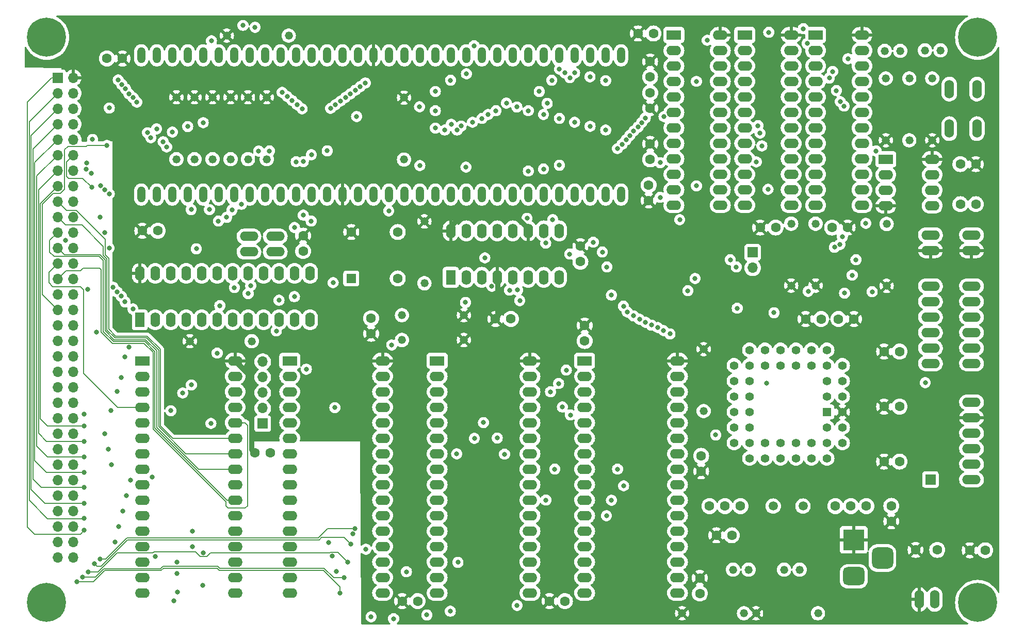
<source format=gbr>
G04 #@! TF.GenerationSoftware,KiCad,Pcbnew,7.0.9*
G04 #@! TF.CreationDate,2024-03-17T13:37:26+00:00*
G04 #@! TF.ProjectId,rosco_m68k,726f7363-6f5f-46d3-9638-6b2e6b696361,2.2*
G04 #@! TF.SameCoordinates,Original*
G04 #@! TF.FileFunction,Copper,L3,Inr*
G04 #@! TF.FilePolarity,Positive*
%FSLAX46Y46*%
G04 Gerber Fmt 4.6, Leading zero omitted, Abs format (unit mm)*
G04 Created by KiCad (PCBNEW 7.0.9) date 2024-03-17 13:37:26*
%MOMM*%
%LPD*%
G01*
G04 APERTURE LIST*
G04 Aperture macros list*
%AMRoundRect*
0 Rectangle with rounded corners*
0 $1 Rounding radius*
0 $2 $3 $4 $5 $6 $7 $8 $9 X,Y pos of 4 corners*
0 Add a 4 corners polygon primitive as box body*
4,1,4,$2,$3,$4,$5,$6,$7,$8,$9,$2,$3,0*
0 Add four circle primitives for the rounded corners*
1,1,$1+$1,$2,$3*
1,1,$1+$1,$4,$5*
1,1,$1+$1,$6,$7*
1,1,$1+$1,$8,$9*
0 Add four rect primitives between the rounded corners*
20,1,$1+$1,$2,$3,$4,$5,0*
20,1,$1+$1,$4,$5,$6,$7,0*
20,1,$1+$1,$6,$7,$8,$9,0*
20,1,$1+$1,$8,$9,$2,$3,0*%
G04 Aperture macros list end*
G04 #@! TA.AperFunction,ComponentPad*
%ADD10C,6.400000*%
G04 #@! TD*
G04 #@! TA.AperFunction,ComponentPad*
%ADD11O,1.524000X3.048000*%
G04 #@! TD*
G04 #@! TA.AperFunction,ComponentPad*
%ADD12C,1.320800*%
G04 #@! TD*
G04 #@! TA.AperFunction,ComponentPad*
%ADD13C,1.600200*%
G04 #@! TD*
G04 #@! TA.AperFunction,ComponentPad*
%ADD14R,1.422400X1.422400*%
G04 #@! TD*
G04 #@! TA.AperFunction,ComponentPad*
%ADD15C,1.422400*%
G04 #@! TD*
G04 #@! TA.AperFunction,ComponentPad*
%ADD16R,2.400000X1.600000*%
G04 #@! TD*
G04 #@! TA.AperFunction,ComponentPad*
%ADD17O,2.400000X1.600000*%
G04 #@! TD*
G04 #@! TA.AperFunction,ComponentPad*
%ADD18O,3.048000X1.524000*%
G04 #@! TD*
G04 #@! TA.AperFunction,ComponentPad*
%ADD19C,1.500000*%
G04 #@! TD*
G04 #@! TA.AperFunction,ComponentPad*
%ADD20R,1.600000X1.600000*%
G04 #@! TD*
G04 #@! TA.AperFunction,ComponentPad*
%ADD21C,1.600000*%
G04 #@! TD*
G04 #@! TA.AperFunction,ComponentPad*
%ADD22R,1.700000X1.700000*%
G04 #@! TD*
G04 #@! TA.AperFunction,ComponentPad*
%ADD23O,1.700000X1.700000*%
G04 #@! TD*
G04 #@! TA.AperFunction,ComponentPad*
%ADD24R,1.600000X2.400000*%
G04 #@! TD*
G04 #@! TA.AperFunction,ComponentPad*
%ADD25O,1.600000X2.400000*%
G04 #@! TD*
G04 #@! TA.AperFunction,ComponentPad*
%ADD26O,1.320800X2.641600*%
G04 #@! TD*
G04 #@! TA.AperFunction,ComponentPad*
%ADD27R,3.500000X3.500000*%
G04 #@! TD*
G04 #@! TA.AperFunction,ComponentPad*
%ADD28RoundRect,0.750000X1.000000X-0.750000X1.000000X0.750000X-1.000000X0.750000X-1.000000X-0.750000X0*%
G04 #@! TD*
G04 #@! TA.AperFunction,ComponentPad*
%ADD29RoundRect,0.875000X0.875000X-0.875000X0.875000X0.875000X-0.875000X0.875000X-0.875000X-0.875000X0*%
G04 #@! TD*
G04 #@! TA.AperFunction,ViaPad*
%ADD30C,0.800000*%
G04 #@! TD*
G04 #@! TA.AperFunction,Conductor*
%ADD31C,0.850000*%
G04 #@! TD*
G04 #@! TA.AperFunction,Conductor*
%ADD32C,0.152400*%
G04 #@! TD*
G04 APERTURE END LIST*
D10*
X71500000Y-151500000D03*
X71500000Y-58700000D03*
X224300000Y-151500000D03*
D11*
X219659400Y-73701200D03*
X219659400Y-67198800D03*
X224180600Y-73701200D03*
X224180600Y-67198800D03*
D10*
X224300000Y-58700000D03*
D12*
X139980000Y-108400000D03*
X129820000Y-108400000D03*
D13*
X180284800Y-135662400D03*
X182824800Y-135662400D03*
X185364800Y-135662400D03*
X159100000Y-93005000D03*
X159100000Y-95545000D03*
X113593000Y-91266000D03*
X113593000Y-93806000D03*
X159800000Y-106019000D03*
X159800000Y-108559000D03*
X223005000Y-142925000D03*
X225545000Y-142925000D03*
X87205000Y-90454000D03*
X89745000Y-90454000D03*
X208946000Y-119329500D03*
X211486000Y-119329500D03*
X168547000Y-58080000D03*
X171087000Y-58080000D03*
X170307000Y-85496400D03*
X170307000Y-82956400D03*
X188606666Y-89929000D03*
X191146666Y-89929000D03*
X208946000Y-128363000D03*
X211486000Y-128363000D03*
X214122000Y-142850000D03*
X217678000Y-142850000D03*
D14*
X199572000Y-120199000D03*
D15*
X202112000Y-117659000D03*
X199572000Y-117659000D03*
X202112000Y-115119000D03*
X199572000Y-115119000D03*
X202112000Y-112579000D03*
X199572000Y-110039000D03*
X199572000Y-112579000D03*
X197032000Y-110039000D03*
X197032000Y-112579000D03*
X194492000Y-110039000D03*
X194492000Y-112579000D03*
X191952000Y-110039000D03*
X191952000Y-112579000D03*
X189412000Y-110039000D03*
X189412000Y-112579000D03*
X186872000Y-110039000D03*
X184332000Y-112579000D03*
X186872000Y-112579000D03*
X184332000Y-115119000D03*
X186872000Y-115119000D03*
X184332000Y-117659000D03*
X186872000Y-117659000D03*
X184332000Y-120199000D03*
X186872000Y-120199000D03*
X184332000Y-122739000D03*
X186872000Y-122739000D03*
X184332000Y-125279000D03*
X186872000Y-127819000D03*
X186872000Y-125279000D03*
X189412000Y-127819000D03*
X189412000Y-125279000D03*
X191952000Y-127819000D03*
X191952000Y-125279000D03*
X194492000Y-127819000D03*
X194492000Y-125279000D03*
X197032000Y-127819000D03*
X197032000Y-125279000D03*
X199572000Y-127819000D03*
X202112000Y-125279000D03*
X199572000Y-125279000D03*
X202112000Y-122739000D03*
X199572000Y-122739000D03*
X202112000Y-120199000D03*
D16*
X186076666Y-58324800D03*
D17*
X186076666Y-60864800D03*
X186076666Y-63404800D03*
X186076666Y-65944800D03*
X186076666Y-68484800D03*
X186076666Y-71024800D03*
X186076666Y-73564800D03*
X186076666Y-76104800D03*
X186076666Y-78644800D03*
X186076666Y-81184800D03*
X186076666Y-83724800D03*
X186076666Y-86264800D03*
X193696666Y-86264800D03*
X193696666Y-83724800D03*
X193696666Y-81184800D03*
X193696666Y-78644800D03*
X193696666Y-76104800D03*
X193696666Y-73564800D03*
X193696666Y-71024800D03*
X193696666Y-68484800D03*
X193696666Y-65944800D03*
X193696666Y-63404800D03*
X193696666Y-60864800D03*
X193696666Y-58324800D03*
D18*
X223300000Y-91159000D03*
X223300000Y-93699000D03*
D12*
X211600000Y-60930000D03*
X209060000Y-60930000D03*
X218200000Y-60840000D03*
X215660000Y-60840000D03*
D19*
X190750800Y-135661400D03*
X195630800Y-135661400D03*
D20*
X121500000Y-98300000D03*
D21*
X129120000Y-98300000D03*
X129120000Y-90680000D03*
X121500000Y-90680000D03*
D16*
X159800000Y-111823600D03*
D17*
X159800000Y-114363600D03*
X159800000Y-116903600D03*
X159800000Y-119443600D03*
X159800000Y-121983600D03*
X159800000Y-124523600D03*
X159800000Y-127063600D03*
X159800000Y-129603600D03*
X159800000Y-132143600D03*
X159800000Y-134683600D03*
X159800000Y-137223600D03*
X159800000Y-139763600D03*
X159800000Y-142303600D03*
X159800000Y-144843600D03*
X159800000Y-147383600D03*
X159800000Y-149923600D03*
X175040000Y-149923600D03*
X175040000Y-147383600D03*
X175040000Y-144843600D03*
X175040000Y-142303600D03*
X175040000Y-139763600D03*
X175040000Y-137223600D03*
X175040000Y-134683600D03*
X175040000Y-132143600D03*
X175040000Y-129603600D03*
X175040000Y-127063600D03*
X175040000Y-124523600D03*
X175040000Y-121983600D03*
X175040000Y-119443600D03*
X175040000Y-116903600D03*
X175040000Y-114363600D03*
X175040000Y-111823600D03*
D16*
X135600000Y-111823600D03*
D17*
X135600000Y-114363600D03*
X135600000Y-116903600D03*
X135600000Y-119443600D03*
X135600000Y-121983600D03*
X135600000Y-124523600D03*
X135600000Y-127063600D03*
X135600000Y-129603600D03*
X135600000Y-132143600D03*
X135600000Y-134683600D03*
X135600000Y-137223600D03*
X135600000Y-139763600D03*
X135600000Y-142303600D03*
X135600000Y-144843600D03*
X135600000Y-147383600D03*
X135600000Y-149923600D03*
X150840000Y-149923600D03*
X150840000Y-147383600D03*
X150840000Y-144843600D03*
X150840000Y-142303600D03*
X150840000Y-139763600D03*
X150840000Y-137223600D03*
X150840000Y-134683600D03*
X150840000Y-132143600D03*
X150840000Y-129603600D03*
X150840000Y-127063600D03*
X150840000Y-124523600D03*
X150840000Y-121983600D03*
X150840000Y-119443600D03*
X150840000Y-116903600D03*
X150840000Y-114363600D03*
X150840000Y-111823600D03*
D16*
X111400000Y-111823600D03*
D17*
X111400000Y-114363600D03*
X111400000Y-116903600D03*
X111400000Y-119443600D03*
X111400000Y-121983600D03*
X111400000Y-124523600D03*
X111400000Y-127063600D03*
X111400000Y-129603600D03*
X111400000Y-132143600D03*
X111400000Y-134683600D03*
X111400000Y-137223600D03*
X111400000Y-139763600D03*
X111400000Y-142303600D03*
X111400000Y-144843600D03*
X111400000Y-147383600D03*
X111400000Y-149923600D03*
X126640000Y-149923600D03*
X126640000Y-147383600D03*
X126640000Y-144843600D03*
X126640000Y-142303600D03*
X126640000Y-139763600D03*
X126640000Y-137223600D03*
X126640000Y-134683600D03*
X126640000Y-132143600D03*
X126640000Y-129603600D03*
X126640000Y-127063600D03*
X126640000Y-124523600D03*
X126640000Y-121983600D03*
X126640000Y-119443600D03*
X126640000Y-116903600D03*
X126640000Y-114363600D03*
X126640000Y-111823600D03*
D22*
X73325000Y-65350000D03*
D23*
X75865000Y-65350000D03*
X73325000Y-67890000D03*
X75865000Y-67890000D03*
X73325000Y-70430000D03*
X75865000Y-70430000D03*
X73325000Y-72970000D03*
X75865000Y-72970000D03*
X73325000Y-75510000D03*
X75865000Y-75510000D03*
X73325000Y-78050000D03*
X75865000Y-78050000D03*
X73325000Y-80590000D03*
X75865000Y-80590000D03*
X73325000Y-83130000D03*
X75865000Y-83130000D03*
X73325000Y-85670000D03*
X75865000Y-85670000D03*
X73325000Y-88210000D03*
X75865000Y-88210000D03*
X73325000Y-90750000D03*
X75865000Y-90750000D03*
X73325000Y-93290000D03*
X75865000Y-93290000D03*
X73325000Y-95830000D03*
X75865000Y-95830000D03*
X73325000Y-98370000D03*
X75865000Y-98370000D03*
X73325000Y-100910000D03*
X75865000Y-100910000D03*
X73325000Y-103450000D03*
X75865000Y-103450000D03*
X73325000Y-105990000D03*
X75865000Y-105990000D03*
X73325000Y-108530000D03*
X75865000Y-108530000D03*
X73325000Y-111070000D03*
X75865000Y-111070000D03*
X73325000Y-113610000D03*
X75865000Y-113610000D03*
X73325000Y-116150000D03*
X75865000Y-116150000D03*
X73325000Y-118690000D03*
X75865000Y-118690000D03*
X73325000Y-121230000D03*
X75865000Y-121230000D03*
X73325000Y-123770000D03*
X75865000Y-123770000D03*
X73325000Y-126310000D03*
X75865000Y-126310000D03*
X73325000Y-128850000D03*
X75865000Y-128850000D03*
X73325000Y-131390000D03*
X75865000Y-131390000D03*
X73325000Y-133930000D03*
X75865000Y-133930000D03*
X73325000Y-136470000D03*
X75865000Y-136470000D03*
X73325000Y-139010000D03*
X75865000Y-139010000D03*
X73325000Y-141550000D03*
X75865000Y-141550000D03*
X73325000Y-144090000D03*
X75865000Y-144090000D03*
D12*
X139980000Y-104324000D03*
X129820000Y-104324000D03*
X107625000Y-78705000D03*
X107625000Y-68545000D03*
X104538300Y-78708100D03*
X104538300Y-68548100D03*
D16*
X174450000Y-58324800D03*
D17*
X174450000Y-60864800D03*
X174450000Y-63404800D03*
X174450000Y-65944800D03*
X174450000Y-68484800D03*
X174450000Y-71024800D03*
X174450000Y-73564800D03*
X174450000Y-76104800D03*
X174450000Y-78644800D03*
X174450000Y-81184800D03*
X174450000Y-83724800D03*
X174450000Y-86264800D03*
X182070000Y-86264800D03*
X182070000Y-83724800D03*
X182070000Y-81184800D03*
X182070000Y-78644800D03*
X182070000Y-76104800D03*
X182070000Y-73564800D03*
X182070000Y-71024800D03*
X182070000Y-68484800D03*
X182070000Y-65944800D03*
X182070000Y-63404800D03*
X182070000Y-60864800D03*
X182070000Y-58324800D03*
D13*
X178918000Y-129962000D03*
X178918000Y-127422000D03*
X124750000Y-107370000D03*
X124750000Y-104830000D03*
X206028800Y-135662400D03*
X203488800Y-135662400D03*
X200948800Y-135662400D03*
X223999000Y-79525000D03*
X221459000Y-79525000D03*
X196069000Y-104952000D03*
X198609000Y-104952000D03*
D18*
X223300000Y-131310000D03*
X223300000Y-128770000D03*
X223300000Y-126230000D03*
X223300000Y-123690000D03*
X223300000Y-121150000D03*
X223300000Y-118610000D03*
D13*
X208946000Y-110296000D03*
X211486000Y-110296000D03*
X145149000Y-104943000D03*
X147689000Y-104943000D03*
D18*
X216564000Y-112258000D03*
X216564000Y-109718000D03*
X216564000Y-107178000D03*
X216564000Y-104638000D03*
X216564000Y-102098000D03*
X216564000Y-99558000D03*
X223300000Y-112258000D03*
X223300000Y-109718000D03*
X223300000Y-107178000D03*
X223300000Y-104638000D03*
X223300000Y-102098000D03*
X223300000Y-99558000D03*
D11*
X214730000Y-151000000D03*
X217270000Y-151000000D03*
D13*
X201455000Y-104952000D03*
X203995000Y-104952000D03*
X81396000Y-62182000D03*
X83936000Y-62182000D03*
X170550000Y-76203000D03*
X170550000Y-78743000D03*
D16*
X209230000Y-78724800D03*
D17*
X209230000Y-81264800D03*
X209230000Y-83804800D03*
X209230000Y-86344800D03*
X216850000Y-86344800D03*
X216850000Y-83804800D03*
X216850000Y-81264800D03*
X216850000Y-78724800D03*
D18*
X216564000Y-91159000D03*
X216564000Y-93699000D03*
D12*
X209362000Y-89353000D03*
X209362000Y-99513000D03*
X213078000Y-65450000D03*
X213078000Y-75610000D03*
X209230000Y-65450000D03*
X209230000Y-75610000D03*
X101070000Y-58430000D03*
X111230000Y-58430000D03*
X130160000Y-78783600D03*
X130160000Y-68623600D03*
X216850000Y-65450000D03*
X216850000Y-75610000D03*
D18*
X104703000Y-91393000D03*
X104703000Y-93933000D03*
D12*
X95001000Y-108593000D03*
X105161000Y-108593000D03*
X186706800Y-146098800D03*
X184166800Y-146098800D03*
X195072000Y-146100800D03*
X192532000Y-146100800D03*
X185953400Y-153263600D03*
X175793400Y-153263600D03*
X198094600Y-153263600D03*
X187934600Y-153263600D03*
D18*
X109018000Y-93933000D03*
X109018000Y-91393000D03*
D16*
X87200000Y-111823600D03*
D17*
X87200000Y-114363600D03*
X87200000Y-116903600D03*
X87200000Y-119443600D03*
X87200000Y-121983600D03*
X87200000Y-124523600D03*
X87200000Y-127063600D03*
X87200000Y-129603600D03*
X87200000Y-132143600D03*
X87200000Y-134683600D03*
X87200000Y-137223600D03*
X87200000Y-139763600D03*
X87200000Y-142303600D03*
X87200000Y-144843600D03*
X87200000Y-147383600D03*
X87200000Y-149923600D03*
X102440000Y-149923600D03*
X102440000Y-147383600D03*
X102440000Y-144843600D03*
X102440000Y-142303600D03*
X102440000Y-139763600D03*
X102440000Y-137223600D03*
X102440000Y-134683600D03*
X102440000Y-132143600D03*
X102440000Y-129603600D03*
X102440000Y-127063600D03*
X102440000Y-124523600D03*
X102440000Y-121983600D03*
X102440000Y-119443600D03*
X102440000Y-116903600D03*
X102440000Y-114363600D03*
X102440000Y-111823600D03*
D13*
X221459000Y-86101000D03*
X223999000Y-86101000D03*
X210134200Y-138176000D03*
X210134200Y-135636000D03*
X202959000Y-89929000D03*
X200419000Y-89929000D03*
D16*
X197703332Y-58324800D03*
D17*
X197703332Y-60864800D03*
X197703332Y-63404800D03*
X197703332Y-65944800D03*
X197703332Y-68484800D03*
X197703332Y-71024800D03*
X197703332Y-73564800D03*
X197703332Y-76104800D03*
X197703332Y-78644800D03*
X197703332Y-81184800D03*
X197703332Y-83724800D03*
X197703332Y-86264800D03*
X205323332Y-86264800D03*
X205323332Y-83724800D03*
X205323332Y-81184800D03*
X205323332Y-78644800D03*
X205323332Y-76104800D03*
X205323332Y-73564800D03*
X205323332Y-71024800D03*
X205323332Y-68484800D03*
X205323332Y-65944800D03*
X205323332Y-63404800D03*
X205323332Y-60864800D03*
X205323332Y-58324800D03*
D12*
X197703332Y-89303000D03*
X197703332Y-99463000D03*
D13*
X170550000Y-67810000D03*
X170550000Y-70350000D03*
X170543000Y-62680000D03*
X170543000Y-65220000D03*
D24*
X86787000Y-105081000D03*
D25*
X89327000Y-105081000D03*
X91867000Y-105081000D03*
X94407000Y-105081000D03*
X96947000Y-105081000D03*
X99487000Y-105081000D03*
X102027000Y-105081000D03*
X104567000Y-105081000D03*
X107107000Y-105081000D03*
X109647000Y-105081000D03*
X112187000Y-105081000D03*
X114727000Y-105081000D03*
X114727000Y-97461000D03*
X112187000Y-97461000D03*
X109647000Y-97461000D03*
X107107000Y-97461000D03*
X104567000Y-97461000D03*
X102027000Y-97461000D03*
X99487000Y-97461000D03*
X96947000Y-97461000D03*
X94407000Y-97461000D03*
X91867000Y-97461000D03*
X89327000Y-97461000D03*
X86787000Y-97461000D03*
D22*
X106970000Y-122130000D03*
D23*
X106970000Y-119590000D03*
X106970000Y-117050000D03*
X106970000Y-114510000D03*
X106970000Y-111970000D03*
D13*
X178714400Y-147472400D03*
X178714400Y-150012400D03*
X154030000Y-151263000D03*
X156570000Y-151263000D03*
X129852000Y-151263000D03*
X132392000Y-151263000D03*
X105640000Y-126890000D03*
X108180000Y-126890000D03*
D12*
X193696666Y-89303000D03*
X193696666Y-99463000D03*
D22*
X216564000Y-131310000D03*
D12*
X101700000Y-68548100D03*
X101700000Y-78708100D03*
X98733332Y-68548100D03*
X98733332Y-78708100D03*
X95766666Y-68548100D03*
X95766666Y-78708100D03*
X92800000Y-68548100D03*
X92800000Y-78708100D03*
D24*
X137830000Y-98100000D03*
D25*
X140370000Y-98100000D03*
X142910000Y-98100000D03*
X145450000Y-98100000D03*
X147990000Y-98100000D03*
X150530000Y-98100000D03*
X153070000Y-98100000D03*
X155610000Y-98100000D03*
X155610000Y-90480000D03*
X153070000Y-90480000D03*
X150530000Y-90480000D03*
X147990000Y-90480000D03*
X145450000Y-90480000D03*
X142910000Y-90480000D03*
X140370000Y-90480000D03*
X137830000Y-90480000D03*
D12*
X133500000Y-88920000D03*
X133500000Y-99080000D03*
X179324000Y-109905800D03*
X179324000Y-120065800D03*
D13*
X181406800Y-140462000D03*
X183946800Y-140462000D03*
D22*
X187380000Y-94020000D03*
D23*
X187380000Y-96560000D03*
D26*
X87030000Y-84530000D03*
X89570000Y-84530000D03*
X92110000Y-84530000D03*
X94650000Y-84530000D03*
X97190000Y-84530000D03*
X99730000Y-84530000D03*
X102270000Y-84530000D03*
X104810000Y-84530000D03*
X107350000Y-84530000D03*
X109890000Y-84530000D03*
X112430000Y-84530000D03*
X114970000Y-84530000D03*
X117510000Y-84530000D03*
X120050000Y-84530000D03*
X122590000Y-84530000D03*
X125130000Y-84530000D03*
X127670000Y-84530000D03*
X130210000Y-84530000D03*
X132750000Y-84530000D03*
X135290000Y-84530000D03*
X137830000Y-84530000D03*
X140370000Y-84530000D03*
X142910000Y-84530000D03*
X145450000Y-84530000D03*
X147990000Y-84530000D03*
X150530000Y-84530000D03*
X153070000Y-84530000D03*
X155610000Y-84530000D03*
X158150000Y-84530000D03*
X160690000Y-84530000D03*
X163230000Y-84530000D03*
X165770000Y-84530000D03*
X165770000Y-61670000D03*
X163230000Y-61670000D03*
X160690000Y-61670000D03*
X158150000Y-61670000D03*
X155610000Y-61670000D03*
X153070000Y-61670000D03*
X150530000Y-61670000D03*
X147990000Y-61670000D03*
X145450000Y-61670000D03*
X142910000Y-61670000D03*
X140370000Y-61670000D03*
X137830000Y-61670000D03*
X135290000Y-61670000D03*
X132750000Y-61670000D03*
X130210000Y-61670000D03*
X127670000Y-61670000D03*
X125130000Y-61670000D03*
X122590000Y-61670000D03*
X120050000Y-61670000D03*
X117510000Y-61670000D03*
X114970000Y-61670000D03*
X112430000Y-61670000D03*
X109890000Y-61670000D03*
X107350000Y-61670000D03*
X104810000Y-61670000D03*
X102270000Y-61670000D03*
X99730000Y-61670000D03*
X97190000Y-61670000D03*
X94650000Y-61670000D03*
X92110000Y-61670000D03*
X89570000Y-61670000D03*
X87030000Y-61670000D03*
D27*
X203969700Y-141193000D03*
D28*
X203969700Y-147193000D03*
D29*
X208669700Y-144193000D03*
D30*
X143427000Y-94915000D03*
X148804000Y-100198000D03*
X150337000Y-88427400D03*
X112173790Y-89925000D03*
X196488000Y-100400000D03*
X108083012Y-77358012D03*
X114950000Y-78000000D03*
X117550000Y-77328600D03*
X74600000Y-92025000D03*
X187970000Y-79150000D03*
X140320000Y-80010000D03*
X179913000Y-59192400D03*
X141650000Y-60078600D03*
X122375000Y-71702465D03*
X175404000Y-88658600D03*
X104567000Y-100789780D03*
X206992000Y-100464000D03*
X102322514Y-99796600D03*
X78198746Y-100072032D03*
X99701000Y-88877000D03*
X172201707Y-79279132D03*
X114914000Y-88877000D03*
X112450000Y-79147350D03*
X81775000Y-84400000D03*
X150550000Y-80671400D03*
X81754073Y-93297201D03*
X188887400Y-76526000D03*
X81025000Y-83750000D03*
X153050000Y-80328600D03*
X188582590Y-74436000D03*
X81000000Y-90750000D03*
X155650000Y-79700000D03*
X80292086Y-88207914D03*
X80325000Y-83075000D03*
X188263000Y-73217000D03*
X118517880Y-98979000D03*
X149158600Y-101924550D03*
X109632000Y-101874000D03*
X176743000Y-100300000D03*
X112167000Y-101280761D03*
X98222000Y-86978601D03*
X98550000Y-59290000D03*
X95225000Y-86978600D03*
X98470000Y-122100000D03*
X96064210Y-93424000D03*
X127650000Y-87200000D03*
X181314000Y-123986000D03*
X106300000Y-77375000D03*
X103472000Y-86127000D03*
X118803000Y-119493000D03*
X105710000Y-57055809D03*
X190021000Y-57887000D03*
X137900000Y-72975000D03*
X135300000Y-73603600D03*
X79034886Y-75475000D03*
X78894000Y-83320000D03*
X132750000Y-79756970D03*
X202378590Y-70003000D03*
X163250000Y-73937730D03*
X163254000Y-65811800D03*
X138800000Y-127100000D03*
X138850000Y-73937730D03*
X77675000Y-127625000D03*
X141700000Y-124550000D03*
X201749990Y-69271179D03*
X139531763Y-73272697D03*
X160678000Y-65183200D03*
X160700000Y-73309130D03*
X77675000Y-125050000D03*
X141400000Y-72644097D03*
X77625000Y-122500000D03*
X158150000Y-72644097D03*
X143200000Y-121950000D03*
X201124400Y-67452000D03*
X158154000Y-64554600D03*
X145450000Y-124500000D03*
X155650000Y-72015497D03*
X155662000Y-63926000D03*
X142950000Y-72015497D03*
X146650000Y-127150000D03*
X143950000Y-71386897D03*
X199958000Y-65391000D03*
X153050000Y-71386897D03*
X153433600Y-134683600D03*
X200495800Y-64310000D03*
X150550000Y-70758297D03*
X145250000Y-70758297D03*
X154900000Y-129600000D03*
X196315600Y-59720000D03*
X153650000Y-69550000D03*
X146950000Y-69500000D03*
X154565000Y-88637000D03*
X202097000Y-91440151D03*
X156150000Y-119400000D03*
X157352000Y-94285000D03*
X156567833Y-64554600D03*
X201699000Y-92697351D03*
X157450000Y-120700000D03*
X77675000Y-120578600D03*
X157365000Y-65337000D03*
X140400000Y-64700000D03*
X200810220Y-93176000D03*
X161221000Y-92343000D03*
X156785801Y-113334990D03*
X136825000Y-73937730D03*
X81400000Y-76450000D03*
X172201000Y-84980000D03*
X114119000Y-113185000D03*
X137800000Y-65750000D03*
X154400000Y-65750000D03*
X152350000Y-67600000D03*
X135300000Y-67600000D03*
X135300000Y-70758297D03*
X155528600Y-115550000D03*
X81785340Y-70300000D03*
X153404000Y-92490000D03*
X205943000Y-89243000D03*
X79663486Y-107075000D03*
X202459000Y-100713380D03*
X164200000Y-101028600D03*
X77650000Y-135225000D03*
X164200000Y-134700000D03*
X163450000Y-96400000D03*
X184691000Y-96400000D03*
X203711000Y-97768000D03*
X163383410Y-137250000D03*
X77675000Y-137700000D03*
X121728601Y-140252896D03*
X204329000Y-95230000D03*
X162700000Y-93950000D03*
X77675000Y-139646400D03*
X183697000Y-95230000D03*
X83967800Y-136475000D03*
X88600000Y-75200000D03*
X168800000Y-105000000D03*
X166600000Y-75550000D03*
X139000000Y-144900000D03*
X92911780Y-144850000D03*
X130550000Y-146450000D03*
X167804344Y-104428600D03*
X84596400Y-133925000D03*
X165950000Y-76250000D03*
X90621400Y-75848146D03*
X95461780Y-142300000D03*
X91200000Y-76700000D03*
X95461780Y-139750000D03*
X166800001Y-103800000D03*
X165178600Y-76971400D03*
X85225000Y-131425000D03*
X82175000Y-128850000D03*
X117764200Y-141618780D03*
X118100000Y-70349999D03*
X81600000Y-126300000D03*
X118392800Y-143850000D03*
X118914285Y-69757142D03*
X119728570Y-69164285D03*
X119021400Y-146400000D03*
X81075000Y-123775000D03*
X76471655Y-148108992D03*
X119650000Y-149950000D03*
X128450000Y-154147840D03*
X120542855Y-68571428D03*
X77423472Y-147337994D03*
X124750000Y-153843030D03*
X120350000Y-147450000D03*
X121357140Y-67978571D03*
X120900000Y-144850000D03*
X122171425Y-67385714D03*
X78350000Y-146444600D03*
X79323205Y-145120998D03*
X121423791Y-141923590D03*
X122985710Y-66792857D03*
X80275000Y-144350000D03*
X123800000Y-66200000D03*
X122069488Y-139363590D03*
X110150000Y-67750000D03*
X83250000Y-65700000D03*
X82413940Y-99751438D03*
X99487000Y-110555000D03*
X82075000Y-119950000D03*
X110970732Y-68423816D03*
X83049540Y-100484164D03*
X95254000Y-115780000D03*
X83025000Y-116875000D03*
X83846134Y-66445315D03*
X111791464Y-69097632D03*
X83775000Y-114550000D03*
X83742799Y-101207000D03*
X93829020Y-117098000D03*
X84452299Y-67179912D03*
X112612196Y-69771448D03*
X91882000Y-120015000D03*
X84988166Y-67967259D03*
X84371398Y-102137000D03*
X84371399Y-111146399D03*
X178150000Y-65940000D03*
X109200000Y-106900000D03*
X178150000Y-83100000D03*
X85000000Y-109600000D03*
X113432930Y-70445264D03*
X184840000Y-103190000D03*
X85700000Y-68600000D03*
X189894000Y-83649734D03*
X85657000Y-103296316D03*
X132700000Y-70100000D03*
X86300000Y-69350000D03*
X148671400Y-70129697D03*
X154200000Y-116900000D03*
X172830307Y-71715000D03*
X77675000Y-130150000D03*
X165200000Y-129600000D03*
X190871000Y-103926000D03*
X77675000Y-132625000D03*
X166200000Y-132350000D03*
X166171401Y-102850000D03*
X123900000Y-142750000D03*
X97200001Y-72717073D03*
X173800000Y-107400000D03*
X97200000Y-143350000D03*
X169750000Y-71950000D03*
X137750000Y-152928600D03*
X97148665Y-148717020D03*
X172750000Y-106850000D03*
X169150000Y-72700000D03*
X94650000Y-73350000D03*
X171800000Y-106350000D03*
X89325000Y-143925000D03*
X168550000Y-73450000D03*
X92143492Y-74256508D03*
X133900000Y-153538220D03*
X92399400Y-151250600D03*
X167850000Y-74100000D03*
X82710599Y-141550000D03*
X170750000Y-105950000D03*
X93005512Y-149755512D03*
X89550000Y-73732838D03*
X88052390Y-74361438D03*
X169800000Y-105500000D03*
X167209713Y-74818344D03*
X92911780Y-146750000D03*
X148713512Y-151976210D03*
X83339199Y-139000000D03*
X103724000Y-56751000D03*
X195687000Y-57290600D03*
X104994402Y-99473402D03*
X203010000Y-62232000D03*
X207620600Y-77364000D03*
X88781000Y-130925000D03*
X128135000Y-109213000D03*
X189700000Y-115500000D03*
X215700000Y-115400000D03*
X177920000Y-98310000D03*
X144567210Y-99577000D03*
X113620512Y-87902512D03*
X113622000Y-79120000D03*
X77955310Y-80372353D03*
X147456000Y-100215000D03*
X101043000Y-88248400D03*
X78869000Y-80997000D03*
X101914400Y-87080000D03*
X140240000Y-102230980D03*
X99930000Y-102760000D03*
X78101987Y-79336700D03*
D31*
X148386800Y-88011000D02*
X139649200Y-88011000D01*
X145544610Y-98194610D02*
X145544610Y-104547390D01*
X150530000Y-90154200D02*
X148386800Y-88011000D01*
X105153120Y-114536720D02*
X102440000Y-111823600D01*
X139649200Y-88011000D02*
X137830000Y-89830200D01*
X105153120Y-126403120D02*
X105153120Y-114536720D01*
X145544610Y-104547390D02*
X145149000Y-104943000D01*
X105640000Y-126890000D02*
X105153120Y-126403120D01*
D32*
X75865000Y-78050000D02*
X74786399Y-79128601D01*
X77431000Y-81857000D02*
X78894000Y-83320000D01*
X74786399Y-81524399D02*
X75119000Y-81857000D01*
X75119000Y-81857000D02*
X77431000Y-81857000D01*
X74786399Y-79128601D02*
X74786399Y-81524399D01*
X69889430Y-81510570D02*
X69849050Y-81550950D01*
X73325000Y-78050000D02*
X69889430Y-81485570D01*
X71675000Y-127625000D02*
X77675000Y-127625000D01*
X69850000Y-86950000D02*
X69850000Y-125800000D01*
X69849050Y-81550950D02*
X69849050Y-86949050D01*
X69850000Y-125800000D02*
X71675000Y-127625000D01*
X69889430Y-81485570D02*
X69889430Y-81510570D01*
X69849050Y-86949050D02*
X69850000Y-86950000D01*
X70153860Y-83761140D02*
X70153860Y-86822794D01*
X71475000Y-125025000D02*
X77650000Y-125025000D01*
X77650000Y-125025000D02*
X77675000Y-125050000D01*
X73325000Y-80590000D02*
X70153860Y-83761140D01*
X70153860Y-86822794D02*
X70154810Y-86823744D01*
X70154810Y-123704810D02*
X71475000Y-125025000D01*
X70154810Y-86823744D02*
X70154810Y-123704810D01*
X70459620Y-121334620D02*
X71625000Y-122500000D01*
X71625000Y-122500000D02*
X77625000Y-122500000D01*
X70459620Y-85995380D02*
X70459620Y-121334620D01*
X73325000Y-83130000D02*
X70459620Y-85995380D01*
X90189428Y-122512230D02*
X92220798Y-124543600D01*
X76382729Y-87131399D02*
X81125472Y-91874142D01*
X88003425Y-107752163D02*
X90189427Y-109938165D01*
X90189427Y-109938165D02*
X90189428Y-122512230D01*
X74786399Y-87131399D02*
X76382729Y-87131399D01*
X82839426Y-107752162D02*
X88003425Y-107752163D01*
X81700000Y-94975000D02*
X81700000Y-106612736D01*
X81700000Y-106612736D02*
X82839426Y-107752162D01*
X73325000Y-85670000D02*
X74786399Y-87131399D01*
X81125472Y-91874142D02*
X81125472Y-94400472D01*
X92220798Y-124543600D02*
X102440000Y-124543600D01*
X81125472Y-94400472D02*
X81700000Y-94975000D01*
X81395190Y-95101256D02*
X81395190Y-106738992D01*
X80820662Y-94526728D02*
X81395190Y-95101256D01*
X77275000Y-89525000D02*
X80820662Y-93070662D01*
X82713170Y-108056972D02*
X87877168Y-108056972D01*
X94329732Y-127083600D02*
X102440000Y-127083600D01*
X89884618Y-122638486D02*
X94329732Y-127083600D01*
X87877168Y-108056972D02*
X89884619Y-110064421D01*
X73325000Y-88210000D02*
X74640000Y-89525000D01*
X74640000Y-89525000D02*
X77275000Y-89525000D01*
X81395190Y-106738992D02*
X82713170Y-108056972D01*
X80820662Y-93070662D02*
X80820662Y-94526728D01*
X89884619Y-110064421D02*
X89884618Y-122638486D01*
X80105213Y-94673411D02*
X80785570Y-95353768D01*
X73325000Y-90750000D02*
X72000000Y-92075000D01*
X72000000Y-92075000D02*
X72000000Y-93950000D01*
X72000000Y-93950000D02*
X72723411Y-94673411D01*
X87624656Y-108666590D02*
X89275000Y-110316934D01*
X89275000Y-122891000D02*
X101087600Y-134703600D01*
X72723411Y-94673411D02*
X80105213Y-94673411D01*
X89275000Y-110316934D02*
X89275000Y-122891000D01*
X80785570Y-106991504D02*
X82460655Y-108666589D01*
X101087600Y-134703600D02*
X102440000Y-134703600D01*
X82460655Y-108666589D02*
X87624656Y-108666590D01*
X80785570Y-95353768D02*
X80785570Y-106991504D01*
X89579810Y-122764744D02*
X96438666Y-129623600D01*
X81090380Y-95227512D02*
X81090380Y-106865248D01*
X81090380Y-106865248D02*
X82586912Y-108361780D01*
X96438666Y-129623600D02*
X102440000Y-129623600D01*
X73325000Y-93290000D02*
X74403601Y-94368601D01*
X87750913Y-108361781D02*
X89579810Y-110190678D01*
X82586912Y-108361780D02*
X87750913Y-108361781D01*
X74403601Y-94368601D02*
X80231469Y-94368601D01*
X80231469Y-94368601D02*
X81090380Y-95227512D01*
X89579809Y-110190678D02*
X89579810Y-122764744D01*
X77570635Y-113870635D02*
X83143600Y-119443600D01*
X83143600Y-119443600D02*
X87200000Y-119443600D01*
X77075000Y-99650000D02*
X77575000Y-100150000D01*
X72500000Y-99650000D02*
X77075000Y-99650000D01*
X77570635Y-100150000D02*
X77570635Y-113870635D01*
X71850000Y-99000000D02*
X72500000Y-99650000D01*
X73325000Y-95830000D02*
X71850000Y-97305000D01*
X71850000Y-97305000D02*
X71850000Y-99000000D01*
X104100000Y-136000000D02*
X101275000Y-136000000D01*
X88970190Y-123017256D02*
X88970190Y-110443190D01*
X87498399Y-108971399D02*
X82334399Y-108971399D01*
X102440000Y-122003600D02*
X104103600Y-122003600D01*
X77453601Y-96596399D02*
X77025000Y-97025000D01*
X82334399Y-108971399D02*
X80480760Y-107117760D01*
X100900000Y-134947066D02*
X88970190Y-123017256D01*
X80480760Y-96855760D02*
X80221399Y-96596399D01*
X104103600Y-122003600D02*
X104500000Y-122400000D01*
X104500000Y-135600000D02*
X104100000Y-136000000D01*
X74670000Y-97025000D02*
X73325000Y-98370000D01*
X100900000Y-135625000D02*
X100900000Y-134947066D01*
X77025000Y-97025000D02*
X74670000Y-97025000D01*
X80221399Y-96596399D02*
X77453601Y-96596399D01*
X80480760Y-107117760D02*
X80480760Y-96855760D01*
X88970190Y-110443190D02*
X87498399Y-108971399D01*
X104500000Y-122400000D02*
X104500000Y-135600000D01*
X101275000Y-136000000D02*
X100900000Y-135625000D01*
X77978399Y-76588601D02*
X78117000Y-76450000D01*
X70764430Y-100889430D02*
X70764430Y-86121636D01*
X72568268Y-84317798D02*
X73733532Y-84317798D01*
X74988399Y-76588601D02*
X77978399Y-76588601D01*
X73325000Y-103450000D02*
X70764430Y-100889430D01*
X73733532Y-84317798D02*
X74403601Y-83647729D01*
X74403601Y-83647729D02*
X74403601Y-77173399D01*
X74403601Y-77173399D02*
X74988399Y-76588601D01*
X70764430Y-86121636D02*
X72568268Y-84317798D01*
X78117000Y-76450000D02*
X81400000Y-76450000D01*
X68934620Y-74820380D02*
X68934620Y-132959620D01*
X73325000Y-70430000D02*
X68934620Y-74820380D01*
X77625000Y-135200000D02*
X77650000Y-135225000D01*
X68934620Y-132959620D02*
X71175000Y-135200000D01*
X71175000Y-135200000D02*
X77625000Y-135200000D01*
X68629810Y-72570190D02*
X68629810Y-134679810D01*
X72460001Y-68739999D02*
X68629810Y-72570190D01*
X68629810Y-134679810D02*
X71675000Y-137725000D01*
X77650000Y-137725000D02*
X77675000Y-137700000D01*
X71675000Y-137725000D02*
X77650000Y-137725000D01*
X72475001Y-68739999D02*
X72460001Y-68739999D01*
X73325000Y-67890000D02*
X72475001Y-68739999D01*
X68325000Y-139100000D02*
X69500000Y-140275000D01*
X68325000Y-69347600D02*
X68325000Y-139100000D01*
X72322600Y-65350000D02*
X68325000Y-69347600D01*
X73325000Y-65350000D02*
X72322600Y-65350000D01*
X77046400Y-140275000D02*
X77675000Y-139646400D01*
X69500000Y-140275000D02*
X77046400Y-140275000D01*
X76471655Y-148108992D02*
X79165272Y-148108992D01*
X116915954Y-146197020D02*
X119650000Y-148931066D01*
X99790954Y-146197020D02*
X116915954Y-146197020D01*
X90701256Y-145854810D02*
X99448744Y-145854810D01*
X79165272Y-148108992D02*
X81019454Y-146254810D01*
X99448744Y-145854810D02*
X99790954Y-146197020D01*
X119650000Y-148931066D02*
X119650000Y-149950000D01*
X81019454Y-146254810D02*
X90301257Y-146254809D01*
X90301257Y-146254809D02*
X90701256Y-145854810D01*
X77423472Y-147337994D02*
X79505204Y-147337994D01*
X117042210Y-145892210D02*
X118600000Y-147450000D01*
X90575000Y-145550000D02*
X99575000Y-145550000D01*
X80893198Y-145950000D02*
X90175000Y-145950000D01*
X90175000Y-145950000D02*
X90575000Y-145550000D01*
X99575000Y-145550000D02*
X99917210Y-145892210D01*
X79505204Y-147337994D02*
X80893198Y-145950000D01*
X99917210Y-145892210D02*
X117042210Y-145892210D01*
X118600000Y-147450000D02*
X120350000Y-147450000D01*
X98422790Y-143352210D02*
X117960260Y-143352210D01*
X95925000Y-143200000D02*
X96703601Y-143978601D01*
X79967532Y-146444600D02*
X83037132Y-143375000D01*
X89119670Y-143200000D02*
X95925000Y-143200000D01*
X117960260Y-143352210D02*
X118091071Y-143221399D01*
X118091071Y-143221399D02*
X119271399Y-143221399D01*
X78350000Y-146444600D02*
X79967532Y-146444600D01*
X83037132Y-143375000D02*
X88944670Y-143375000D01*
X96703601Y-143978601D02*
X97796399Y-143978601D01*
X119271399Y-143221399D02*
X120900000Y-144850000D01*
X97796399Y-143978601D02*
X98422790Y-143352210D01*
X88944670Y-143375000D02*
X89119670Y-143200000D01*
X79323205Y-145120998D02*
X79723204Y-145520997D01*
X84776256Y-141204810D02*
X116226257Y-141204809D01*
X80460069Y-145520997D02*
X84776256Y-141204810D01*
X79723204Y-145520997D02*
X80460069Y-145520997D01*
X116226257Y-141204809D02*
X116606066Y-140825000D01*
X116606066Y-140825000D02*
X120325201Y-140825000D01*
X120325201Y-140825000D02*
X121423791Y-141923590D01*
X84650000Y-140900000D02*
X116100000Y-140900000D01*
X81200000Y-144350000D02*
X84650000Y-140900000D01*
X117636410Y-139363590D02*
X122069488Y-139363590D01*
X80275000Y-144350000D02*
X81200000Y-144350000D01*
X116100000Y-140900000D02*
X117636410Y-139363590D01*
X69544240Y-79290760D02*
X69544240Y-128194240D01*
X71500000Y-130150000D02*
X77675000Y-130150000D01*
X69544240Y-128194240D02*
X71500000Y-130150000D01*
X73325000Y-75510000D02*
X69544240Y-79290760D01*
X73325000Y-72970000D02*
X69239430Y-77055570D01*
X70650000Y-132625000D02*
X77675000Y-132625000D01*
X69239430Y-77055570D02*
X69239430Y-131214430D01*
X69239430Y-131214430D02*
X70650000Y-132625000D01*
G04 #@! TA.AperFunction,Conductor*
G36*
X201726835Y-120324148D02*
G01*
X201784359Y-120437045D01*
X201873955Y-120526641D01*
X201986852Y-120584165D01*
X202072482Y-120597727D01*
X201447870Y-121222338D01*
X201447870Y-121222339D01*
X201500072Y-121258891D01*
X201500071Y-121258891D01*
X201693415Y-121349048D01*
X201696931Y-121350328D01*
X201698265Y-121351310D01*
X201698402Y-121351374D01*
X201698389Y-121351401D01*
X201754105Y-121392419D01*
X201779447Y-121458738D01*
X201764911Y-121528231D01*
X201715112Y-121578833D01*
X201696952Y-121587128D01*
X201693257Y-121588473D01*
X201499820Y-121678674D01*
X201325000Y-121801084D01*
X201324994Y-121801089D01*
X201174089Y-121951994D01*
X201174084Y-121952000D01*
X201051674Y-122126820D01*
X200961476Y-122320249D01*
X200960400Y-122323208D01*
X200959574Y-122324328D01*
X200959154Y-122325231D01*
X200958972Y-122325146D01*
X200918304Y-122380378D01*
X200851982Y-122405714D01*
X200782490Y-122391171D01*
X200731893Y-122341367D01*
X200723600Y-122323208D01*
X200722523Y-122320249D01*
X200688536Y-122247364D01*
X200632326Y-122126821D01*
X200509913Y-121951997D01*
X200359003Y-121801087D01*
X200359002Y-121801086D01*
X200359001Y-121801085D01*
X200358998Y-121801083D01*
X200184180Y-121678674D01*
X200184178Y-121678673D01*
X200141764Y-121658895D01*
X200088479Y-121611978D01*
X200069018Y-121543700D01*
X200089560Y-121475740D01*
X200143583Y-121429675D01*
X200195014Y-121418700D01*
X200331832Y-121418700D01*
X200331838Y-121418700D01*
X200331845Y-121418699D01*
X200331849Y-121418699D01*
X200392396Y-121412190D01*
X200392399Y-121412189D01*
X200392401Y-121412189D01*
X200529404Y-121361089D01*
X200541510Y-121352027D01*
X200646461Y-121273461D01*
X200734087Y-121156407D01*
X200734087Y-121156406D01*
X200734089Y-121156404D01*
X200785189Y-121019401D01*
X200786996Y-121002599D01*
X200791699Y-120958849D01*
X200791700Y-120958832D01*
X200791700Y-120820829D01*
X200811702Y-120752708D01*
X200865358Y-120706215D01*
X200935632Y-120696111D01*
X201000212Y-120725605D01*
X201031895Y-120767580D01*
X201052105Y-120810922D01*
X201088660Y-120863128D01*
X201713272Y-120238516D01*
X201726835Y-120324148D01*
G37*
G04 #@! TD.AperFunction*
G04 #@! TA.AperFunction,Conductor*
G36*
X200901505Y-118006825D02*
G01*
X200952105Y-118056627D01*
X200960402Y-118074795D01*
X200961480Y-118077758D01*
X201051673Y-118271178D01*
X201051674Y-118271180D01*
X201174083Y-118445998D01*
X201174090Y-118446007D01*
X201324992Y-118596909D01*
X201325001Y-118596916D01*
X201331602Y-118601538D01*
X201499820Y-118719326D01*
X201642851Y-118786022D01*
X201693245Y-118809521D01*
X201696940Y-118810866D01*
X201754111Y-118852961D01*
X201779448Y-118919283D01*
X201764906Y-118988775D01*
X201715103Y-119039373D01*
X201696943Y-119047667D01*
X201693417Y-119048950D01*
X201500070Y-119139110D01*
X201447869Y-119175660D01*
X202072481Y-119800272D01*
X201986852Y-119813835D01*
X201873955Y-119871359D01*
X201784359Y-119960955D01*
X201726835Y-120073852D01*
X201713272Y-120159481D01*
X201088660Y-119534869D01*
X201052109Y-119587071D01*
X201052108Y-119587073D01*
X201031894Y-119630422D01*
X200984977Y-119683707D01*
X200916699Y-119703167D01*
X200848740Y-119682625D01*
X200802674Y-119628601D01*
X200791700Y-119577171D01*
X200791700Y-119439167D01*
X200791699Y-119439150D01*
X200785190Y-119378603D01*
X200785188Y-119378595D01*
X200746527Y-119274943D01*
X200734089Y-119241596D01*
X200734088Y-119241594D01*
X200734087Y-119241592D01*
X200646461Y-119124538D01*
X200529407Y-119036912D01*
X200529402Y-119036910D01*
X200392404Y-118985811D01*
X200392396Y-118985809D01*
X200331849Y-118979300D01*
X200331838Y-118979300D01*
X200195014Y-118979300D01*
X200126893Y-118959298D01*
X200080400Y-118905642D01*
X200070296Y-118835368D01*
X200099790Y-118770788D01*
X200141764Y-118739105D01*
X200149767Y-118735372D01*
X200184180Y-118719326D01*
X200359003Y-118596913D01*
X200509913Y-118446003D01*
X200632326Y-118271180D01*
X200722521Y-118077755D01*
X200722523Y-118077745D01*
X200723598Y-118074795D01*
X200724425Y-118073671D01*
X200724846Y-118072769D01*
X200725027Y-118072853D01*
X200765692Y-118017624D01*
X200832013Y-117992285D01*
X200901505Y-118006825D01*
G37*
G04 #@! TD.AperFunction*
G04 #@! TA.AperFunction,Conductor*
G36*
X145704000Y-99340178D02*
G01*
X145683998Y-99408299D01*
X145630342Y-99454792D01*
X145560068Y-99464896D01*
X145495488Y-99435402D01*
X145458167Y-99379115D01*
X145441365Y-99327405D01*
X145401737Y-99205444D01*
X145320846Y-99065337D01*
X145306252Y-99040059D01*
X145306251Y-99040058D01*
X145306250Y-99040056D01*
X145249276Y-98976780D01*
X145228363Y-98953553D01*
X145197646Y-98889545D01*
X145196000Y-98869243D01*
X145196000Y-98411686D01*
X145211955Y-98427641D01*
X145324852Y-98485165D01*
X145418519Y-98500000D01*
X145481481Y-98500000D01*
X145575148Y-98485165D01*
X145688045Y-98427641D01*
X145704000Y-98411686D01*
X145704000Y-99340178D01*
G37*
G04 #@! TD.AperFunction*
G04 #@! TA.AperFunction,Conductor*
G36*
X222689972Y-55145502D02*
G01*
X222736465Y-55199158D01*
X222746569Y-55269432D01*
X222717075Y-55334012D01*
X222679054Y-55363767D01*
X222443205Y-55483938D01*
X222117203Y-55695645D01*
X222117200Y-55695647D01*
X221815137Y-55940253D01*
X221815122Y-55940267D01*
X221540267Y-56215122D01*
X221540253Y-56215137D01*
X221295647Y-56517200D01*
X221295645Y-56517203D01*
X221083938Y-56843205D01*
X220907467Y-57189548D01*
X220907463Y-57189556D01*
X220768168Y-57552431D01*
X220667561Y-57927902D01*
X220606752Y-58311832D01*
X220586411Y-58699993D01*
X220586411Y-58700006D01*
X220606752Y-59088167D01*
X220667561Y-59472097D01*
X220768168Y-59847568D01*
X220907463Y-60210443D01*
X220907467Y-60210451D01*
X221083938Y-60556795D01*
X221295637Y-60882785D01*
X221295649Y-60882802D01*
X221540253Y-61184862D01*
X221540267Y-61184877D01*
X221815122Y-61459732D01*
X221815137Y-61459746D01*
X222117197Y-61704350D01*
X222117214Y-61704362D01*
X222226912Y-61775600D01*
X222443205Y-61916062D01*
X222789547Y-62092532D01*
X222789551Y-62092533D01*
X222789556Y-62092536D01*
X223152431Y-62231831D01*
X223152436Y-62231832D01*
X223152438Y-62231833D01*
X223527901Y-62332438D01*
X223911824Y-62393246D01*
X223911826Y-62393246D01*
X223911832Y-62393247D01*
X224299994Y-62413589D01*
X224300000Y-62413589D01*
X224300006Y-62413589D01*
X224688167Y-62393247D01*
X224688171Y-62393246D01*
X224688176Y-62393246D01*
X225072099Y-62332438D01*
X225447562Y-62231833D01*
X225447565Y-62231831D01*
X225447568Y-62231831D01*
X225810443Y-62092536D01*
X225810444Y-62092535D01*
X225810453Y-62092532D01*
X226156795Y-61916062D01*
X226482793Y-61704357D01*
X226482802Y-61704350D01*
X226784862Y-61459746D01*
X226784867Y-61459740D01*
X226784876Y-61459734D01*
X227059734Y-61184876D01*
X227059740Y-61184867D01*
X227059746Y-61184862D01*
X227304350Y-60882802D01*
X227304351Y-60882799D01*
X227304357Y-60882793D01*
X227516062Y-60556795D01*
X227636233Y-60320945D01*
X227684981Y-60269331D01*
X227753896Y-60252265D01*
X227821098Y-60275166D01*
X227865250Y-60330763D01*
X227874500Y-60378149D01*
X227874500Y-149821851D01*
X227854498Y-149889972D01*
X227800842Y-149936465D01*
X227730568Y-149946569D01*
X227665988Y-149917075D01*
X227636233Y-149879054D01*
X227551833Y-149713411D01*
X227516062Y-149643206D01*
X227304357Y-149317207D01*
X227304354Y-149317203D01*
X227304352Y-149317200D01*
X227059746Y-149015137D01*
X227059732Y-149015122D01*
X226784877Y-148740267D01*
X226784862Y-148740253D01*
X226482802Y-148495649D01*
X226482785Y-148495637D01*
X226156795Y-148283938D01*
X225810451Y-148107467D01*
X225810443Y-148107463D01*
X225447568Y-147968168D01*
X225072097Y-147867561D01*
X224688167Y-147806752D01*
X224300006Y-147786411D01*
X224299994Y-147786411D01*
X223911832Y-147806752D01*
X223527902Y-147867561D01*
X223152431Y-147968168D01*
X222789556Y-148107463D01*
X222789548Y-148107467D01*
X222443205Y-148283938D01*
X222117203Y-148495645D01*
X222117200Y-148495647D01*
X221815137Y-148740253D01*
X221815122Y-148740267D01*
X221540267Y-149015122D01*
X221540253Y-149015137D01*
X221295647Y-149317200D01*
X221295645Y-149317203D01*
X221083938Y-149643205D01*
X220907467Y-149989548D01*
X220907463Y-149989556D01*
X220768168Y-150352431D01*
X220667561Y-150727902D01*
X220606752Y-151111832D01*
X220586411Y-151499993D01*
X220586411Y-151500006D01*
X220606752Y-151888167D01*
X220667561Y-152272097D01*
X220768168Y-152647568D01*
X220907463Y-153010443D01*
X220907467Y-153010451D01*
X220907468Y-153010453D01*
X220928592Y-153051912D01*
X221083938Y-153356795D01*
X221295637Y-153682785D01*
X221295649Y-153682802D01*
X221540253Y-153984862D01*
X221540267Y-153984877D01*
X221815122Y-154259732D01*
X221815137Y-154259746D01*
X222117197Y-154504350D01*
X222117214Y-154504362D01*
X222301185Y-154623833D01*
X222443205Y-154716062D01*
X222606844Y-154799440D01*
X222679054Y-154836233D01*
X222730669Y-154884981D01*
X222747735Y-154953896D01*
X222724834Y-155021098D01*
X222669237Y-155065250D01*
X222621851Y-155074500D01*
X129107982Y-155074500D01*
X129039861Y-155054498D01*
X128993368Y-155000842D01*
X128983264Y-154930568D01*
X129012758Y-154865988D01*
X129033921Y-154846564D01*
X129048140Y-154836233D01*
X129061253Y-154826706D01*
X129069685Y-154817341D01*
X129189034Y-154684791D01*
X129189035Y-154684789D01*
X129189040Y-154684784D01*
X129284527Y-154519396D01*
X129343542Y-154337768D01*
X129363504Y-154147840D01*
X129343542Y-153957912D01*
X129284527Y-153776284D01*
X129189040Y-153610896D01*
X129189038Y-153610894D01*
X129189034Y-153610888D01*
X129123603Y-153538220D01*
X132986496Y-153538220D01*
X133006457Y-153728147D01*
X133036526Y-153820690D01*
X133065473Y-153909776D01*
X133065476Y-153909781D01*
X133160958Y-154075161D01*
X133160965Y-154075171D01*
X133288744Y-154217084D01*
X133288747Y-154217086D01*
X133443248Y-154329338D01*
X133617712Y-154407014D01*
X133804513Y-154446720D01*
X133995487Y-154446720D01*
X134182288Y-154407014D01*
X134356752Y-154329338D01*
X134511253Y-154217086D01*
X134526280Y-154200397D01*
X134639034Y-154075171D01*
X134639035Y-154075169D01*
X134639040Y-154075164D01*
X134734527Y-153909776D01*
X134793542Y-153728148D01*
X134813504Y-153538220D01*
X134793542Y-153348292D01*
X134734527Y-153166664D01*
X134639040Y-153001276D01*
X134639038Y-153001274D01*
X134639034Y-153001268D01*
X134573603Y-152928600D01*
X136836496Y-152928600D01*
X136856457Y-153118527D01*
X136878293Y-153185730D01*
X136915473Y-153300156D01*
X136915476Y-153300161D01*
X137010958Y-153465541D01*
X137010965Y-153465551D01*
X137138744Y-153607464D01*
X137159866Y-153622810D01*
X137293248Y-153719718D01*
X137467712Y-153797394D01*
X137654513Y-153837100D01*
X137845487Y-153837100D01*
X138032288Y-153797394D01*
X138206752Y-153719718D01*
X138361253Y-153607466D01*
X138379456Y-153587250D01*
X138489034Y-153465551D01*
X138489035Y-153465549D01*
X138489040Y-153465544D01*
X138584527Y-153300156D01*
X138596405Y-153263600D01*
X174619994Y-153263600D01*
X174639973Y-153479216D01*
X174699228Y-153687477D01*
X174795751Y-153881320D01*
X174804664Y-153893123D01*
X174804665Y-153893124D01*
X175389078Y-153308710D01*
X175402073Y-153390750D01*
X175460517Y-153505454D01*
X175551546Y-153596483D01*
X175666250Y-153654927D01*
X175748288Y-153667920D01*
X175166519Y-154249689D01*
X175270364Y-154313987D01*
X175270368Y-154313989D01*
X175472280Y-154392211D01*
X175685134Y-154432000D01*
X175901666Y-154432000D01*
X176114519Y-154392211D01*
X176316429Y-154313990D01*
X176420277Y-154249688D01*
X175838510Y-153667921D01*
X175920550Y-153654927D01*
X176035254Y-153596483D01*
X176126283Y-153505454D01*
X176184727Y-153390750D01*
X176197720Y-153308711D01*
X176782133Y-153893124D01*
X176782134Y-153893123D01*
X176791047Y-153881322D01*
X176887571Y-153687477D01*
X176946826Y-153479216D01*
X176966805Y-153263600D01*
X184779492Y-153263600D01*
X184799480Y-153479306D01*
X184858709Y-153687477D01*
X184858763Y-153687664D01*
X184955323Y-153881583D01*
X184971274Y-153902706D01*
X185085870Y-154054456D01*
X185245959Y-154200397D01*
X185245961Y-154200398D01*
X185245962Y-154200399D01*
X185430144Y-154314439D01*
X185490363Y-154337768D01*
X185630895Y-154392211D01*
X185632145Y-154392695D01*
X185845085Y-154432500D01*
X185845087Y-154432500D01*
X186061713Y-154432500D01*
X186061715Y-154432500D01*
X186274655Y-154392695D01*
X186476656Y-154314439D01*
X186660838Y-154200399D01*
X186820928Y-154054457D01*
X186930555Y-153909287D01*
X186936282Y-153902706D01*
X187530278Y-153308710D01*
X187543273Y-153390750D01*
X187601717Y-153505454D01*
X187692746Y-153596483D01*
X187807450Y-153654927D01*
X187889488Y-153667920D01*
X187307719Y-154249689D01*
X187411564Y-154313987D01*
X187411568Y-154313989D01*
X187613480Y-154392211D01*
X187826334Y-154432000D01*
X188042866Y-154432000D01*
X188255719Y-154392211D01*
X188457629Y-154313990D01*
X188561477Y-154249688D01*
X187979710Y-153667921D01*
X188061750Y-153654927D01*
X188176454Y-153596483D01*
X188267483Y-153505454D01*
X188325927Y-153390750D01*
X188338920Y-153308711D01*
X188923333Y-153893124D01*
X188923334Y-153893123D01*
X188932247Y-153881322D01*
X189028771Y-153687477D01*
X189088026Y-153479216D01*
X189108005Y-153263600D01*
X196920692Y-153263600D01*
X196940680Y-153479306D01*
X196999909Y-153687477D01*
X196999963Y-153687664D01*
X197096523Y-153881583D01*
X197112474Y-153902706D01*
X197227070Y-154054456D01*
X197387159Y-154200397D01*
X197387161Y-154200398D01*
X197387162Y-154200399D01*
X197571344Y-154314439D01*
X197631563Y-154337768D01*
X197772095Y-154392211D01*
X197773345Y-154392695D01*
X197986285Y-154432500D01*
X197986287Y-154432500D01*
X198202913Y-154432500D01*
X198202915Y-154432500D01*
X198415855Y-154392695D01*
X198617856Y-154314439D01*
X198802038Y-154200399D01*
X198962128Y-154054457D01*
X198962131Y-154054454D01*
X198998251Y-154006622D01*
X199092677Y-153881583D01*
X199189237Y-153687664D01*
X199248520Y-153479305D01*
X199268508Y-153263600D01*
X199248520Y-153047895D01*
X199189237Y-152839536D01*
X199092677Y-152645617D01*
X199025790Y-152557045D01*
X198962129Y-152472743D01*
X198802040Y-152326802D01*
X198617856Y-152212761D01*
X198617849Y-152212758D01*
X198415862Y-152134507D01*
X198415859Y-152134506D01*
X198415856Y-152134505D01*
X198415855Y-152134505D01*
X198202915Y-152094700D01*
X197986285Y-152094700D01*
X197773345Y-152134505D01*
X197773340Y-152134506D01*
X197773337Y-152134507D01*
X197571350Y-152212758D01*
X197571343Y-152212761D01*
X197387159Y-152326802D01*
X197227070Y-152472743D01*
X197096524Y-152645615D01*
X196999963Y-152839536D01*
X196999960Y-152839544D01*
X196940680Y-153047893D01*
X196920692Y-153263600D01*
X189108005Y-153263600D01*
X189088026Y-153047983D01*
X189028771Y-152839722D01*
X188932252Y-152645885D01*
X188923333Y-152634075D01*
X188338920Y-153218488D01*
X188325927Y-153136450D01*
X188267483Y-153021746D01*
X188176454Y-152930717D01*
X188061750Y-152872273D01*
X187979710Y-152859278D01*
X188561479Y-152277510D01*
X188457635Y-152213212D01*
X188457631Y-152213210D01*
X188255719Y-152134988D01*
X188042866Y-152095200D01*
X187826334Y-152095200D01*
X187613477Y-152134989D01*
X187411572Y-152213208D01*
X187411562Y-152213213D01*
X187307719Y-152277510D01*
X187889488Y-152859279D01*
X187807450Y-152872273D01*
X187692746Y-152930717D01*
X187601717Y-153021746D01*
X187543273Y-153136450D01*
X187530279Y-153218488D01*
X186936281Y-152624491D01*
X186930550Y-152617906D01*
X186820928Y-152472743D01*
X186758693Y-152416008D01*
X186660840Y-152326802D01*
X186476656Y-152212761D01*
X186476649Y-152212758D01*
X186274662Y-152134507D01*
X186274659Y-152134506D01*
X186274656Y-152134505D01*
X186274655Y-152134505D01*
X186061715Y-152094700D01*
X185845085Y-152094700D01*
X185632145Y-152134505D01*
X185632140Y-152134506D01*
X185632137Y-152134507D01*
X185430150Y-152212758D01*
X185430143Y-152212761D01*
X185245959Y-152326802D01*
X185085870Y-152472743D01*
X184955324Y-152645615D01*
X184858763Y-152839536D01*
X184858760Y-152839544D01*
X184799480Y-153047893D01*
X184779492Y-153263600D01*
X176966805Y-153263600D01*
X176946826Y-153047983D01*
X176887571Y-152839722D01*
X176791052Y-152645885D01*
X176782133Y-152634075D01*
X176197720Y-153218488D01*
X176184727Y-153136450D01*
X176126283Y-153021746D01*
X176035254Y-152930717D01*
X175920550Y-152872273D01*
X175838510Y-152859278D01*
X176420279Y-152277510D01*
X176316435Y-152213212D01*
X176316431Y-152213210D01*
X176114519Y-152134988D01*
X175901666Y-152095200D01*
X175685134Y-152095200D01*
X175472277Y-152134989D01*
X175270372Y-152213208D01*
X175270362Y-152213213D01*
X175166519Y-152277510D01*
X175748288Y-152859279D01*
X175666250Y-152872273D01*
X175551546Y-152930717D01*
X175460517Y-153021746D01*
X175402073Y-153136450D01*
X175389079Y-153218488D01*
X174804665Y-152634074D01*
X174795752Y-152645876D01*
X174795752Y-152645878D01*
X174699228Y-152839722D01*
X174639973Y-153047983D01*
X174619994Y-153263600D01*
X138596405Y-153263600D01*
X138643542Y-153118528D01*
X138663504Y-152928600D01*
X138643542Y-152738672D01*
X138584527Y-152557044D01*
X138489040Y-152391656D01*
X138489038Y-152391654D01*
X138489034Y-152391648D01*
X138361255Y-152249735D01*
X138206752Y-152137482D01*
X138032288Y-152059806D01*
X137845487Y-152020100D01*
X137654513Y-152020100D01*
X137467711Y-152059806D01*
X137293247Y-152137482D01*
X137138744Y-152249735D01*
X137010965Y-152391648D01*
X137010958Y-152391658D01*
X136915705Y-152556642D01*
X136915473Y-152557044D01*
X136909119Y-152576599D01*
X136856457Y-152738672D01*
X136836496Y-152928600D01*
X134573603Y-152928600D01*
X134511255Y-152859355D01*
X134356752Y-152747102D01*
X134182288Y-152669426D01*
X133995487Y-152629720D01*
X133804513Y-152629720D01*
X133617711Y-152669426D01*
X133443247Y-152747102D01*
X133288744Y-152859355D01*
X133160965Y-153001268D01*
X133160958Y-153001278D01*
X133065476Y-153166658D01*
X133065473Y-153166665D01*
X133006457Y-153348292D01*
X132986496Y-153538220D01*
X129123603Y-153538220D01*
X129061255Y-153468975D01*
X128906752Y-153356722D01*
X128732288Y-153279046D01*
X128545487Y-153239340D01*
X128354513Y-153239340D01*
X128167711Y-153279046D01*
X127993247Y-153356722D01*
X127838744Y-153468975D01*
X127710965Y-153610888D01*
X127710958Y-153610898D01*
X127615476Y-153776278D01*
X127615473Y-153776285D01*
X127556457Y-153957912D01*
X127536496Y-154147840D01*
X127556457Y-154337767D01*
X127586526Y-154430310D01*
X127615473Y-154519396D01*
X127615476Y-154519401D01*
X127710958Y-154684781D01*
X127710965Y-154684791D01*
X127838744Y-154826704D01*
X127866079Y-154846564D01*
X127909433Y-154902786D01*
X127915508Y-154973522D01*
X127882377Y-155036314D01*
X127820557Y-155071225D01*
X127792018Y-155074500D01*
X123225907Y-155074500D01*
X123157786Y-155054498D01*
X123111293Y-155000842D01*
X123099909Y-154949132D01*
X123094357Y-153843030D01*
X123836496Y-153843030D01*
X123856457Y-154032957D01*
X123870174Y-154075171D01*
X123915473Y-154214586D01*
X123915476Y-154214591D01*
X124010958Y-154379971D01*
X124010965Y-154379981D01*
X124138744Y-154521894D01*
X124138747Y-154521896D01*
X124293248Y-154634148D01*
X124467712Y-154711824D01*
X124654513Y-154751530D01*
X124845487Y-154751530D01*
X125032288Y-154711824D01*
X125206752Y-154634148D01*
X125361253Y-154521896D01*
X125377045Y-154504357D01*
X125489034Y-154379981D01*
X125489035Y-154379979D01*
X125489040Y-154379974D01*
X125584527Y-154214586D01*
X125643542Y-154032958D01*
X125663504Y-153843030D01*
X125643542Y-153653102D01*
X125584527Y-153471474D01*
X125489040Y-153306086D01*
X125489038Y-153306084D01*
X125489034Y-153306078D01*
X125361255Y-153164165D01*
X125206752Y-153051912D01*
X125032288Y-152974236D01*
X124845487Y-152934530D01*
X124654513Y-152934530D01*
X124467711Y-152974236D01*
X124293247Y-153051912D01*
X124138744Y-153164165D01*
X124010965Y-153306078D01*
X124010958Y-153306088D01*
X123915476Y-153471468D01*
X123915473Y-153471474D01*
X123912929Y-153479305D01*
X123856457Y-153653102D01*
X123836496Y-153843030D01*
X123094357Y-153843030D01*
X123084546Y-151888176D01*
X123081408Y-151263000D01*
X128538903Y-151263000D01*
X128558852Y-151491020D01*
X128618091Y-151712104D01*
X128618093Y-151712108D01*
X128714826Y-151919552D01*
X128764827Y-151990960D01*
X129447678Y-151308110D01*
X129460673Y-151390150D01*
X129519117Y-151504854D01*
X129610146Y-151595883D01*
X129724850Y-151654327D01*
X129806888Y-151667320D01*
X129124038Y-152350170D01*
X129195455Y-152400177D01*
X129402891Y-152496906D01*
X129402895Y-152496908D01*
X129623979Y-152556147D01*
X129852000Y-152576096D01*
X130080020Y-152556147D01*
X130301104Y-152496908D01*
X130301108Y-152496906D01*
X130508548Y-152400175D01*
X130579960Y-152350171D01*
X130579960Y-152350169D01*
X129897111Y-151667320D01*
X129979150Y-151654327D01*
X130093854Y-151595883D01*
X130184883Y-151504854D01*
X130243327Y-151390150D01*
X130256320Y-151308111D01*
X130939169Y-151990960D01*
X130939171Y-151990960D01*
X130989175Y-151919547D01*
X130989177Y-151919544D01*
X131007529Y-151880189D01*
X131054446Y-151826903D01*
X131122723Y-151807442D01*
X131190683Y-151827983D01*
X131235919Y-151880189D01*
X131254389Y-151919798D01*
X131385725Y-152107365D01*
X131385728Y-152107369D01*
X131547630Y-152269271D01*
X131547634Y-152269274D01*
X131547635Y-152269275D01*
X131735200Y-152400610D01*
X131942723Y-152497379D01*
X132163896Y-152556642D01*
X132392000Y-152576599D01*
X132620104Y-152556642D01*
X132841277Y-152497379D01*
X133048800Y-152400610D01*
X133236365Y-152269275D01*
X133398275Y-152107365D01*
X133490111Y-151976210D01*
X147800008Y-151976210D01*
X147819969Y-152166137D01*
X147850038Y-152258680D01*
X147878985Y-152347766D01*
X147878988Y-152347771D01*
X147974470Y-152513151D01*
X147974477Y-152513161D01*
X148102256Y-152655074D01*
X148102259Y-152655076D01*
X148256760Y-152767328D01*
X148431224Y-152845004D01*
X148618025Y-152884710D01*
X148808999Y-152884710D01*
X148995800Y-152845004D01*
X149170264Y-152767328D01*
X149324765Y-152655076D01*
X149333284Y-152645615D01*
X149452546Y-152513161D01*
X149452547Y-152513159D01*
X149452552Y-152513154D01*
X149548039Y-152347766D01*
X149607054Y-152166138D01*
X149627016Y-151976210D01*
X149607054Y-151786282D01*
X149548039Y-151604654D01*
X149452552Y-151439266D01*
X149452550Y-151439264D01*
X149452546Y-151439258D01*
X149324767Y-151297345D01*
X149277495Y-151263000D01*
X152716903Y-151263000D01*
X152736852Y-151491020D01*
X152796091Y-151712104D01*
X152796093Y-151712108D01*
X152892826Y-151919552D01*
X152942827Y-151990960D01*
X153625678Y-151308110D01*
X153638673Y-151390150D01*
X153697117Y-151504854D01*
X153788146Y-151595883D01*
X153902850Y-151654327D01*
X153984888Y-151667320D01*
X153302038Y-152350170D01*
X153373455Y-152400177D01*
X153580891Y-152496906D01*
X153580895Y-152496908D01*
X153801979Y-152556147D01*
X154030000Y-152576096D01*
X154258020Y-152556147D01*
X154479104Y-152496908D01*
X154479108Y-152496906D01*
X154686548Y-152400175D01*
X154757960Y-152350171D01*
X154757960Y-152350169D01*
X154075111Y-151667320D01*
X154157150Y-151654327D01*
X154271854Y-151595883D01*
X154362883Y-151504854D01*
X154421327Y-151390150D01*
X154434320Y-151308111D01*
X155117169Y-151990960D01*
X155117171Y-151990960D01*
X155167175Y-151919547D01*
X155167177Y-151919544D01*
X155185529Y-151880189D01*
X155232446Y-151826903D01*
X155300723Y-151807442D01*
X155368683Y-151827983D01*
X155413919Y-151880189D01*
X155432389Y-151919798D01*
X155563725Y-152107365D01*
X155563728Y-152107369D01*
X155725630Y-152269271D01*
X155725634Y-152269274D01*
X155725635Y-152269275D01*
X155913200Y-152400610D01*
X156120723Y-152497379D01*
X156341896Y-152556642D01*
X156570000Y-152576599D01*
X156798104Y-152556642D01*
X157019277Y-152497379D01*
X157226800Y-152400610D01*
X157414365Y-152269275D01*
X157576275Y-152107365D01*
X157707610Y-151919800D01*
X157754600Y-151819028D01*
X213460000Y-151819028D01*
X213475358Y-151989684D01*
X213475359Y-151989686D01*
X213536173Y-152210041D01*
X213536178Y-152210055D01*
X213635360Y-152416008D01*
X213635364Y-152416015D01*
X213769734Y-152600959D01*
X213769735Y-152600960D01*
X213934968Y-152758939D01*
X214125749Y-152884873D01*
X214125761Y-152884879D01*
X214335961Y-152974723D01*
X214335963Y-152974724D01*
X214476000Y-153006686D01*
X214476000Y-151442470D01*
X214585408Y-151492435D01*
X214693666Y-151508000D01*
X214766334Y-151508000D01*
X214874592Y-151492435D01*
X214984000Y-151442470D01*
X214984000Y-153009191D01*
X215013747Y-153005162D01*
X215231164Y-152934517D01*
X215432464Y-152826193D01*
X215432465Y-152826193D01*
X215611193Y-152683663D01*
X215761603Y-152511505D01*
X215878851Y-152315266D01*
X215878853Y-152315261D01*
X215883644Y-152302496D01*
X215926305Y-152245746D01*
X215992875Y-152221069D01*
X216062219Y-152236300D01*
X216112320Y-152286603D01*
X216115133Y-152292097D01*
X216174929Y-152416265D01*
X216174933Y-152416272D01*
X216309356Y-152601290D01*
X216309357Y-152601291D01*
X216474652Y-152759330D01*
X216664851Y-152884879D01*
X216665517Y-152885318D01*
X216875807Y-152975201D01*
X217098767Y-153026090D01*
X217327231Y-153036351D01*
X217553855Y-153005652D01*
X217771356Y-152934982D01*
X217972743Y-152826611D01*
X218151544Y-152684022D01*
X218302010Y-152511799D01*
X218398579Y-152350170D01*
X218419303Y-152315484D01*
X218419303Y-152315482D01*
X218419307Y-152315477D01*
X218499665Y-152101366D01*
X218519932Y-151989686D01*
X218540500Y-151876350D01*
X218540500Y-150180952D01*
X218540500Y-150180946D01*
X218525135Y-150010227D01*
X218464294Y-149789774D01*
X218365067Y-149583728D01*
X218230644Y-149398710D01*
X218185556Y-149355601D01*
X218065347Y-149240669D01*
X217874487Y-149114684D01*
X217874479Y-149114680D01*
X217664193Y-149024799D01*
X217664191Y-149024798D01*
X217441233Y-148973910D01*
X217212773Y-148963649D01*
X217212772Y-148963649D01*
X217212769Y-148963649D01*
X216986145Y-148994348D01*
X216986143Y-148994348D01*
X216986140Y-148994349D01*
X216768644Y-149065017D01*
X216567262Y-149173385D01*
X216567255Y-149173389D01*
X216388454Y-149315979D01*
X216237990Y-149488199D01*
X216120696Y-149684515D01*
X216120689Y-149684530D01*
X216115808Y-149697536D01*
X216073143Y-149754283D01*
X216006571Y-149778954D01*
X215937229Y-149763718D01*
X215887132Y-149713411D01*
X215884323Y-149707926D01*
X215824639Y-149583991D01*
X215824635Y-149583984D01*
X215690265Y-149399040D01*
X215690264Y-149399039D01*
X215525031Y-149241060D01*
X215334250Y-149115126D01*
X215334238Y-149115120D01*
X215124036Y-149025275D01*
X215124038Y-149025275D01*
X214984000Y-148993313D01*
X214984000Y-150557529D01*
X214874592Y-150507565D01*
X214766334Y-150492000D01*
X214693666Y-150492000D01*
X214585408Y-150507565D01*
X214476000Y-150557529D01*
X214476000Y-148990807D01*
X214475999Y-148990806D01*
X214446262Y-148994835D01*
X214228835Y-149065482D01*
X214027535Y-149173806D01*
X214027534Y-149173806D01*
X213848806Y-149316336D01*
X213698396Y-149488494D01*
X213581148Y-149684733D01*
X213581143Y-149684744D01*
X213500818Y-149898766D01*
X213500818Y-149898767D01*
X213460000Y-150123693D01*
X213460000Y-150746000D01*
X214289375Y-150746000D01*
X214263155Y-150786799D01*
X214222000Y-150926961D01*
X214222000Y-151073039D01*
X214263155Y-151213201D01*
X214289375Y-151254000D01*
X213460000Y-151254000D01*
X213460000Y-151819028D01*
X157754600Y-151819028D01*
X157804379Y-151712277D01*
X157863642Y-151491104D01*
X157883599Y-151263000D01*
X157863642Y-151034896D01*
X157804379Y-150813723D01*
X157707610Y-150606201D01*
X157576275Y-150418635D01*
X157414365Y-150256725D01*
X157391196Y-150240502D01*
X157226800Y-150125390D01*
X157019280Y-150028622D01*
X157019275Y-150028620D01*
X156916628Y-150001116D01*
X156798104Y-149969358D01*
X156570000Y-149949401D01*
X156341896Y-149969358D01*
X156282634Y-149985237D01*
X156120724Y-150028620D01*
X156120719Y-150028622D01*
X155913200Y-150125390D01*
X155725638Y-150256722D01*
X155725632Y-150256727D01*
X155563727Y-150418632D01*
X155563722Y-150418638D01*
X155432388Y-150606202D01*
X155413918Y-150645812D01*
X155367001Y-150699097D01*
X155298723Y-150718557D01*
X155230763Y-150698015D01*
X155185530Y-150645812D01*
X155167176Y-150606452D01*
X155167173Y-150606448D01*
X155117172Y-150535038D01*
X155117170Y-150535038D01*
X154434320Y-151217888D01*
X154421327Y-151135850D01*
X154362883Y-151021146D01*
X154271854Y-150930117D01*
X154157150Y-150871673D01*
X154075110Y-150858678D01*
X154757960Y-150175827D01*
X154757960Y-150175826D01*
X154686552Y-150125826D01*
X154686553Y-150125826D01*
X154479108Y-150029093D01*
X154479104Y-150029091D01*
X154258020Y-149969852D01*
X154030000Y-149949903D01*
X153801979Y-149969852D01*
X153580895Y-150029091D01*
X153580891Y-150029093D01*
X153373452Y-150125824D01*
X153302037Y-150175828D01*
X153984888Y-150858679D01*
X153902850Y-150871673D01*
X153788146Y-150930117D01*
X153697117Y-151021146D01*
X153638673Y-151135850D01*
X153625679Y-151217888D01*
X152942828Y-150535037D01*
X152892824Y-150606452D01*
X152796093Y-150813891D01*
X152796091Y-150813895D01*
X152736852Y-151034979D01*
X152716903Y-151263000D01*
X149277495Y-151263000D01*
X149170264Y-151185092D01*
X148995800Y-151107416D01*
X148808999Y-151067710D01*
X148618025Y-151067710D01*
X148431223Y-151107416D01*
X148256759Y-151185092D01*
X148102256Y-151297345D01*
X147974477Y-151439258D01*
X147974470Y-151439268D01*
X147878988Y-151604648D01*
X147878985Y-151604655D01*
X147819969Y-151786282D01*
X147800008Y-151976210D01*
X133490111Y-151976210D01*
X133529610Y-151919800D01*
X133626379Y-151712277D01*
X133685642Y-151491104D01*
X133705599Y-151263000D01*
X133685642Y-151034896D01*
X133626379Y-150813723D01*
X133529610Y-150606201D01*
X133398275Y-150418635D01*
X133236365Y-150256725D01*
X133213196Y-150240502D01*
X133048800Y-150125390D01*
X132841280Y-150028622D01*
X132841275Y-150028620D01*
X132738628Y-150001116D01*
X132620104Y-149969358D01*
X132392000Y-149949401D01*
X132163896Y-149969358D01*
X132104634Y-149985237D01*
X131942724Y-150028620D01*
X131942719Y-150028622D01*
X131735200Y-150125390D01*
X131547638Y-150256722D01*
X131547632Y-150256727D01*
X131385727Y-150418632D01*
X131385722Y-150418638D01*
X131254388Y-150606202D01*
X131235918Y-150645812D01*
X131189001Y-150699097D01*
X131120723Y-150718557D01*
X131052763Y-150698015D01*
X131007530Y-150645812D01*
X130989176Y-150606452D01*
X130989173Y-150606448D01*
X130939172Y-150535038D01*
X130939170Y-150535038D01*
X130256320Y-151217888D01*
X130243327Y-151135850D01*
X130184883Y-151021146D01*
X130093854Y-150930117D01*
X129979150Y-150871673D01*
X129897110Y-150858678D01*
X130579960Y-150175827D01*
X130579960Y-150175826D01*
X130508552Y-150125826D01*
X130508553Y-150125826D01*
X130301108Y-150029093D01*
X130301104Y-150029091D01*
X130080020Y-149969852D01*
X129852000Y-149949903D01*
X129623979Y-149969852D01*
X129402895Y-150029091D01*
X129402891Y-150029093D01*
X129195452Y-150125824D01*
X129124037Y-150175828D01*
X129806888Y-150858679D01*
X129724850Y-150871673D01*
X129610146Y-150930117D01*
X129519117Y-151021146D01*
X129460673Y-151135850D01*
X129447679Y-151217888D01*
X128764828Y-150535037D01*
X128714824Y-150606452D01*
X128618093Y-150813891D01*
X128618091Y-150813895D01*
X128558852Y-151034979D01*
X128538903Y-151263000D01*
X123081408Y-151263000D01*
X123042364Y-143484099D01*
X123062023Y-143415882D01*
X123115445Y-143369121D01*
X123185667Y-143358664D01*
X123250395Y-143387833D01*
X123261998Y-143399159D01*
X123277056Y-143415882D01*
X123288747Y-143428866D01*
X123443248Y-143541118D01*
X123617712Y-143618794D01*
X123804513Y-143658500D01*
X123995487Y-143658500D01*
X124182288Y-143618794D01*
X124356752Y-143541118D01*
X124511253Y-143428866D01*
X124548199Y-143387833D01*
X124639034Y-143286951D01*
X124639035Y-143286949D01*
X124639040Y-143286944D01*
X124734527Y-143121556D01*
X124793542Y-142939928D01*
X124801123Y-142867792D01*
X124828135Y-142802137D01*
X124886356Y-142761506D01*
X124957301Y-142758803D01*
X125018446Y-142794884D01*
X125040628Y-142827713D01*
X125084171Y-142921092D01*
X125102477Y-142960349D01*
X125233802Y-143147900D01*
X125395700Y-143309798D01*
X125583251Y-143441123D01*
X125618359Y-143457494D01*
X125622457Y-143459405D01*
X125675742Y-143506322D01*
X125695203Y-143574599D01*
X125674661Y-143642559D01*
X125622457Y-143687795D01*
X125583250Y-143706077D01*
X125395703Y-143837399D01*
X125395697Y-143837404D01*
X125233804Y-143999297D01*
X125233799Y-143999303D01*
X125102477Y-144186850D01*
X125005717Y-144394353D01*
X125005716Y-144394357D01*
X124946457Y-144615513D01*
X124926502Y-144843600D01*
X124946457Y-145071687D01*
X124951345Y-145089928D01*
X125005715Y-145292840D01*
X125005717Y-145292846D01*
X125102477Y-145500349D01*
X125195500Y-145633200D01*
X125233802Y-145687900D01*
X125395700Y-145849798D01*
X125583251Y-145981123D01*
X125618359Y-145997494D01*
X125622457Y-145999405D01*
X125675742Y-146046322D01*
X125695203Y-146114599D01*
X125674661Y-146182559D01*
X125622457Y-146227795D01*
X125583250Y-146246077D01*
X125395703Y-146377399D01*
X125395697Y-146377404D01*
X125233804Y-146539297D01*
X125233799Y-146539303D01*
X125102477Y-146726850D01*
X125005717Y-146934353D01*
X125005715Y-146934359D01*
X124946457Y-147155513D01*
X124926502Y-147383600D01*
X124946457Y-147611686D01*
X125005715Y-147832840D01*
X125005717Y-147832846D01*
X125027146Y-147878800D01*
X125102477Y-148040349D01*
X125233802Y-148227900D01*
X125395700Y-148389798D01*
X125583251Y-148521123D01*
X125618359Y-148537494D01*
X125622457Y-148539405D01*
X125675742Y-148586322D01*
X125695203Y-148654599D01*
X125674661Y-148722559D01*
X125622457Y-148767795D01*
X125583250Y-148786077D01*
X125395703Y-148917399D01*
X125395697Y-148917404D01*
X125233804Y-149079297D01*
X125233799Y-149079303D01*
X125102477Y-149266850D01*
X125005717Y-149474353D01*
X125005715Y-149474359D01*
X124949343Y-149684744D01*
X124946457Y-149695513D01*
X124926502Y-149923600D01*
X124946457Y-150151687D01*
X124952926Y-150175828D01*
X125005715Y-150372840D01*
X125005717Y-150372846D01*
X125102477Y-150580349D01*
X125199251Y-150718557D01*
X125233802Y-150767900D01*
X125395700Y-150929798D01*
X125583251Y-151061123D01*
X125790757Y-151157884D01*
X126011913Y-151217143D01*
X126182873Y-151232100D01*
X126182874Y-151232100D01*
X127097126Y-151232100D01*
X127097127Y-151232100D01*
X127268087Y-151217143D01*
X127489243Y-151157884D01*
X127696749Y-151061123D01*
X127884300Y-150929798D01*
X128046198Y-150767900D01*
X128177523Y-150580349D01*
X128274284Y-150372843D01*
X128333543Y-150151687D01*
X128353498Y-149923600D01*
X133886502Y-149923600D01*
X133906457Y-150151687D01*
X133912926Y-150175828D01*
X133965715Y-150372840D01*
X133965717Y-150372846D01*
X134062477Y-150580349D01*
X134159251Y-150718557D01*
X134193802Y-150767900D01*
X134355700Y-150929798D01*
X134543251Y-151061123D01*
X134750757Y-151157884D01*
X134971913Y-151217143D01*
X135142873Y-151232100D01*
X135142874Y-151232100D01*
X136057126Y-151232100D01*
X136057127Y-151232100D01*
X136228087Y-151217143D01*
X136449243Y-151157884D01*
X136656749Y-151061123D01*
X136844300Y-150929798D01*
X137006198Y-150767900D01*
X137137523Y-150580349D01*
X137234284Y-150372843D01*
X137293543Y-150151687D01*
X137313498Y-149923600D01*
X149126502Y-149923600D01*
X149146457Y-150151687D01*
X149152926Y-150175828D01*
X149205715Y-150372840D01*
X149205717Y-150372846D01*
X149302477Y-150580349D01*
X149399251Y-150718557D01*
X149433802Y-150767900D01*
X149595700Y-150929798D01*
X149783251Y-151061123D01*
X149990757Y-151157884D01*
X150211913Y-151217143D01*
X150382873Y-151232100D01*
X150382874Y-151232100D01*
X151297126Y-151232100D01*
X151297127Y-151232100D01*
X151468087Y-151217143D01*
X151689243Y-151157884D01*
X151896749Y-151061123D01*
X152084300Y-150929798D01*
X152246198Y-150767900D01*
X152377523Y-150580349D01*
X152474284Y-150372843D01*
X152533543Y-150151687D01*
X152553498Y-149923600D01*
X152533543Y-149695513D01*
X152474284Y-149474357D01*
X152377523Y-149266851D01*
X152246198Y-149079300D01*
X152084300Y-148917402D01*
X152077993Y-148912986D01*
X151997063Y-148856318D01*
X151896749Y-148786077D01*
X151857543Y-148767795D01*
X151804258Y-148720879D01*
X151784796Y-148652602D01*
X151805337Y-148584642D01*
X151857543Y-148539405D01*
X151859997Y-148538260D01*
X151896749Y-148521123D01*
X152084300Y-148389798D01*
X152246198Y-148227900D01*
X152377523Y-148040349D01*
X152474284Y-147832843D01*
X152533543Y-147611687D01*
X152553498Y-147383600D01*
X152533543Y-147155513D01*
X152474284Y-146934357D01*
X152377523Y-146726851D01*
X152246198Y-146539300D01*
X152084300Y-146377402D01*
X151896749Y-146246077D01*
X151857543Y-146227795D01*
X151804258Y-146180879D01*
X151784796Y-146112602D01*
X151805337Y-146044642D01*
X151857543Y-145999405D01*
X151859997Y-145998260D01*
X151896749Y-145981123D01*
X152084300Y-145849798D01*
X152246198Y-145687900D01*
X152377523Y-145500349D01*
X152474284Y-145292843D01*
X152533543Y-145071687D01*
X152553498Y-144843600D01*
X152533543Y-144615513D01*
X152474284Y-144394357D01*
X152377523Y-144186851D01*
X152246198Y-143999300D01*
X152084300Y-143837402D01*
X151896749Y-143706077D01*
X151871632Y-143694365D01*
X151857543Y-143687795D01*
X151804258Y-143640879D01*
X151784796Y-143572602D01*
X151805337Y-143504642D01*
X151857543Y-143459405D01*
X151859997Y-143458260D01*
X151896749Y-143441123D01*
X152084300Y-143309798D01*
X152246198Y-143147900D01*
X152377523Y-142960349D01*
X152474284Y-142752843D01*
X152533543Y-142531687D01*
X152553498Y-142303600D01*
X152533543Y-142075513D01*
X152474284Y-141854357D01*
X152377523Y-141646851D01*
X152246198Y-141459300D01*
X152084300Y-141297402D01*
X151896749Y-141166077D01*
X151857543Y-141147795D01*
X151804258Y-141100879D01*
X151784796Y-141032602D01*
X151805337Y-140964642D01*
X151857543Y-140919405D01*
X151859997Y-140918260D01*
X151896749Y-140901123D01*
X152084300Y-140769798D01*
X152246198Y-140607900D01*
X152377523Y-140420349D01*
X152474284Y-140212843D01*
X152533543Y-139991687D01*
X152553498Y-139763600D01*
X152533543Y-139535513D01*
X152474284Y-139314357D01*
X152377523Y-139106851D01*
X152246198Y-138919300D01*
X152084300Y-138757402D01*
X151896749Y-138626077D01*
X151894662Y-138625104D01*
X151857543Y-138607795D01*
X151804258Y-138560879D01*
X151784796Y-138492602D01*
X151805337Y-138424642D01*
X151857543Y-138379405D01*
X151859997Y-138378260D01*
X151896749Y-138361123D01*
X152084300Y-138229798D01*
X152246198Y-138067900D01*
X152377523Y-137880349D01*
X152474284Y-137672843D01*
X152533543Y-137451687D01*
X152553498Y-137223600D01*
X152533543Y-136995513D01*
X152474284Y-136774357D01*
X152377523Y-136566851D01*
X152246198Y-136379300D01*
X152084300Y-136217402D01*
X151896749Y-136086077D01*
X151895033Y-136085277D01*
X151857543Y-136067795D01*
X151804258Y-136020879D01*
X151784796Y-135952602D01*
X151805337Y-135884642D01*
X151857543Y-135839405D01*
X151859997Y-135838260D01*
X151896749Y-135821123D01*
X152084300Y-135689798D01*
X152246198Y-135527900D01*
X152377523Y-135340349D01*
X152447788Y-135189663D01*
X152494705Y-135136378D01*
X152562982Y-135116917D01*
X152630942Y-135137458D01*
X152671101Y-135179912D01*
X152684649Y-135203379D01*
X152694558Y-135220541D01*
X152694565Y-135220551D01*
X152822344Y-135362464D01*
X152883599Y-135406968D01*
X152976848Y-135474718D01*
X153151312Y-135552394D01*
X153338113Y-135592100D01*
X153529087Y-135592100D01*
X153715888Y-135552394D01*
X153890352Y-135474718D01*
X154044853Y-135362466D01*
X154157867Y-135236951D01*
X154172634Y-135220551D01*
X154172635Y-135220549D01*
X154172640Y-135220544D01*
X154268127Y-135055156D01*
X154327142Y-134873528D01*
X154347104Y-134683600D01*
X154327142Y-134493672D01*
X154268127Y-134312044D01*
X154172640Y-134146656D01*
X154172638Y-134146654D01*
X154172634Y-134146648D01*
X154044855Y-134004735D01*
X153890352Y-133892482D01*
X153715888Y-133814806D01*
X153529087Y-133775100D01*
X153338113Y-133775100D01*
X153151311Y-133814806D01*
X152976847Y-133892482D01*
X152822344Y-134004735D01*
X152694565Y-134146648D01*
X152694561Y-134146654D01*
X152694560Y-134146656D01*
X152671102Y-134187287D01*
X152619719Y-134236280D01*
X152550005Y-134249715D01*
X152484094Y-134223328D01*
X152447788Y-134177536D01*
X152441032Y-134163048D01*
X152377523Y-134026851D01*
X152246198Y-133839300D01*
X152084300Y-133677402D01*
X151896749Y-133546077D01*
X151857543Y-133527795D01*
X151804258Y-133480879D01*
X151784796Y-133412602D01*
X151805337Y-133344642D01*
X151857543Y-133299405D01*
X151859997Y-133298260D01*
X151896749Y-133281123D01*
X152084300Y-133149798D01*
X152246198Y-132987900D01*
X152377523Y-132800349D01*
X152474284Y-132592843D01*
X152533543Y-132371687D01*
X152553498Y-132143600D01*
X152533543Y-131915513D01*
X152474284Y-131694357D01*
X152377523Y-131486851D01*
X152246198Y-131299300D01*
X152084300Y-131137402D01*
X151896749Y-131006077D01*
X151857543Y-130987795D01*
X151804258Y-130940879D01*
X151784796Y-130872602D01*
X151805337Y-130804642D01*
X151857543Y-130759405D01*
X151859997Y-130758260D01*
X151896749Y-130741123D01*
X152084300Y-130609798D01*
X152246198Y-130447900D01*
X152377523Y-130260349D01*
X152474284Y-130052843D01*
X152533543Y-129831687D01*
X152553498Y-129603600D01*
X152553183Y-129600000D01*
X153986496Y-129600000D01*
X154006457Y-129789927D01*
X154020026Y-129831686D01*
X154065473Y-129971556D01*
X154065476Y-129971561D01*
X154160958Y-130136941D01*
X154160965Y-130136951D01*
X154288744Y-130278864D01*
X154288747Y-130278866D01*
X154443248Y-130391118D01*
X154617712Y-130468794D01*
X154804513Y-130508500D01*
X154995487Y-130508500D01*
X155182288Y-130468794D01*
X155356752Y-130391118D01*
X155511253Y-130278866D01*
X155527926Y-130260349D01*
X155639034Y-130136951D01*
X155639035Y-130136949D01*
X155639040Y-130136944D01*
X155734527Y-129971556D01*
X155793542Y-129789928D01*
X155813504Y-129600000D01*
X155793542Y-129410072D01*
X155734527Y-129228444D01*
X155639040Y-129063056D01*
X155639038Y-129063054D01*
X155639034Y-129063048D01*
X155511255Y-128921135D01*
X155356752Y-128808882D01*
X155182288Y-128731206D01*
X154995487Y-128691500D01*
X154804513Y-128691500D01*
X154617711Y-128731206D01*
X154443247Y-128808882D01*
X154288744Y-128921135D01*
X154160965Y-129063048D01*
X154160958Y-129063058D01*
X154065476Y-129228438D01*
X154065473Y-129228444D01*
X154051530Y-129271355D01*
X154006457Y-129410072D01*
X153986496Y-129600000D01*
X152553183Y-129600000D01*
X152533543Y-129375513D01*
X152474284Y-129154357D01*
X152377523Y-128946851D01*
X152246198Y-128759300D01*
X152084300Y-128597402D01*
X151896749Y-128466077D01*
X151857543Y-128447795D01*
X151804258Y-128400879D01*
X151784796Y-128332602D01*
X151805337Y-128264642D01*
X151857543Y-128219405D01*
X151863500Y-128216627D01*
X151896749Y-128201123D01*
X152084300Y-128069798D01*
X152246198Y-127907900D01*
X152377523Y-127720349D01*
X152474284Y-127512843D01*
X152533543Y-127291687D01*
X152553498Y-127063600D01*
X152533543Y-126835513D01*
X152474284Y-126614357D01*
X152377523Y-126406851D01*
X152246198Y-126219300D01*
X152084300Y-126057402D01*
X151896749Y-125926077D01*
X151857543Y-125907795D01*
X151804258Y-125860879D01*
X151784796Y-125792602D01*
X151805337Y-125724642D01*
X151857543Y-125679405D01*
X151863500Y-125676627D01*
X151896749Y-125661123D01*
X152084300Y-125529798D01*
X152246198Y-125367900D01*
X152377523Y-125180349D01*
X152474284Y-124972843D01*
X152533543Y-124751687D01*
X152553498Y-124523600D01*
X152533543Y-124295513D01*
X152474284Y-124074357D01*
X152377523Y-123866851D01*
X152246198Y-123679300D01*
X152084300Y-123517402D01*
X152077059Y-123512332D01*
X151986692Y-123449056D01*
X151896749Y-123386077D01*
X151857543Y-123367795D01*
X151804258Y-123320879D01*
X151784796Y-123252602D01*
X151805337Y-123184642D01*
X151857543Y-123139405D01*
X151863500Y-123136627D01*
X151896749Y-123121123D01*
X152084300Y-122989798D01*
X152246198Y-122827900D01*
X152377523Y-122640349D01*
X152474284Y-122432843D01*
X152533543Y-122211687D01*
X152553498Y-121983600D01*
X152533543Y-121755513D01*
X152474284Y-121534357D01*
X152377523Y-121326851D01*
X152246198Y-121139300D01*
X152084300Y-120977402D01*
X152057779Y-120958832D01*
X152007320Y-120923500D01*
X151896749Y-120846077D01*
X151857543Y-120827795D01*
X151804258Y-120780879D01*
X151784796Y-120712602D01*
X151805337Y-120644642D01*
X151857543Y-120599405D01*
X151863500Y-120596627D01*
X151896749Y-120581123D01*
X152084300Y-120449798D01*
X152246198Y-120287900D01*
X152377523Y-120100349D01*
X152474284Y-119892843D01*
X152533543Y-119671687D01*
X152553498Y-119443600D01*
X152549683Y-119400000D01*
X155236496Y-119400000D01*
X155256457Y-119589927D01*
X155273847Y-119643445D01*
X155315473Y-119771556D01*
X155322847Y-119784328D01*
X155410958Y-119936941D01*
X155410965Y-119936951D01*
X155538744Y-120078864D01*
X155568316Y-120100349D01*
X155693248Y-120191118D01*
X155867712Y-120268794D01*
X156054513Y-120308500D01*
X156245487Y-120308500D01*
X156432288Y-120268794D01*
X156432289Y-120268793D01*
X156436412Y-120267917D01*
X156507203Y-120273319D01*
X156563835Y-120316136D01*
X156588329Y-120382773D01*
X156582442Y-120430100D01*
X156556457Y-120510071D01*
X156536496Y-120700000D01*
X156556457Y-120889927D01*
X156565169Y-120916738D01*
X156615473Y-121071556D01*
X156641501Y-121116638D01*
X156710958Y-121236941D01*
X156710965Y-121236951D01*
X156838744Y-121378864D01*
X156838747Y-121378866D01*
X156993248Y-121491118D01*
X157167712Y-121568794D01*
X157354513Y-121608500D01*
X157545487Y-121608500D01*
X157732288Y-121568794D01*
X157906752Y-121491118D01*
X157954844Y-121456176D01*
X158021710Y-121432318D01*
X158090862Y-121448397D01*
X158140343Y-121499311D01*
X158154443Y-121568893D01*
X158150612Y-121590723D01*
X158132346Y-121658895D01*
X158106457Y-121755513D01*
X158086502Y-121983600D01*
X158106457Y-122211687D01*
X158131097Y-122303645D01*
X158165715Y-122432840D01*
X158165717Y-122432846D01*
X158262477Y-122640349D01*
X158359466Y-122778864D01*
X158393802Y-122827900D01*
X158555700Y-122989798D01*
X158743251Y-123121123D01*
X158776500Y-123136627D01*
X158782457Y-123139405D01*
X158835742Y-123186322D01*
X158855203Y-123254599D01*
X158834661Y-123322559D01*
X158782457Y-123367795D01*
X158743250Y-123386077D01*
X158555703Y-123517399D01*
X158555697Y-123517404D01*
X158393804Y-123679297D01*
X158393799Y-123679303D01*
X158262477Y-123866850D01*
X158165717Y-124074353D01*
X158165715Y-124074359D01*
X158134366Y-124191355D01*
X158106457Y-124295513D01*
X158086502Y-124523600D01*
X158106457Y-124751687D01*
X158138576Y-124871556D01*
X158165715Y-124972840D01*
X158165717Y-124972846D01*
X158262477Y-125180349D01*
X158340038Y-125291118D01*
X158393802Y-125367900D01*
X158555700Y-125529798D01*
X158743251Y-125661123D01*
X158756335Y-125667224D01*
X158782457Y-125679405D01*
X158835742Y-125726322D01*
X158855203Y-125794599D01*
X158834661Y-125862559D01*
X158782457Y-125907795D01*
X158743250Y-125926077D01*
X158555703Y-126057399D01*
X158555697Y-126057404D01*
X158393804Y-126219297D01*
X158393799Y-126219303D01*
X158262477Y-126406850D01*
X158165717Y-126614353D01*
X158165715Y-126614359D01*
X158135148Y-126728438D01*
X158106457Y-126835513D01*
X158086502Y-127063600D01*
X158105069Y-127275827D01*
X158106457Y-127291686D01*
X158165715Y-127512840D01*
X158165717Y-127512846D01*
X158262477Y-127720349D01*
X158324800Y-127809356D01*
X158393802Y-127907900D01*
X158555700Y-128069798D01*
X158743251Y-128201123D01*
X158776500Y-128216627D01*
X158782457Y-128219405D01*
X158835742Y-128266322D01*
X158855203Y-128334599D01*
X158834661Y-128402559D01*
X158782457Y-128447795D01*
X158743250Y-128466077D01*
X158555703Y-128597399D01*
X158555697Y-128597404D01*
X158393804Y-128759297D01*
X158393799Y-128759303D01*
X158262477Y-128946850D01*
X158165717Y-129154353D01*
X158165715Y-129154359D01*
X158144365Y-129234038D01*
X158106457Y-129375513D01*
X158086502Y-129603600D01*
X158102803Y-129789927D01*
X158106457Y-129831686D01*
X158165715Y-130052840D01*
X158165717Y-130052846D01*
X158262477Y-130260349D01*
X158324800Y-130349356D01*
X158393802Y-130447900D01*
X158555700Y-130609798D01*
X158743251Y-130741123D01*
X158778359Y-130757494D01*
X158782457Y-130759405D01*
X158835742Y-130806322D01*
X158855203Y-130874599D01*
X158834661Y-130942559D01*
X158782457Y-130987795D01*
X158743250Y-131006077D01*
X158555703Y-131137399D01*
X158555697Y-131137404D01*
X158393804Y-131299297D01*
X158393799Y-131299303D01*
X158262477Y-131486850D01*
X158165717Y-131694353D01*
X158165715Y-131694359D01*
X158133910Y-131813056D01*
X158106457Y-131915513D01*
X158086502Y-132143600D01*
X158106457Y-132371687D01*
X158115706Y-132406204D01*
X158165715Y-132592840D01*
X158165717Y-132592846D01*
X158262477Y-132800349D01*
X158323116Y-132886951D01*
X158393802Y-132987900D01*
X158555700Y-133149798D01*
X158743251Y-133281123D01*
X158778359Y-133297494D01*
X158782457Y-133299405D01*
X158835742Y-133346322D01*
X158855203Y-133414599D01*
X158834661Y-133482559D01*
X158782457Y-133527795D01*
X158743250Y-133546077D01*
X158555703Y-133677399D01*
X158555697Y-133677404D01*
X158393804Y-133839297D01*
X158393799Y-133839303D01*
X158262477Y-134026850D01*
X158165717Y-134234353D01*
X158165715Y-134234359D01*
X158113823Y-134428022D01*
X158106457Y-134455513D01*
X158086502Y-134683600D01*
X158106457Y-134911687D01*
X158131621Y-135005600D01*
X158165715Y-135132840D01*
X158165717Y-135132846D01*
X158262477Y-135340349D01*
X158328259Y-135434296D01*
X158393802Y-135527900D01*
X158555700Y-135689798D01*
X158743251Y-135821123D01*
X158778359Y-135837494D01*
X158782457Y-135839405D01*
X158835742Y-135886322D01*
X158855203Y-135954599D01*
X158834661Y-136022559D01*
X158782457Y-136067795D01*
X158743250Y-136086077D01*
X158555703Y-136217399D01*
X158555697Y-136217404D01*
X158393804Y-136379297D01*
X158393799Y-136379303D01*
X158262477Y-136566850D01*
X158165717Y-136774353D01*
X158165715Y-136774359D01*
X158106457Y-136995513D01*
X158086502Y-137223600D01*
X158106457Y-137451686D01*
X158165715Y-137672840D01*
X158165717Y-137672846D01*
X158262477Y-137880349D01*
X158393802Y-138067900D01*
X158555700Y-138229798D01*
X158743251Y-138361123D01*
X158778359Y-138377494D01*
X158782457Y-138379405D01*
X158835742Y-138426322D01*
X158855203Y-138494599D01*
X158834661Y-138562559D01*
X158782457Y-138607795D01*
X158743250Y-138626077D01*
X158555703Y-138757399D01*
X158555697Y-138757404D01*
X158393804Y-138919297D01*
X158393799Y-138919303D01*
X158262477Y-139106850D01*
X158165717Y-139314353D01*
X158165715Y-139314359D01*
X158127836Y-139455725D01*
X158106457Y-139535513D01*
X158086502Y-139763600D01*
X158099971Y-139917557D01*
X158106457Y-139991686D01*
X158165715Y-140212840D01*
X158165717Y-140212846D01*
X158222608Y-140334850D01*
X158262477Y-140420349D01*
X158393802Y-140607900D01*
X158555700Y-140769798D01*
X158743251Y-140901123D01*
X158765033Y-140911280D01*
X158782457Y-140919405D01*
X158835742Y-140966322D01*
X158855203Y-141034599D01*
X158834661Y-141102559D01*
X158782457Y-141147795D01*
X158743250Y-141166077D01*
X158555703Y-141297399D01*
X158555697Y-141297404D01*
X158393804Y-141459297D01*
X158393799Y-141459303D01*
X158262477Y-141646850D01*
X158165717Y-141854353D01*
X158165715Y-141854359D01*
X158115916Y-142040213D01*
X158106457Y-142075513D01*
X158086502Y-142303600D01*
X158101575Y-142475891D01*
X158106457Y-142531686D01*
X158165715Y-142752840D01*
X158165717Y-142752846D01*
X158244171Y-142921092D01*
X158262477Y-142960349D01*
X158393802Y-143147900D01*
X158555700Y-143309798D01*
X158743251Y-143441123D01*
X158778359Y-143457494D01*
X158782457Y-143459405D01*
X158835742Y-143506322D01*
X158855203Y-143574599D01*
X158834661Y-143642559D01*
X158782457Y-143687795D01*
X158743250Y-143706077D01*
X158555703Y-143837399D01*
X158555697Y-143837404D01*
X158393804Y-143999297D01*
X158393799Y-143999303D01*
X158262477Y-144186850D01*
X158165717Y-144394353D01*
X158165716Y-144394357D01*
X158106457Y-144615513D01*
X158086502Y-144843600D01*
X158106457Y-145071687D01*
X158111345Y-145089928D01*
X158165715Y-145292840D01*
X158165717Y-145292846D01*
X158262477Y-145500349D01*
X158355500Y-145633200D01*
X158393802Y-145687900D01*
X158555700Y-145849798D01*
X158743251Y-145981123D01*
X158778359Y-145997494D01*
X158782457Y-145999405D01*
X158835742Y-146046322D01*
X158855203Y-146114599D01*
X158834661Y-146182559D01*
X158782457Y-146227795D01*
X158743250Y-146246077D01*
X158555703Y-146377399D01*
X158555697Y-146377404D01*
X158393804Y-146539297D01*
X158393799Y-146539303D01*
X158262477Y-146726850D01*
X158165717Y-146934353D01*
X158165715Y-146934359D01*
X158106457Y-147155513D01*
X158086502Y-147383600D01*
X158106457Y-147611686D01*
X158165715Y-147832840D01*
X158165717Y-147832846D01*
X158187146Y-147878800D01*
X158262477Y-148040349D01*
X158393802Y-148227900D01*
X158555700Y-148389798D01*
X158743251Y-148521123D01*
X158778359Y-148537494D01*
X158782457Y-148539405D01*
X158835742Y-148586322D01*
X158855203Y-148654599D01*
X158834661Y-148722559D01*
X158782457Y-148767795D01*
X158743250Y-148786077D01*
X158555703Y-148917399D01*
X158555697Y-148917404D01*
X158393804Y-149079297D01*
X158393799Y-149079303D01*
X158262477Y-149266850D01*
X158165717Y-149474353D01*
X158165715Y-149474359D01*
X158109343Y-149684744D01*
X158106457Y-149695513D01*
X158086502Y-149923600D01*
X158106457Y-150151687D01*
X158112926Y-150175828D01*
X158165715Y-150372840D01*
X158165717Y-150372846D01*
X158262477Y-150580349D01*
X158359251Y-150718557D01*
X158393802Y-150767900D01*
X158555700Y-150929798D01*
X158743251Y-151061123D01*
X158950757Y-151157884D01*
X159171913Y-151217143D01*
X159342873Y-151232100D01*
X159342874Y-151232100D01*
X160257126Y-151232100D01*
X160257127Y-151232100D01*
X160428087Y-151217143D01*
X160649243Y-151157884D01*
X160856749Y-151061123D01*
X161044300Y-150929798D01*
X161206198Y-150767900D01*
X161337523Y-150580349D01*
X161434284Y-150372843D01*
X161493543Y-150151687D01*
X161513498Y-149923600D01*
X173326502Y-149923600D01*
X173346457Y-150151687D01*
X173352926Y-150175828D01*
X173405715Y-150372840D01*
X173405717Y-150372846D01*
X173502477Y-150580349D01*
X173599251Y-150718557D01*
X173633802Y-150767900D01*
X173795700Y-150929798D01*
X173983251Y-151061123D01*
X174190757Y-151157884D01*
X174411913Y-151217143D01*
X174582873Y-151232100D01*
X174582874Y-151232100D01*
X175497126Y-151232100D01*
X175497127Y-151232100D01*
X175668087Y-151217143D01*
X175889243Y-151157884D01*
X176096749Y-151061123D01*
X176284300Y-150929798D01*
X176446198Y-150767900D01*
X176577523Y-150580349D01*
X176674284Y-150372843D01*
X176733543Y-150151687D01*
X176745729Y-150012400D01*
X177400801Y-150012400D01*
X177420758Y-150240504D01*
X177425105Y-150256727D01*
X177480020Y-150461675D01*
X177480022Y-150461680D01*
X177576790Y-150669200D01*
X177708125Y-150856765D01*
X177708128Y-150856769D01*
X177870030Y-151018671D01*
X177870034Y-151018674D01*
X177870035Y-151018675D01*
X178057600Y-151150010D01*
X178265123Y-151246779D01*
X178486296Y-151306042D01*
X178714400Y-151325999D01*
X178942504Y-151306042D01*
X179163677Y-151246779D01*
X179371200Y-151150010D01*
X179558765Y-151018675D01*
X179720675Y-150856765D01*
X179852010Y-150669200D01*
X179948779Y-150461677D01*
X180008042Y-150240504D01*
X180027999Y-150012400D01*
X180008042Y-149784296D01*
X179948779Y-149563123D01*
X179852010Y-149355601D01*
X179720675Y-149168035D01*
X179558765Y-149006125D01*
X179542641Y-148994835D01*
X179432056Y-148917402D01*
X179371200Y-148874790D01*
X179331589Y-148856319D01*
X179278303Y-148809402D01*
X179258842Y-148741125D01*
X179279383Y-148673165D01*
X179331589Y-148627929D01*
X179370944Y-148609577D01*
X179370947Y-148609575D01*
X179442360Y-148559571D01*
X179442360Y-148559569D01*
X178759511Y-147876720D01*
X178841550Y-147863727D01*
X178956254Y-147805283D01*
X179047283Y-147714254D01*
X179105727Y-147599550D01*
X179118720Y-147517511D01*
X179801569Y-148200360D01*
X179801571Y-148200360D01*
X179851575Y-148128948D01*
X179908144Y-148007636D01*
X201711200Y-148007636D01*
X201721670Y-148140669D01*
X201777020Y-148360332D01*
X201777023Y-148360341D01*
X201870704Y-148566588D01*
X201870709Y-148566597D01*
X201999711Y-148752799D01*
X201999715Y-148752804D01*
X202159895Y-148912984D01*
X202159900Y-148912988D01*
X202346102Y-149041990D01*
X202346108Y-149041993D01*
X202346109Y-149041994D01*
X202552364Y-149135679D01*
X202772031Y-149191030D01*
X202888712Y-149200213D01*
X202905061Y-149201500D01*
X202905064Y-149201500D01*
X205034339Y-149201500D01*
X205050044Y-149200263D01*
X205167369Y-149191030D01*
X205387036Y-149135679D01*
X205593291Y-149041994D01*
X205618111Y-149024799D01*
X205779499Y-148912988D01*
X205779498Y-148912988D01*
X205779502Y-148912986D01*
X205939686Y-148752802D01*
X206038913Y-148609577D01*
X206068690Y-148566597D01*
X206068690Y-148566595D01*
X206068694Y-148566591D01*
X206162379Y-148360336D01*
X206217730Y-148140669D01*
X206228200Y-148007636D01*
X206228200Y-146378364D01*
X206228124Y-146377404D01*
X206224805Y-146335226D01*
X206217730Y-146245331D01*
X206162379Y-146025664D01*
X206068694Y-145819409D01*
X206068693Y-145819408D01*
X206068690Y-145819402D01*
X205939688Y-145633200D01*
X205939684Y-145633195D01*
X205779504Y-145473015D01*
X205779499Y-145473011D01*
X205593297Y-145344009D01*
X205593288Y-145344004D01*
X205387041Y-145250323D01*
X205387038Y-145250322D01*
X205387036Y-145250321D01*
X205167369Y-145194970D01*
X205065749Y-145186972D01*
X205034339Y-145184500D01*
X205034336Y-145184500D01*
X202905064Y-145184500D01*
X202905061Y-145184500D01*
X202870967Y-145187183D01*
X202772031Y-145194970D01*
X202772027Y-145194970D01*
X202772027Y-145194971D01*
X202552367Y-145250320D01*
X202552358Y-145250323D01*
X202346111Y-145344004D01*
X202346102Y-145344009D01*
X202159900Y-145473011D01*
X202159895Y-145473015D01*
X201999715Y-145633195D01*
X201999711Y-145633200D01*
X201870709Y-145819402D01*
X201870704Y-145819411D01*
X201777023Y-146025658D01*
X201777020Y-146025667D01*
X201743347Y-146159303D01*
X201721670Y-146245331D01*
X201714655Y-146334464D01*
X201711276Y-146377404D01*
X201711200Y-146378364D01*
X201711200Y-148007636D01*
X179908144Y-148007636D01*
X179948306Y-147921508D01*
X179948308Y-147921504D01*
X180007547Y-147700420D01*
X180027496Y-147472400D01*
X180007547Y-147244379D01*
X179948308Y-147023295D01*
X179948306Y-147023291D01*
X179851573Y-146815848D01*
X179801572Y-146744438D01*
X179801570Y-146744438D01*
X179118720Y-147427288D01*
X179105727Y-147345250D01*
X179047283Y-147230546D01*
X178956254Y-147139517D01*
X178841550Y-147081073D01*
X178759510Y-147068078D01*
X179442360Y-146385227D01*
X179442360Y-146385226D01*
X179370952Y-146335226D01*
X179370953Y-146335226D01*
X179163508Y-146238493D01*
X179163504Y-146238491D01*
X178942420Y-146179252D01*
X178714400Y-146159303D01*
X178486379Y-146179252D01*
X178265295Y-146238491D01*
X178265291Y-146238493D01*
X178057852Y-146335224D01*
X177986437Y-146385228D01*
X178669288Y-147068079D01*
X178587250Y-147081073D01*
X178472546Y-147139517D01*
X178381517Y-147230546D01*
X178323073Y-147345250D01*
X178310079Y-147427288D01*
X177627228Y-146744437D01*
X177577224Y-146815852D01*
X177480493Y-147023291D01*
X177480491Y-147023295D01*
X177421252Y-147244379D01*
X177401303Y-147472400D01*
X177421252Y-147700420D01*
X177480491Y-147921504D01*
X177480493Y-147921508D01*
X177577226Y-148128952D01*
X177627227Y-148200360D01*
X178310078Y-147517510D01*
X178323073Y-147599550D01*
X178381517Y-147714254D01*
X178472546Y-147805283D01*
X178587250Y-147863727D01*
X178669288Y-147876720D01*
X177986438Y-148559570D01*
X178057855Y-148609577D01*
X178097211Y-148627929D01*
X178150496Y-148674847D01*
X178169957Y-148743124D01*
X178149415Y-148811084D01*
X178097212Y-148856318D01*
X178057602Y-148874788D01*
X177870038Y-149006122D01*
X177870032Y-149006127D01*
X177708127Y-149168032D01*
X177708122Y-149168038D01*
X177576790Y-149355600D01*
X177480022Y-149563119D01*
X177480020Y-149563124D01*
X177436637Y-149725034D01*
X177420758Y-149784296D01*
X177400801Y-150012400D01*
X176745729Y-150012400D01*
X176753498Y-149923600D01*
X176733543Y-149695513D01*
X176674284Y-149474357D01*
X176577523Y-149266851D01*
X176446198Y-149079300D01*
X176284300Y-148917402D01*
X176277993Y-148912986D01*
X176197063Y-148856318D01*
X176096749Y-148786077D01*
X176057543Y-148767795D01*
X176004258Y-148720879D01*
X175984796Y-148652602D01*
X176005337Y-148584642D01*
X176057543Y-148539405D01*
X176059997Y-148538260D01*
X176096749Y-148521123D01*
X176284300Y-148389798D01*
X176446198Y-148227900D01*
X176577523Y-148040349D01*
X176674284Y-147832843D01*
X176733543Y-147611687D01*
X176753498Y-147383600D01*
X176733543Y-147155513D01*
X176674284Y-146934357D01*
X176577523Y-146726851D01*
X176446198Y-146539300D01*
X176284300Y-146377402D01*
X176096749Y-146246077D01*
X176057543Y-146227795D01*
X176004258Y-146180879D01*
X175984796Y-146112602D01*
X175988968Y-146098800D01*
X182992892Y-146098800D01*
X183012880Y-146314506D01*
X183033001Y-146385226D01*
X183072163Y-146522864D01*
X183168723Y-146716783D01*
X183170234Y-146718784D01*
X183299270Y-146889656D01*
X183459359Y-147035597D01*
X183459361Y-147035598D01*
X183459362Y-147035599D01*
X183643544Y-147149639D01*
X183845545Y-147227895D01*
X184058485Y-147267700D01*
X184058487Y-147267700D01*
X184275113Y-147267700D01*
X184275115Y-147267700D01*
X184488055Y-147227895D01*
X184690056Y-147149639D01*
X184874238Y-147035599D01*
X185034328Y-146889657D01*
X185164877Y-146716783D01*
X185261437Y-146522864D01*
X185315610Y-146332463D01*
X185353490Y-146272417D01*
X185417821Y-146242383D01*
X185488177Y-146251896D01*
X185542222Y-146297936D01*
X185557989Y-146332462D01*
X185612163Y-146522864D01*
X185708723Y-146716783D01*
X185710234Y-146718784D01*
X185839270Y-146889656D01*
X185999359Y-147035597D01*
X185999361Y-147035598D01*
X185999362Y-147035599D01*
X186183544Y-147149639D01*
X186385545Y-147227895D01*
X186598485Y-147267700D01*
X186598487Y-147267700D01*
X186815113Y-147267700D01*
X186815115Y-147267700D01*
X187028055Y-147227895D01*
X187230056Y-147149639D01*
X187414238Y-147035599D01*
X187574328Y-146889657D01*
X187704877Y-146716783D01*
X187801437Y-146522864D01*
X187860720Y-146314505D01*
X187880523Y-146100800D01*
X191358092Y-146100800D01*
X191378080Y-146316506D01*
X191436793Y-146522863D01*
X191437363Y-146524864D01*
X191533923Y-146718783D01*
X191533924Y-146718784D01*
X191664470Y-146891656D01*
X191824559Y-147037597D01*
X191824561Y-147037598D01*
X191824562Y-147037599D01*
X192008744Y-147151639D01*
X192163425Y-147211563D01*
X192205574Y-147227892D01*
X192210745Y-147229895D01*
X192423685Y-147269700D01*
X192423687Y-147269700D01*
X192640313Y-147269700D01*
X192640315Y-147269700D01*
X192853255Y-147229895D01*
X193055256Y-147151639D01*
X193239438Y-147037599D01*
X193399528Y-146891657D01*
X193401039Y-146889657D01*
X193420984Y-146863243D01*
X193530077Y-146718783D01*
X193626637Y-146524864D01*
X193680810Y-146334463D01*
X193718690Y-146274417D01*
X193783021Y-146244383D01*
X193853377Y-146253896D01*
X193907422Y-146299936D01*
X193923189Y-146334462D01*
X193935680Y-146378364D01*
X193976793Y-146522863D01*
X193977363Y-146524864D01*
X194073923Y-146718783D01*
X194073924Y-146718784D01*
X194204470Y-146891656D01*
X194364559Y-147037597D01*
X194364561Y-147037598D01*
X194364562Y-147037599D01*
X194548744Y-147151639D01*
X194703425Y-147211563D01*
X194745574Y-147227892D01*
X194750745Y-147229895D01*
X194963685Y-147269700D01*
X194963687Y-147269700D01*
X195180313Y-147269700D01*
X195180315Y-147269700D01*
X195393255Y-147229895D01*
X195595256Y-147151639D01*
X195779438Y-147037599D01*
X195939528Y-146891657D01*
X195941039Y-146889657D01*
X195960984Y-146863243D01*
X196070077Y-146718783D01*
X196166637Y-146524864D01*
X196225920Y-146316505D01*
X196245908Y-146100800D01*
X196225920Y-145885095D01*
X196166637Y-145676736D01*
X196070077Y-145482817D01*
X195965254Y-145344009D01*
X195939529Y-145309943D01*
X195779440Y-145164002D01*
X195595256Y-145049961D01*
X195595249Y-145049958D01*
X195393262Y-144971707D01*
X195393259Y-144971706D01*
X195393256Y-144971705D01*
X195393255Y-144971705D01*
X195180315Y-144931900D01*
X194963685Y-144931900D01*
X194750745Y-144971705D01*
X194750740Y-144971706D01*
X194750737Y-144971707D01*
X194548750Y-145049958D01*
X194548743Y-145049961D01*
X194364559Y-145164002D01*
X194204470Y-145309943D01*
X194073924Y-145482815D01*
X193977363Y-145676736D01*
X193977360Y-145676744D01*
X193923190Y-145867135D01*
X193885310Y-145927182D01*
X193820979Y-145957216D01*
X193750623Y-145947703D01*
X193696578Y-145901663D01*
X193680810Y-145867135D01*
X193630729Y-145691118D01*
X193626637Y-145676736D01*
X193530077Y-145482817D01*
X193425254Y-145344009D01*
X193399529Y-145309943D01*
X193239440Y-145164002D01*
X193055256Y-145049961D01*
X193055249Y-145049958D01*
X192853262Y-144971707D01*
X192853259Y-144971706D01*
X192853256Y-144971705D01*
X192853255Y-144971705D01*
X192640315Y-144931900D01*
X192423685Y-144931900D01*
X192210745Y-144971705D01*
X192210740Y-144971706D01*
X192210737Y-144971707D01*
X192008750Y-145049958D01*
X192008743Y-145049961D01*
X191824559Y-145164002D01*
X191664470Y-145309943D01*
X191533924Y-145482815D01*
X191437363Y-145676736D01*
X191437360Y-145676744D01*
X191378080Y-145885093D01*
X191358092Y-146100800D01*
X187880523Y-146100800D01*
X187880708Y-146098800D01*
X187860720Y-145883095D01*
X187801437Y-145674736D01*
X187704877Y-145480817D01*
X187661963Y-145423990D01*
X187574329Y-145307943D01*
X187414240Y-145162002D01*
X187230056Y-145047961D01*
X187230049Y-145047958D01*
X187028062Y-144969707D01*
X187028059Y-144969706D01*
X187028056Y-144969705D01*
X187028055Y-144969705D01*
X186815115Y-144929900D01*
X186598485Y-144929900D01*
X186385545Y-144969705D01*
X186385540Y-144969706D01*
X186385537Y-144969707D01*
X186183550Y-145047958D01*
X186183543Y-145047961D01*
X185999359Y-145162002D01*
X185839270Y-145307943D01*
X185708724Y-145480815D01*
X185612163Y-145674736D01*
X185612160Y-145674744D01*
X185557990Y-145865135D01*
X185520110Y-145925182D01*
X185455779Y-145955216D01*
X185385423Y-145945703D01*
X185331378Y-145899663D01*
X185315610Y-145865135D01*
X185261439Y-145674744D01*
X185261437Y-145674736D01*
X185164877Y-145480817D01*
X185121963Y-145423990D01*
X185034329Y-145307943D01*
X184874240Y-145162002D01*
X184690056Y-145047961D01*
X184690049Y-145047958D01*
X184488062Y-144969707D01*
X184488059Y-144969706D01*
X184488056Y-144969705D01*
X184488055Y-144969705D01*
X184275115Y-144929900D01*
X184058485Y-144929900D01*
X183845545Y-144969705D01*
X183845540Y-144969706D01*
X183845537Y-144969707D01*
X183643550Y-145047958D01*
X183643543Y-145047961D01*
X183459359Y-145162002D01*
X183299270Y-145307943D01*
X183168724Y-145480815D01*
X183072163Y-145674736D01*
X183072160Y-145674744D01*
X183012880Y-145883093D01*
X182992892Y-146098800D01*
X175988968Y-146098800D01*
X176005337Y-146044642D01*
X176057543Y-145999405D01*
X176059997Y-145998260D01*
X176096749Y-145981123D01*
X176284300Y-145849798D01*
X176446198Y-145687900D01*
X176577523Y-145500349D01*
X176674284Y-145292843D01*
X176733543Y-145071687D01*
X176753498Y-144843600D01*
X176733543Y-144615513D01*
X176674284Y-144394357D01*
X176577523Y-144186851D01*
X176446198Y-143999300D01*
X176284300Y-143837402D01*
X176096749Y-143706077D01*
X176071632Y-143694365D01*
X176057543Y-143687795D01*
X176004258Y-143640879D01*
X175984796Y-143572602D01*
X176005337Y-143504642D01*
X176057543Y-143459405D01*
X176059997Y-143458260D01*
X176096749Y-143441123D01*
X176284300Y-143309798D01*
X176446198Y-143147900D01*
X176555643Y-142991597D01*
X201711700Y-142991597D01*
X201718205Y-143052093D01*
X201769255Y-143188964D01*
X201769255Y-143188965D01*
X201856795Y-143305904D01*
X201973734Y-143393444D01*
X202110606Y-143444494D01*
X202171102Y-143450999D01*
X202171115Y-143451000D01*
X203715700Y-143451000D01*
X203715700Y-141693000D01*
X204223700Y-141693000D01*
X204223700Y-143451000D01*
X205768285Y-143451000D01*
X205768297Y-143450999D01*
X205828793Y-143444494D01*
X205965664Y-143393444D01*
X205965665Y-143393444D01*
X206082604Y-143305904D01*
X206170144Y-143188965D01*
X206174462Y-143181057D01*
X206177746Y-143182850D01*
X206209675Y-143140185D01*
X206276191Y-143115363D01*
X206345567Y-143130444D01*
X206395778Y-143180638D01*
X206411200Y-143241041D01*
X206411201Y-145162170D01*
X206414011Y-145215092D01*
X206456919Y-145436951D01*
X206458731Y-145446317D01*
X206541882Y-145666652D01*
X206541884Y-145666657D01*
X206661073Y-145869766D01*
X206812880Y-146049819D01*
X206992933Y-146201626D01*
X207196042Y-146320815D01*
X207196044Y-146320816D01*
X207196048Y-146320818D01*
X207416386Y-146403970D01*
X207647608Y-146448689D01*
X207700529Y-146451500D01*
X207700533Y-146451499D01*
X207700534Y-146451500D01*
X208508171Y-146451499D01*
X209638870Y-146451499D01*
X209691792Y-146448689D01*
X209923014Y-146403970D01*
X210143352Y-146320818D01*
X210346468Y-146201625D01*
X210526519Y-146049819D01*
X210678325Y-145869768D01*
X210797518Y-145666652D01*
X210880670Y-145446314D01*
X210925389Y-145215092D01*
X210928200Y-145162171D01*
X210928199Y-143223830D01*
X210925389Y-143170908D01*
X210880670Y-142939686D01*
X210846824Y-142850000D01*
X212808903Y-142850000D01*
X212828852Y-143078020D01*
X212888091Y-143299104D01*
X212888093Y-143299108D01*
X212984826Y-143506552D01*
X213034827Y-143577960D01*
X213717678Y-142895110D01*
X213730673Y-142977150D01*
X213789117Y-143091854D01*
X213880146Y-143182883D01*
X213994850Y-143241327D01*
X214076888Y-143254320D01*
X213394038Y-143937170D01*
X213465455Y-143987177D01*
X213672891Y-144083906D01*
X213672895Y-144083908D01*
X213893979Y-144143147D01*
X214122000Y-144163096D01*
X214350020Y-144143147D01*
X214571104Y-144083908D01*
X214571108Y-144083906D01*
X214778548Y-143987175D01*
X214849960Y-143937171D01*
X214849960Y-143937169D01*
X214167111Y-143254320D01*
X214249150Y-143241327D01*
X214363854Y-143182883D01*
X214454883Y-143091854D01*
X214513327Y-142977150D01*
X214526320Y-142895111D01*
X215209169Y-143577960D01*
X215209171Y-143577960D01*
X215259175Y-143506548D01*
X215355906Y-143299108D01*
X215355908Y-143299104D01*
X215415147Y-143078020D01*
X215435096Y-142850000D01*
X216364401Y-142850000D01*
X216384358Y-143078104D01*
X216409225Y-143170908D01*
X216443620Y-143299275D01*
X216443622Y-143299280D01*
X216540390Y-143506800D01*
X216671725Y-143694365D01*
X216671728Y-143694369D01*
X216833630Y-143856271D01*
X216833634Y-143856274D01*
X216833635Y-143856275D01*
X217021200Y-143987610D01*
X217228723Y-144084379D01*
X217449896Y-144143642D01*
X217678000Y-144163599D01*
X217906104Y-144143642D01*
X218127277Y-144084379D01*
X218334800Y-143987610D01*
X218522365Y-143856275D01*
X218684275Y-143694365D01*
X218815610Y-143506800D01*
X218912379Y-143299277D01*
X218971642Y-143078104D01*
X218985037Y-142925000D01*
X221691903Y-142925000D01*
X221711852Y-143153020D01*
X221771091Y-143374104D01*
X221771093Y-143374108D01*
X221867826Y-143581552D01*
X221917827Y-143652960D01*
X222600678Y-142970110D01*
X222613673Y-143052150D01*
X222672117Y-143166854D01*
X222763146Y-143257883D01*
X222877850Y-143316327D01*
X222959888Y-143329320D01*
X222277038Y-144012170D01*
X222348455Y-144062177D01*
X222555891Y-144158906D01*
X222555895Y-144158908D01*
X222776979Y-144218147D01*
X223005000Y-144238096D01*
X223233020Y-144218147D01*
X223454104Y-144158908D01*
X223454108Y-144158906D01*
X223661548Y-144062175D01*
X223732960Y-144012171D01*
X223732960Y-144012169D01*
X223050111Y-143329320D01*
X223132150Y-143316327D01*
X223246854Y-143257883D01*
X223337883Y-143166854D01*
X223396327Y-143052150D01*
X223409320Y-142970111D01*
X224092169Y-143652960D01*
X224092171Y-143652960D01*
X224142175Y-143581547D01*
X224142177Y-143581544D01*
X224160529Y-143542189D01*
X224207446Y-143488903D01*
X224275723Y-143469442D01*
X224343683Y-143489983D01*
X224388919Y-143542189D01*
X224407390Y-143581800D01*
X224494410Y-143706077D01*
X224538725Y-143769365D01*
X224538728Y-143769369D01*
X224700630Y-143931271D01*
X224700634Y-143931274D01*
X224700635Y-143931275D01*
X224888200Y-144062610D01*
X225095723Y-144159379D01*
X225316896Y-144218642D01*
X225545000Y-144238599D01*
X225773104Y-144218642D01*
X225994277Y-144159379D01*
X226201800Y-144062610D01*
X226389365Y-143931275D01*
X226551275Y-143769365D01*
X226682610Y-143581800D01*
X226779379Y-143374277D01*
X226838642Y-143153104D01*
X226858599Y-142925000D01*
X226838642Y-142696896D01*
X226779379Y-142475723D01*
X226682610Y-142268201D01*
X226551275Y-142080635D01*
X226389365Y-141918725D01*
X226297438Y-141854357D01*
X226201800Y-141787390D01*
X225994280Y-141690622D01*
X225994275Y-141690620D01*
X225891628Y-141663116D01*
X225773104Y-141631358D01*
X225545000Y-141611401D01*
X225316896Y-141631358D01*
X225259079Y-141646850D01*
X225095724Y-141690620D01*
X225095719Y-141690622D01*
X224888200Y-141787390D01*
X224700638Y-141918722D01*
X224700632Y-141918727D01*
X224538727Y-142080632D01*
X224538722Y-142080638D01*
X224407388Y-142268202D01*
X224388918Y-142307812D01*
X224342001Y-142361097D01*
X224273723Y-142380557D01*
X224205763Y-142360015D01*
X224160530Y-142307812D01*
X224142176Y-142268452D01*
X224142173Y-142268448D01*
X224092172Y-142197038D01*
X224092170Y-142197038D01*
X223409320Y-142879888D01*
X223396327Y-142797850D01*
X223337883Y-142683146D01*
X223246854Y-142592117D01*
X223132150Y-142533673D01*
X223050110Y-142520678D01*
X223732960Y-141837827D01*
X223732960Y-141837826D01*
X223661552Y-141787826D01*
X223661553Y-141787826D01*
X223454108Y-141691093D01*
X223454104Y-141691091D01*
X223233020Y-141631852D01*
X223005000Y-141611903D01*
X222776979Y-141631852D01*
X222555895Y-141691091D01*
X222555891Y-141691093D01*
X222348452Y-141787824D01*
X222277037Y-141837828D01*
X222959888Y-142520679D01*
X222877850Y-142533673D01*
X222763146Y-142592117D01*
X222672117Y-142683146D01*
X222613673Y-142797850D01*
X222600679Y-142879888D01*
X221917828Y-142197037D01*
X221867824Y-142268452D01*
X221771093Y-142475891D01*
X221771091Y-142475895D01*
X221711852Y-142696979D01*
X221691903Y-142925000D01*
X218985037Y-142925000D01*
X218991599Y-142850000D01*
X218971642Y-142621896D01*
X218912379Y-142400723D01*
X218815610Y-142193201D01*
X218684275Y-142005635D01*
X218522365Y-141843725D01*
X218519187Y-141841500D01*
X218334800Y-141712390D01*
X218127280Y-141615622D01*
X218127275Y-141615620D01*
X218024628Y-141588116D01*
X217906104Y-141556358D01*
X217678000Y-141536401D01*
X217449896Y-141556358D01*
X217390634Y-141572237D01*
X217228724Y-141615620D01*
X217228719Y-141615622D01*
X217021200Y-141712390D01*
X216833638Y-141843722D01*
X216833632Y-141843727D01*
X216671727Y-142005632D01*
X216671722Y-142005638D01*
X216540390Y-142193200D01*
X216443622Y-142400719D01*
X216443620Y-142400724D01*
X216412670Y-142516233D01*
X216384358Y-142621896D01*
X216364401Y-142850000D01*
X215435096Y-142850000D01*
X215415147Y-142621979D01*
X215355908Y-142400895D01*
X215355906Y-142400891D01*
X215259173Y-142193448D01*
X215209172Y-142122038D01*
X215209170Y-142122038D01*
X214526320Y-142804888D01*
X214513327Y-142722850D01*
X214454883Y-142608146D01*
X214363854Y-142517117D01*
X214249150Y-142458673D01*
X214167110Y-142445678D01*
X214849960Y-141762827D01*
X214849960Y-141762826D01*
X214778552Y-141712826D01*
X214778553Y-141712826D01*
X214571108Y-141616093D01*
X214571104Y-141616091D01*
X214350020Y-141556852D01*
X214122000Y-141536903D01*
X213893979Y-141556852D01*
X213672895Y-141616091D01*
X213672891Y-141616093D01*
X213465452Y-141712824D01*
X213394037Y-141762828D01*
X214076888Y-142445679D01*
X213994850Y-142458673D01*
X213880146Y-142517117D01*
X213789117Y-142608146D01*
X213730673Y-142722850D01*
X213717679Y-142804888D01*
X213034828Y-142122037D01*
X212984824Y-142193452D01*
X212888093Y-142400891D01*
X212888091Y-142400895D01*
X212828852Y-142621979D01*
X212808903Y-142850000D01*
X210846824Y-142850000D01*
X210797518Y-142719348D01*
X210797516Y-142719344D01*
X210797515Y-142719342D01*
X210678326Y-142516233D01*
X210526519Y-142336180D01*
X210346466Y-142184373D01*
X210143357Y-142065184D01*
X210143352Y-142065182D01*
X209923018Y-141982031D01*
X209923015Y-141982030D01*
X209923014Y-141982030D01*
X209691792Y-141937311D01*
X209638871Y-141934500D01*
X209638866Y-141934500D01*
X208831228Y-141934500D01*
X207700530Y-141934501D01*
X207647608Y-141937311D01*
X207647607Y-141937311D01*
X207541078Y-141957914D01*
X207416386Y-141982030D01*
X207416384Y-141982030D01*
X207416382Y-141982031D01*
X207196047Y-142065182D01*
X207196042Y-142065184D01*
X206992933Y-142184373D01*
X206812880Y-142336180D01*
X206661073Y-142516233D01*
X206541884Y-142719342D01*
X206541882Y-142719347D01*
X206471585Y-142905622D01*
X206428819Y-142962293D01*
X206362203Y-142986847D01*
X206292888Y-142971487D01*
X206242880Y-142921092D01*
X206227700Y-142861134D01*
X206227700Y-141447000D01*
X205400816Y-141447000D01*
X205429193Y-141402844D01*
X205469700Y-141264889D01*
X205469700Y-141121111D01*
X205429193Y-140983156D01*
X205400816Y-140939000D01*
X206227700Y-140939000D01*
X206227700Y-139394414D01*
X206227699Y-139394402D01*
X206221194Y-139333906D01*
X206170144Y-139197035D01*
X206170144Y-139197034D01*
X206082604Y-139080095D01*
X205965665Y-138992555D01*
X205828793Y-138941505D01*
X205768297Y-138935000D01*
X204223700Y-138935000D01*
X204223700Y-140693000D01*
X203715700Y-140693000D01*
X203715700Y-138935000D01*
X202171102Y-138935000D01*
X202110606Y-138941505D01*
X201973735Y-138992555D01*
X201973734Y-138992555D01*
X201856795Y-139080095D01*
X201769255Y-139197034D01*
X201769255Y-139197035D01*
X201718205Y-139333906D01*
X201711700Y-139394402D01*
X201711700Y-140939000D01*
X202538584Y-140939000D01*
X202510207Y-140983156D01*
X202469700Y-141121111D01*
X202469700Y-141264889D01*
X202510207Y-141402844D01*
X202538584Y-141447000D01*
X201711700Y-141447000D01*
X201711700Y-142991597D01*
X176555643Y-142991597D01*
X176577523Y-142960349D01*
X176674284Y-142752843D01*
X176733543Y-142531687D01*
X176753498Y-142303600D01*
X176733543Y-142075513D01*
X176674284Y-141854357D01*
X176577523Y-141646851D01*
X176446198Y-141459300D01*
X176284300Y-141297402D01*
X176096749Y-141166077D01*
X176057543Y-141147795D01*
X176004258Y-141100879D01*
X175984796Y-141032602D01*
X176005337Y-140964642D01*
X176057543Y-140919405D01*
X176059997Y-140918260D01*
X176096749Y-140901123D01*
X176284300Y-140769798D01*
X176446198Y-140607900D01*
X176548359Y-140462000D01*
X180093703Y-140462000D01*
X180113652Y-140690020D01*
X180172891Y-140911104D01*
X180172893Y-140911108D01*
X180269626Y-141118552D01*
X180319627Y-141189960D01*
X181002478Y-140507110D01*
X181015473Y-140589150D01*
X181073917Y-140703854D01*
X181164946Y-140794883D01*
X181279650Y-140853327D01*
X181361688Y-140866320D01*
X180678838Y-141549170D01*
X180750255Y-141599177D01*
X180957691Y-141695906D01*
X180957695Y-141695908D01*
X181178779Y-141755147D01*
X181406800Y-141775096D01*
X181634820Y-141755147D01*
X181855904Y-141695908D01*
X181855908Y-141695906D01*
X182063348Y-141599175D01*
X182134760Y-141549171D01*
X182134760Y-141549169D01*
X181451911Y-140866320D01*
X181533950Y-140853327D01*
X181648654Y-140794883D01*
X181739683Y-140703854D01*
X181798127Y-140589150D01*
X181811120Y-140507111D01*
X182493969Y-141189960D01*
X182493971Y-141189960D01*
X182543975Y-141118547D01*
X182543977Y-141118544D01*
X182562329Y-141079189D01*
X182609246Y-141025903D01*
X182677523Y-141006442D01*
X182745483Y-141026983D01*
X182790719Y-141079189D01*
X182809190Y-141118800D01*
X182829493Y-141147795D01*
X182940525Y-141306365D01*
X182940528Y-141306369D01*
X183102430Y-141468271D01*
X183102434Y-141468274D01*
X183102435Y-141468275D01*
X183290000Y-141599610D01*
X183497523Y-141696379D01*
X183718696Y-141755642D01*
X183946800Y-141775599D01*
X184174904Y-141755642D01*
X184396077Y-141696379D01*
X184603600Y-141599610D01*
X184791165Y-141468275D01*
X184953075Y-141306365D01*
X185084410Y-141118800D01*
X185181179Y-140911277D01*
X185240442Y-140690104D01*
X185260399Y-140462000D01*
X185240442Y-140233896D01*
X185181179Y-140012723D01*
X185084410Y-139805201D01*
X184953075Y-139617635D01*
X184791165Y-139455725D01*
X184603600Y-139324390D01*
X184582084Y-139314357D01*
X184396080Y-139227622D01*
X184396075Y-139227620D01*
X184281928Y-139197035D01*
X184174904Y-139168358D01*
X183946800Y-139148401D01*
X183718696Y-139168358D01*
X183659434Y-139184237D01*
X183497524Y-139227620D01*
X183497519Y-139227622D01*
X183290000Y-139324390D01*
X183102438Y-139455722D01*
X183102432Y-139455727D01*
X182940527Y-139617632D01*
X182940522Y-139617638D01*
X182809188Y-139805202D01*
X182790718Y-139844812D01*
X182743801Y-139898097D01*
X182675523Y-139917557D01*
X182607563Y-139897015D01*
X182562330Y-139844812D01*
X182543976Y-139805452D01*
X182543973Y-139805448D01*
X182493972Y-139734038D01*
X182493970Y-139734038D01*
X181811120Y-140416888D01*
X181798127Y-140334850D01*
X181739683Y-140220146D01*
X181648654Y-140129117D01*
X181533950Y-140070673D01*
X181451910Y-140057678D01*
X182134760Y-139374827D01*
X182134760Y-139374826D01*
X182063352Y-139324826D01*
X182063353Y-139324826D01*
X181855908Y-139228093D01*
X181855904Y-139228091D01*
X181634820Y-139168852D01*
X181406800Y-139148903D01*
X181178779Y-139168852D01*
X180957695Y-139228091D01*
X180957691Y-139228093D01*
X180750252Y-139324824D01*
X180678837Y-139374828D01*
X181361688Y-140057679D01*
X181279650Y-140070673D01*
X181164946Y-140129117D01*
X181073917Y-140220146D01*
X181015473Y-140334850D01*
X181002479Y-140416888D01*
X180319628Y-139734037D01*
X180269624Y-139805452D01*
X180172893Y-140012891D01*
X180172891Y-140012895D01*
X180113652Y-140233979D01*
X180093703Y-140462000D01*
X176548359Y-140462000D01*
X176577523Y-140420349D01*
X176674284Y-140212843D01*
X176733543Y-139991687D01*
X176753498Y-139763600D01*
X176733543Y-139535513D01*
X176674284Y-139314357D01*
X176577523Y-139106851D01*
X176446198Y-138919300D01*
X176284300Y-138757402D01*
X176096749Y-138626077D01*
X176094662Y-138625104D01*
X176057543Y-138607795D01*
X176004258Y-138560879D01*
X175984796Y-138492602D01*
X176005337Y-138424642D01*
X176057543Y-138379405D01*
X176059997Y-138378260D01*
X176096749Y-138361123D01*
X176284300Y-138229798D01*
X176446198Y-138067900D01*
X176577523Y-137880349D01*
X176674284Y-137672843D01*
X176733543Y-137451687D01*
X176753498Y-137223600D01*
X176733543Y-136995513D01*
X176674284Y-136774357D01*
X176577523Y-136566851D01*
X176446198Y-136379300D01*
X176284300Y-136217402D01*
X176096749Y-136086077D01*
X176095033Y-136085277D01*
X176057543Y-136067795D01*
X176004258Y-136020879D01*
X175984796Y-135952602D01*
X176005337Y-135884642D01*
X176057543Y-135839405D01*
X176059997Y-135838260D01*
X176096749Y-135821123D01*
X176284300Y-135689798D01*
X176311698Y-135662400D01*
X178971201Y-135662400D01*
X178991158Y-135890504D01*
X179008332Y-135954599D01*
X179050420Y-136111675D01*
X179050422Y-136111680D01*
X179147190Y-136319200D01*
X179278525Y-136506765D01*
X179278528Y-136506769D01*
X179440430Y-136668671D01*
X179440434Y-136668674D01*
X179440435Y-136668675D01*
X179628000Y-136800010D01*
X179835523Y-136896779D01*
X180056696Y-136956042D01*
X180284800Y-136975999D01*
X180512904Y-136956042D01*
X180734077Y-136896779D01*
X180941600Y-136800010D01*
X181129165Y-136668675D01*
X181291075Y-136506765D01*
X181422410Y-136319200D01*
X181434604Y-136293050D01*
X181440605Y-136280181D01*
X181487522Y-136226895D01*
X181555799Y-136207434D01*
X181623759Y-136227975D01*
X181668995Y-136280181D01*
X181687188Y-136319198D01*
X181818525Y-136506765D01*
X181818528Y-136506769D01*
X181980430Y-136668671D01*
X181980434Y-136668674D01*
X181980435Y-136668675D01*
X182168000Y-136800010D01*
X182375523Y-136896779D01*
X182596696Y-136956042D01*
X182824800Y-136975999D01*
X183052904Y-136956042D01*
X183274077Y-136896779D01*
X183481600Y-136800010D01*
X183669165Y-136668675D01*
X183831075Y-136506765D01*
X183962410Y-136319200D01*
X183974604Y-136293050D01*
X183980605Y-136280181D01*
X184027522Y-136226895D01*
X184095799Y-136207434D01*
X184163759Y-136227975D01*
X184208995Y-136280181D01*
X184227188Y-136319198D01*
X184358525Y-136506765D01*
X184358528Y-136506769D01*
X184520430Y-136668671D01*
X184520434Y-136668674D01*
X184520435Y-136668675D01*
X184708000Y-136800010D01*
X184915523Y-136896779D01*
X185136696Y-136956042D01*
X185364800Y-136975999D01*
X185592904Y-136956042D01*
X185814077Y-136896779D01*
X186021600Y-136800010D01*
X186209165Y-136668675D01*
X186371075Y-136506765D01*
X186502410Y-136319200D01*
X186599179Y-136111677D01*
X186658442Y-135890504D01*
X186678399Y-135662400D01*
X186678312Y-135661400D01*
X189487493Y-135661400D01*
X189506685Y-135880771D01*
X189532935Y-135978737D01*
X189563679Y-136093473D01*
X189563681Y-136093479D01*
X189656742Y-136293050D01*
X189656744Y-136293054D01*
X189717137Y-136379303D01*
X189783051Y-136473438D01*
X189783054Y-136473442D01*
X189938757Y-136629145D01*
X189938761Y-136629148D01*
X189938762Y-136629149D01*
X190119146Y-136755456D01*
X190318724Y-136848520D01*
X190531429Y-136905515D01*
X190750800Y-136924707D01*
X190970171Y-136905515D01*
X191182876Y-136848520D01*
X191382454Y-136755456D01*
X191562838Y-136629149D01*
X191718549Y-136473438D01*
X191844856Y-136293054D01*
X191937920Y-136093476D01*
X191994915Y-135880771D01*
X192014107Y-135661400D01*
X194367493Y-135661400D01*
X194386685Y-135880771D01*
X194412935Y-135978737D01*
X194443679Y-136093473D01*
X194443681Y-136093479D01*
X194536742Y-136293050D01*
X194536744Y-136293054D01*
X194597137Y-136379303D01*
X194663051Y-136473438D01*
X194663054Y-136473442D01*
X194818757Y-136629145D01*
X194818761Y-136629148D01*
X194818762Y-136629149D01*
X194999146Y-136755456D01*
X195198724Y-136848520D01*
X195411429Y-136905515D01*
X195630800Y-136924707D01*
X195850171Y-136905515D01*
X196062876Y-136848520D01*
X196262454Y-136755456D01*
X196442838Y-136629149D01*
X196598549Y-136473438D01*
X196724856Y-136293054D01*
X196817920Y-136093476D01*
X196874915Y-135880771D01*
X196894020Y-135662400D01*
X199635201Y-135662400D01*
X199655158Y-135890504D01*
X199672332Y-135954599D01*
X199714420Y-136111675D01*
X199714422Y-136111680D01*
X199811190Y-136319200D01*
X199942525Y-136506765D01*
X199942528Y-136506769D01*
X200104430Y-136668671D01*
X200104434Y-136668674D01*
X200104435Y-136668675D01*
X200292000Y-136800010D01*
X200499523Y-136896779D01*
X200720696Y-136956042D01*
X200948800Y-136975999D01*
X201176904Y-136956042D01*
X201398077Y-136896779D01*
X201605600Y-136800010D01*
X201793165Y-136668675D01*
X201955075Y-136506765D01*
X202086410Y-136319200D01*
X202098604Y-136293050D01*
X202104605Y-136280181D01*
X202151522Y-136226895D01*
X202219799Y-136207434D01*
X202287759Y-136227975D01*
X202332995Y-136280181D01*
X202351188Y-136319198D01*
X202482525Y-136506765D01*
X202482528Y-136506769D01*
X202644430Y-136668671D01*
X202644434Y-136668674D01*
X202644435Y-136668675D01*
X202832000Y-136800010D01*
X203039523Y-136896779D01*
X203260696Y-136956042D01*
X203488800Y-136975999D01*
X203716904Y-136956042D01*
X203938077Y-136896779D01*
X204145600Y-136800010D01*
X204333165Y-136668675D01*
X204495075Y-136506765D01*
X204626410Y-136319200D01*
X204638604Y-136293050D01*
X204644605Y-136280181D01*
X204691522Y-136226895D01*
X204759799Y-136207434D01*
X204827759Y-136227975D01*
X204872995Y-136280181D01*
X204891188Y-136319198D01*
X205022525Y-136506765D01*
X205022528Y-136506769D01*
X205184430Y-136668671D01*
X205184434Y-136668674D01*
X205184435Y-136668675D01*
X205372000Y-136800010D01*
X205579523Y-136896779D01*
X205800696Y-136956042D01*
X206028800Y-136975999D01*
X206256904Y-136956042D01*
X206478077Y-136896779D01*
X206685600Y-136800010D01*
X206873165Y-136668675D01*
X207035075Y-136506765D01*
X207166410Y-136319200D01*
X207263179Y-136111677D01*
X207322442Y-135890504D01*
X207342399Y-135662400D01*
X207340089Y-135636000D01*
X208820601Y-135636000D01*
X208840558Y-135864104D01*
X208864271Y-135952602D01*
X208899820Y-136085275D01*
X208899822Y-136085280D01*
X208996590Y-136292800D01*
X209127925Y-136480365D01*
X209127928Y-136480369D01*
X209289830Y-136642271D01*
X209289834Y-136642274D01*
X209289835Y-136642275D01*
X209477400Y-136773610D01*
X209506409Y-136787137D01*
X209517011Y-136792081D01*
X209570296Y-136838998D01*
X209589757Y-136907276D01*
X209569215Y-136975236D01*
X209517012Y-137020470D01*
X209477654Y-137038823D01*
X209406237Y-137088828D01*
X210089088Y-137771679D01*
X210007050Y-137784673D01*
X209892346Y-137843117D01*
X209801317Y-137934146D01*
X209742873Y-138048850D01*
X209729879Y-138130888D01*
X209047028Y-137448037D01*
X208997024Y-137519452D01*
X208900293Y-137726891D01*
X208900291Y-137726895D01*
X208841052Y-137947979D01*
X208821103Y-138176000D01*
X208841052Y-138404020D01*
X208900291Y-138625104D01*
X208900293Y-138625108D01*
X208997026Y-138832552D01*
X209047027Y-138903960D01*
X209729878Y-138221110D01*
X209742873Y-138303150D01*
X209801317Y-138417854D01*
X209892346Y-138508883D01*
X210007050Y-138567327D01*
X210089088Y-138580320D01*
X209406238Y-139263170D01*
X209477655Y-139313177D01*
X209685091Y-139409906D01*
X209685095Y-139409908D01*
X209906179Y-139469147D01*
X210134200Y-139489096D01*
X210362220Y-139469147D01*
X210583304Y-139409908D01*
X210583308Y-139409906D01*
X210790748Y-139313175D01*
X210862160Y-139263171D01*
X210862160Y-139263169D01*
X210179311Y-138580320D01*
X210261350Y-138567327D01*
X210376054Y-138508883D01*
X210467083Y-138417854D01*
X210525527Y-138303150D01*
X210538520Y-138221111D01*
X211221369Y-138903960D01*
X211221371Y-138903960D01*
X211271375Y-138832548D01*
X211368106Y-138625108D01*
X211368108Y-138625104D01*
X211427347Y-138404020D01*
X211447296Y-138176000D01*
X211427347Y-137947979D01*
X211368108Y-137726895D01*
X211368106Y-137726891D01*
X211271373Y-137519448D01*
X211221372Y-137448038D01*
X211221370Y-137448038D01*
X210538520Y-138130888D01*
X210525527Y-138048850D01*
X210467083Y-137934146D01*
X210376054Y-137843117D01*
X210261350Y-137784673D01*
X210179310Y-137771678D01*
X210862160Y-137088827D01*
X210862160Y-137088826D01*
X210790752Y-137038826D01*
X210790747Y-137038823D01*
X210751387Y-137020469D01*
X210698102Y-136973551D01*
X210678642Y-136905274D01*
X210699185Y-136837314D01*
X210751388Y-136792080D01*
X210791000Y-136773610D01*
X210978565Y-136642275D01*
X211140475Y-136480365D01*
X211271810Y-136292800D01*
X211368579Y-136085277D01*
X211427842Y-135864104D01*
X211447799Y-135636000D01*
X211427842Y-135407896D01*
X211368579Y-135186723D01*
X211271810Y-134979201D01*
X211140475Y-134791635D01*
X210978565Y-134629725D01*
X210791000Y-134498390D01*
X210739296Y-134474280D01*
X210583480Y-134401622D01*
X210583475Y-134401620D01*
X210460830Y-134368758D01*
X210362304Y-134342358D01*
X210134200Y-134322401D01*
X209906096Y-134342358D01*
X209846834Y-134358237D01*
X209684924Y-134401620D01*
X209684919Y-134401622D01*
X209477400Y-134498390D01*
X209289838Y-134629722D01*
X209289832Y-134629727D01*
X209127927Y-134791632D01*
X209127922Y-134791638D01*
X208996590Y-134979200D01*
X208899822Y-135186719D01*
X208899820Y-135186724D01*
X208886365Y-135236941D01*
X208840558Y-135407896D01*
X208820601Y-135636000D01*
X207340089Y-135636000D01*
X207322442Y-135434296D01*
X207263179Y-135213123D01*
X207166410Y-135005601D01*
X207035075Y-134818035D01*
X206873165Y-134656125D01*
X206685600Y-134524790D01*
X206478080Y-134428022D01*
X206478075Y-134428020D01*
X206366384Y-134398093D01*
X206256904Y-134368758D01*
X206028800Y-134348801D01*
X205800696Y-134368758D01*
X205741434Y-134384637D01*
X205579524Y-134428020D01*
X205579519Y-134428022D01*
X205372000Y-134524790D01*
X205184438Y-134656122D01*
X205184432Y-134656127D01*
X205022527Y-134818032D01*
X205022522Y-134818038D01*
X204891190Y-135005600D01*
X204872995Y-135044620D01*
X204826077Y-135097905D01*
X204757800Y-135117366D01*
X204689840Y-135096824D01*
X204644605Y-135044620D01*
X204637669Y-135029746D01*
X204626410Y-135005601D01*
X204495075Y-134818035D01*
X204333165Y-134656125D01*
X204145600Y-134524790D01*
X203938080Y-134428022D01*
X203938075Y-134428020D01*
X203826384Y-134398093D01*
X203716904Y-134368758D01*
X203488800Y-134348801D01*
X203260696Y-134368758D01*
X203201434Y-134384637D01*
X203039524Y-134428020D01*
X203039519Y-134428022D01*
X202832000Y-134524790D01*
X202644438Y-134656122D01*
X202644432Y-134656127D01*
X202482527Y-134818032D01*
X202482522Y-134818038D01*
X202351190Y-135005600D01*
X202332995Y-135044620D01*
X202286077Y-135097905D01*
X202217800Y-135117366D01*
X202149840Y-135096824D01*
X202104605Y-135044620D01*
X202097669Y-135029746D01*
X202086410Y-135005601D01*
X201955075Y-134818035D01*
X201793165Y-134656125D01*
X201605600Y-134524790D01*
X201398080Y-134428022D01*
X201398075Y-134428020D01*
X201286384Y-134398093D01*
X201176904Y-134368758D01*
X200948800Y-134348801D01*
X200720696Y-134368758D01*
X200661434Y-134384637D01*
X200499524Y-134428020D01*
X200499519Y-134428022D01*
X200292000Y-134524790D01*
X200104438Y-134656122D01*
X200104432Y-134656127D01*
X199942527Y-134818032D01*
X199942522Y-134818038D01*
X199811190Y-135005600D01*
X199714422Y-135213119D01*
X199714420Y-135213124D01*
X199680331Y-135340349D01*
X199655158Y-135434296D01*
X199635201Y-135662400D01*
X196894020Y-135662400D01*
X196894107Y-135661400D01*
X196874915Y-135442029D01*
X196817920Y-135229324D01*
X196724856Y-135029747D01*
X196598549Y-134849362D01*
X196442838Y-134693651D01*
X196262454Y-134567344D01*
X196171196Y-134524790D01*
X196062879Y-134474281D01*
X196062873Y-134474279D01*
X195890241Y-134428022D01*
X195850171Y-134417285D01*
X195630800Y-134398093D01*
X195411429Y-134417285D01*
X195198726Y-134474279D01*
X195198720Y-134474281D01*
X194999146Y-134567344D01*
X194818765Y-134693648D01*
X194818759Y-134693653D01*
X194663053Y-134849359D01*
X194663048Y-134849365D01*
X194536744Y-135029746D01*
X194443681Y-135229320D01*
X194443679Y-135229326D01*
X194408005Y-135362464D01*
X194386685Y-135442029D01*
X194367493Y-135661400D01*
X192014107Y-135661400D01*
X191994915Y-135442029D01*
X191937920Y-135229324D01*
X191844856Y-135029747D01*
X191718549Y-134849362D01*
X191562838Y-134693651D01*
X191382454Y-134567344D01*
X191291196Y-134524790D01*
X191182879Y-134474281D01*
X191182873Y-134474279D01*
X191010241Y-134428022D01*
X190970171Y-134417285D01*
X190750800Y-134398093D01*
X190531429Y-134417285D01*
X190318726Y-134474279D01*
X190318720Y-134474281D01*
X190119146Y-134567344D01*
X189938765Y-134693648D01*
X189938759Y-134693653D01*
X189783053Y-134849359D01*
X189783048Y-134849365D01*
X189656744Y-135029746D01*
X189563681Y-135229320D01*
X189563679Y-135229326D01*
X189528005Y-135362464D01*
X189506685Y-135442029D01*
X189487493Y-135661400D01*
X186678312Y-135661400D01*
X186658442Y-135434296D01*
X186599179Y-135213123D01*
X186502410Y-135005601D01*
X186371075Y-134818035D01*
X186209165Y-134656125D01*
X186021600Y-134524790D01*
X185814080Y-134428022D01*
X185814075Y-134428020D01*
X185702384Y-134398093D01*
X185592904Y-134368758D01*
X185364800Y-134348801D01*
X185136696Y-134368758D01*
X185077434Y-134384637D01*
X184915524Y-134428020D01*
X184915519Y-134428022D01*
X184708000Y-134524790D01*
X184520438Y-134656122D01*
X184520432Y-134656127D01*
X184358527Y-134818032D01*
X184358522Y-134818038D01*
X184227190Y-135005600D01*
X184208995Y-135044620D01*
X184162077Y-135097905D01*
X184093800Y-135117366D01*
X184025840Y-135096824D01*
X183980605Y-135044620D01*
X183973669Y-135029746D01*
X183962410Y-135005601D01*
X183831075Y-134818035D01*
X183669165Y-134656125D01*
X183481600Y-134524790D01*
X183274080Y-134428022D01*
X183274075Y-134428020D01*
X183162384Y-134398093D01*
X183052904Y-134368758D01*
X182824800Y-134348801D01*
X182596696Y-134368758D01*
X182537434Y-134384637D01*
X182375524Y-134428020D01*
X182375519Y-134428022D01*
X182168000Y-134524790D01*
X181980438Y-134656122D01*
X181980432Y-134656127D01*
X181818527Y-134818032D01*
X181818522Y-134818038D01*
X181687190Y-135005600D01*
X181668995Y-135044620D01*
X181622077Y-135097905D01*
X181553800Y-135117366D01*
X181485840Y-135096824D01*
X181440605Y-135044620D01*
X181433669Y-135029746D01*
X181422410Y-135005601D01*
X181291075Y-134818035D01*
X181129165Y-134656125D01*
X180941600Y-134524790D01*
X180734080Y-134428022D01*
X180734075Y-134428020D01*
X180622384Y-134398093D01*
X180512904Y-134368758D01*
X180284800Y-134348801D01*
X180056696Y-134368758D01*
X179997434Y-134384637D01*
X179835524Y-134428020D01*
X179835519Y-134428022D01*
X179628000Y-134524790D01*
X179440438Y-134656122D01*
X179440432Y-134656127D01*
X179278527Y-134818032D01*
X179278522Y-134818038D01*
X179147190Y-135005600D01*
X179050422Y-135213119D01*
X179050420Y-135213124D01*
X179016331Y-135340349D01*
X178991158Y-135434296D01*
X178971201Y-135662400D01*
X176311698Y-135662400D01*
X176446198Y-135527900D01*
X176577523Y-135340349D01*
X176674284Y-135132843D01*
X176733543Y-134911687D01*
X176753498Y-134683600D01*
X176733543Y-134455513D01*
X176674284Y-134234357D01*
X176577523Y-134026851D01*
X176446198Y-133839300D01*
X176284300Y-133677402D01*
X176096749Y-133546077D01*
X176057543Y-133527795D01*
X176004258Y-133480879D01*
X175984796Y-133412602D01*
X176005337Y-133344642D01*
X176057543Y-133299405D01*
X176059997Y-133298260D01*
X176096749Y-133281123D01*
X176284300Y-133149798D01*
X176446198Y-132987900D01*
X176577523Y-132800349D01*
X176674284Y-132592843D01*
X176733543Y-132371687D01*
X176747807Y-132208649D01*
X215205500Y-132208649D01*
X215212009Y-132269196D01*
X215212011Y-132269204D01*
X215263110Y-132406202D01*
X215263112Y-132406207D01*
X215350738Y-132523261D01*
X215467792Y-132610887D01*
X215467794Y-132610888D01*
X215467796Y-132610889D01*
X215526875Y-132632924D01*
X215604795Y-132661988D01*
X215604803Y-132661990D01*
X215665350Y-132668499D01*
X215665355Y-132668499D01*
X215665362Y-132668500D01*
X215665368Y-132668500D01*
X217462632Y-132668500D01*
X217462638Y-132668500D01*
X217462645Y-132668499D01*
X217462649Y-132668499D01*
X217523196Y-132661990D01*
X217523199Y-132661989D01*
X217523201Y-132661989D01*
X217660204Y-132610889D01*
X217721326Y-132565134D01*
X217777261Y-132523261D01*
X217864887Y-132406207D01*
X217864887Y-132406206D01*
X217864889Y-132406204D01*
X217915989Y-132269201D01*
X217922500Y-132208638D01*
X217922500Y-131367231D01*
X221263649Y-131367231D01*
X221294348Y-131593855D01*
X221294349Y-131593859D01*
X221365017Y-131811355D01*
X221473385Y-132012737D01*
X221473389Y-132012744D01*
X221615979Y-132191545D01*
X221788199Y-132342009D01*
X221984515Y-132459303D01*
X221984520Y-132459305D01*
X221984523Y-132459307D01*
X221984526Y-132459308D01*
X222198633Y-132539665D01*
X222423650Y-132580500D01*
X222423653Y-132580500D01*
X224119048Y-132580500D01*
X224119054Y-132580500D01*
X224289773Y-132565135D01*
X224510226Y-132504294D01*
X224716272Y-132405067D01*
X224901290Y-132270644D01*
X225059332Y-132105345D01*
X225185318Y-131914483D01*
X225275201Y-131704193D01*
X225326090Y-131481233D01*
X225336351Y-131252769D01*
X225305652Y-131026145D01*
X225234982Y-130808644D01*
X225179484Y-130705512D01*
X225126614Y-130607262D01*
X225126610Y-130607255D01*
X225016190Y-130468794D01*
X224984022Y-130428456D01*
X224964462Y-130411367D01*
X224811800Y-130277990D01*
X224615484Y-130160696D01*
X224615479Y-130160694D01*
X224615478Y-130160693D01*
X224615477Y-130160693D01*
X224603112Y-130156052D01*
X224546365Y-130113389D01*
X224521692Y-130046817D01*
X224536926Y-129977475D01*
X224587232Y-129927376D01*
X224592693Y-129924579D01*
X224716272Y-129865067D01*
X224901290Y-129730644D01*
X225059332Y-129565345D01*
X225185318Y-129374483D01*
X225275201Y-129164193D01*
X225326090Y-128941233D01*
X225336351Y-128712769D01*
X225305652Y-128486145D01*
X225234982Y-128268644D01*
X225208485Y-128219405D01*
X225126614Y-128067262D01*
X225126610Y-128067255D01*
X225026323Y-127941500D01*
X224984022Y-127888456D01*
X224984020Y-127888454D01*
X224811800Y-127737990D01*
X224615484Y-127620696D01*
X224615479Y-127620694D01*
X224615478Y-127620693D01*
X224615477Y-127620693D01*
X224603112Y-127616052D01*
X224546365Y-127573389D01*
X224521692Y-127506817D01*
X224536926Y-127437475D01*
X224587232Y-127387376D01*
X224592693Y-127384579D01*
X224716272Y-127325067D01*
X224901290Y-127190644D01*
X225059332Y-127025345D01*
X225185318Y-126834483D01*
X225275201Y-126624193D01*
X225326090Y-126401233D01*
X225336351Y-126172769D01*
X225305652Y-125946145D01*
X225234982Y-125728644D01*
X225208485Y-125679405D01*
X225126614Y-125527262D01*
X225126610Y-125527255D01*
X225000240Y-125368793D01*
X224984022Y-125348456D01*
X224975622Y-125341117D01*
X224811800Y-125197990D01*
X224615484Y-125080696D01*
X224615479Y-125080694D01*
X224615478Y-125080693D01*
X224615477Y-125080693D01*
X224603112Y-125076052D01*
X224546365Y-125033389D01*
X224521692Y-124966817D01*
X224536926Y-124897475D01*
X224587232Y-124847376D01*
X224592693Y-124844579D01*
X224716272Y-124785067D01*
X224901290Y-124650644D01*
X225059332Y-124485345D01*
X225185318Y-124294483D01*
X225275201Y-124084193D01*
X225326090Y-123861233D01*
X225336351Y-123632769D01*
X225305652Y-123406145D01*
X225234982Y-123188644D01*
X225208485Y-123139405D01*
X225126614Y-122987262D01*
X225126610Y-122987255D01*
X225023931Y-122858500D01*
X224984022Y-122808456D01*
X224984020Y-122808454D01*
X224811800Y-122657990D01*
X224615484Y-122540696D01*
X224615473Y-122540691D01*
X224602465Y-122535809D01*
X224545718Y-122493145D01*
X224521045Y-122426573D01*
X224536280Y-122357231D01*
X224586586Y-122307133D01*
X224592073Y-122304323D01*
X224716008Y-122244639D01*
X224716015Y-122244635D01*
X224900959Y-122110265D01*
X224900960Y-122110264D01*
X225058939Y-121945031D01*
X225184873Y-121754250D01*
X225184879Y-121754238D01*
X225274724Y-121544037D01*
X225306686Y-121404000D01*
X223740625Y-121404000D01*
X223766845Y-121363201D01*
X223808000Y-121223039D01*
X223808000Y-121076961D01*
X223766845Y-120936799D01*
X223740625Y-120896000D01*
X225309191Y-120896000D01*
X225305162Y-120866252D01*
X225234517Y-120648835D01*
X225126193Y-120447535D01*
X225126193Y-120447534D01*
X224983663Y-120268806D01*
X224811505Y-120118396D01*
X224615266Y-120001148D01*
X224615261Y-120001146D01*
X224602490Y-119996353D01*
X224545742Y-119953689D01*
X224521069Y-119887117D01*
X224536303Y-119817775D01*
X224586609Y-119767676D01*
X224592070Y-119764879D01*
X224716272Y-119705067D01*
X224901290Y-119570644D01*
X225059332Y-119405345D01*
X225185318Y-119214483D01*
X225275201Y-119004193D01*
X225326090Y-118781233D01*
X225336351Y-118552769D01*
X225305652Y-118326145D01*
X225234982Y-118108644D01*
X225227958Y-118095591D01*
X225126614Y-117907262D01*
X225126610Y-117907255D01*
X225016190Y-117768794D01*
X224984022Y-117728456D01*
X224941284Y-117691117D01*
X224811800Y-117577990D01*
X224615484Y-117460696D01*
X224615473Y-117460691D01*
X224401366Y-117380334D01*
X224176350Y-117339500D01*
X224176347Y-117339500D01*
X222480946Y-117339500D01*
X222447054Y-117342550D01*
X222310226Y-117354864D01*
X222310224Y-117354865D01*
X222089782Y-117415703D01*
X222089768Y-117415708D01*
X221883734Y-117514929D01*
X221883727Y-117514933D01*
X221698709Y-117649356D01*
X221698708Y-117649357D01*
X221540669Y-117814652D01*
X221414684Y-118005512D01*
X221414680Y-118005520D01*
X221324799Y-118215806D01*
X221324798Y-118215808D01*
X221273910Y-118438765D01*
X221273910Y-118438767D01*
X221266270Y-118608882D01*
X221263649Y-118667231D01*
X221294348Y-118893855D01*
X221294349Y-118893859D01*
X221365017Y-119111355D01*
X221473385Y-119312737D01*
X221473389Y-119312744D01*
X221615979Y-119491545D01*
X221788199Y-119642009D01*
X221984515Y-119759303D01*
X221984518Y-119759304D01*
X221984523Y-119759307D01*
X221997531Y-119764189D01*
X222054279Y-119806851D01*
X222078954Y-119873422D01*
X222063721Y-119942765D01*
X222013417Y-119992865D01*
X222007927Y-119995676D01*
X221883987Y-120055362D01*
X221883984Y-120055364D01*
X221699040Y-120189734D01*
X221699039Y-120189735D01*
X221541060Y-120354968D01*
X221415126Y-120545749D01*
X221415120Y-120545761D01*
X221325275Y-120755962D01*
X221293313Y-120895999D01*
X221293314Y-120896000D01*
X222859375Y-120896000D01*
X222833155Y-120936799D01*
X222792000Y-121076961D01*
X222792000Y-121223039D01*
X222833155Y-121363201D01*
X222859375Y-121404000D01*
X221290808Y-121404000D01*
X221294837Y-121433747D01*
X221365482Y-121651164D01*
X221473806Y-121852464D01*
X221473806Y-121852465D01*
X221616336Y-122031193D01*
X221788494Y-122181603D01*
X221984733Y-122298851D01*
X221984741Y-122298854D01*
X221997505Y-122303645D01*
X222054254Y-122346307D01*
X222078930Y-122412878D01*
X222063698Y-122482221D01*
X222013393Y-122532321D01*
X222007903Y-122535133D01*
X221883730Y-122594931D01*
X221883727Y-122594933D01*
X221698709Y-122729356D01*
X221698708Y-122729357D01*
X221540669Y-122894652D01*
X221414684Y-123085512D01*
X221414680Y-123085520D01*
X221324799Y-123295806D01*
X221324798Y-123295808D01*
X221274221Y-123517404D01*
X221273910Y-123518767D01*
X221263649Y-123747231D01*
X221294348Y-123973855D01*
X221294349Y-123973859D01*
X221365017Y-124191355D01*
X221473385Y-124392737D01*
X221473389Y-124392744D01*
X221615979Y-124571545D01*
X221788199Y-124722009D01*
X221984515Y-124839303D01*
X221984518Y-124839304D01*
X221984523Y-124839307D01*
X221996883Y-124843945D01*
X222053631Y-124886607D01*
X222078307Y-124953178D01*
X222063075Y-125022521D01*
X222012771Y-125072621D01*
X222007280Y-125075433D01*
X221883730Y-125134931D01*
X221883727Y-125134933D01*
X221698709Y-125269356D01*
X221698708Y-125269357D01*
X221540669Y-125434652D01*
X221414684Y-125625512D01*
X221414680Y-125625520D01*
X221324799Y-125835806D01*
X221324798Y-125835808D01*
X221273910Y-126058765D01*
X221273910Y-126058767D01*
X221263777Y-126284390D01*
X221263649Y-126287231D01*
X221294348Y-126513855D01*
X221294349Y-126513859D01*
X221365017Y-126731355D01*
X221473385Y-126932737D01*
X221473389Y-126932744D01*
X221615979Y-127111545D01*
X221788199Y-127262009D01*
X221984515Y-127379303D01*
X221984518Y-127379304D01*
X221984523Y-127379307D01*
X221996883Y-127383945D01*
X222053631Y-127426607D01*
X222078307Y-127493178D01*
X222063075Y-127562521D01*
X222012771Y-127612621D01*
X222007280Y-127615433D01*
X221883730Y-127674931D01*
X221883727Y-127674933D01*
X221698709Y-127809356D01*
X221698708Y-127809357D01*
X221540669Y-127974652D01*
X221414684Y-128165512D01*
X221414680Y-128165520D01*
X221324799Y-128375806D01*
X221324798Y-128375808D01*
X221273910Y-128598765D01*
X221273910Y-128598767D01*
X221264321Y-128812277D01*
X221263649Y-128827231D01*
X221294348Y-129053855D01*
X221294349Y-129053859D01*
X221365017Y-129271355D01*
X221473385Y-129472737D01*
X221473389Y-129472744D01*
X221615979Y-129651545D01*
X221788199Y-129802009D01*
X221984515Y-129919303D01*
X221984518Y-129919304D01*
X221984523Y-129919307D01*
X221996883Y-129923945D01*
X222053631Y-129966607D01*
X222078307Y-130033178D01*
X222063075Y-130102521D01*
X222012771Y-130152621D01*
X222007280Y-130155433D01*
X221883730Y-130214931D01*
X221883727Y-130214933D01*
X221698709Y-130349356D01*
X221698708Y-130349357D01*
X221540669Y-130514652D01*
X221414684Y-130705512D01*
X221414680Y-130705520D01*
X221324799Y-130915806D01*
X221324798Y-130915808D01*
X221274221Y-131137404D01*
X221273910Y-131138767D01*
X221263649Y-131367231D01*
X217922500Y-131367231D01*
X217922500Y-130411362D01*
X217922473Y-130411108D01*
X217915990Y-130350803D01*
X217915988Y-130350795D01*
X217886924Y-130272875D01*
X217864889Y-130213796D01*
X217864888Y-130213794D01*
X217864887Y-130213792D01*
X217777261Y-130096738D01*
X217660207Y-130009112D01*
X217660202Y-130009110D01*
X217523204Y-129958011D01*
X217523196Y-129958009D01*
X217462649Y-129951500D01*
X217462638Y-129951500D01*
X215665362Y-129951500D01*
X215665350Y-129951500D01*
X215604803Y-129958009D01*
X215604795Y-129958011D01*
X215467797Y-130009110D01*
X215467792Y-130009112D01*
X215350738Y-130096738D01*
X215263112Y-130213792D01*
X215263110Y-130213797D01*
X215212011Y-130350795D01*
X215212009Y-130350803D01*
X215205500Y-130411350D01*
X215205500Y-132208649D01*
X176747807Y-132208649D01*
X176753498Y-132143600D01*
X176733543Y-131915513D01*
X176674284Y-131694357D01*
X176577523Y-131486851D01*
X176446198Y-131299300D01*
X176284300Y-131137402D01*
X176096749Y-131006077D01*
X176057543Y-130987795D01*
X176004258Y-130940879D01*
X175984796Y-130872602D01*
X176005337Y-130804642D01*
X176057543Y-130759405D01*
X176059997Y-130758260D01*
X176096749Y-130741123D01*
X176284300Y-130609798D01*
X176446198Y-130447900D01*
X176577523Y-130260349D01*
X176674284Y-130052843D01*
X176733543Y-129831687D01*
X176753498Y-129603600D01*
X176733543Y-129375513D01*
X176674284Y-129154357D01*
X176577523Y-128946851D01*
X176446198Y-128759300D01*
X176284300Y-128597402D01*
X176096749Y-128466077D01*
X176057543Y-128447795D01*
X176004258Y-128400879D01*
X175984796Y-128332602D01*
X176005337Y-128264642D01*
X176057543Y-128219405D01*
X176063500Y-128216627D01*
X176096749Y-128201123D01*
X176284300Y-128069798D01*
X176446198Y-127907900D01*
X176577523Y-127720349D01*
X176674284Y-127512843D01*
X176698625Y-127422000D01*
X177604401Y-127422000D01*
X177624358Y-127650104D01*
X177643180Y-127720349D01*
X177683620Y-127871275D01*
X177683622Y-127871280D01*
X177780390Y-128078800D01*
X177911725Y-128266365D01*
X177911728Y-128266369D01*
X178073630Y-128428271D01*
X178073634Y-128428274D01*
X178073635Y-128428275D01*
X178261200Y-128559610D01*
X178290209Y-128573137D01*
X178300811Y-128578081D01*
X178354096Y-128624998D01*
X178373557Y-128693276D01*
X178353015Y-128761236D01*
X178300812Y-128806470D01*
X178261454Y-128824823D01*
X178190037Y-128874828D01*
X178872888Y-129557679D01*
X178790850Y-129570673D01*
X178676146Y-129629117D01*
X178585117Y-129720146D01*
X178526673Y-129834850D01*
X178513679Y-129916888D01*
X177830828Y-129234037D01*
X177780824Y-129305452D01*
X177684093Y-129512891D01*
X177684091Y-129512895D01*
X177624852Y-129733979D01*
X177604903Y-129962000D01*
X177624852Y-130190020D01*
X177684091Y-130411104D01*
X177684093Y-130411108D01*
X177780826Y-130618552D01*
X177830827Y-130689960D01*
X178513678Y-130007110D01*
X178526673Y-130089150D01*
X178585117Y-130203854D01*
X178676146Y-130294883D01*
X178790850Y-130353327D01*
X178872888Y-130366320D01*
X178190038Y-131049170D01*
X178261455Y-131099177D01*
X178468891Y-131195906D01*
X178468895Y-131195908D01*
X178689979Y-131255147D01*
X178918000Y-131275096D01*
X179146020Y-131255147D01*
X179367104Y-131195908D01*
X179367108Y-131195906D01*
X179574548Y-131099175D01*
X179645960Y-131049171D01*
X179645960Y-131049169D01*
X178963111Y-130366320D01*
X179045150Y-130353327D01*
X179159854Y-130294883D01*
X179250883Y-130203854D01*
X179309327Y-130089150D01*
X179322320Y-130007111D01*
X180005169Y-130689960D01*
X180005171Y-130689960D01*
X180055175Y-130618548D01*
X180151906Y-130411108D01*
X180151908Y-130411104D01*
X180211147Y-130190020D01*
X180231096Y-129962000D01*
X180211147Y-129733979D01*
X180151908Y-129512895D01*
X180151906Y-129512891D01*
X180055173Y-129305448D01*
X180005172Y-129234038D01*
X180005170Y-129234038D01*
X179322320Y-129916888D01*
X179309327Y-129834850D01*
X179250883Y-129720146D01*
X179159854Y-129629117D01*
X179045150Y-129570673D01*
X178963110Y-129557678D01*
X179645960Y-128874827D01*
X179645960Y-128874826D01*
X179574552Y-128824826D01*
X179574547Y-128824823D01*
X179535187Y-128806469D01*
X179481902Y-128759551D01*
X179462442Y-128691274D01*
X179482985Y-128623314D01*
X179535188Y-128578080D01*
X179574800Y-128559610D01*
X179762365Y-128428275D01*
X179924275Y-128266365D01*
X180055610Y-128078800D01*
X180152379Y-127871277D01*
X180211642Y-127650104D01*
X180231599Y-127422000D01*
X180211642Y-127193896D01*
X180152379Y-126972723D01*
X180055610Y-126765201D01*
X179924275Y-126577635D01*
X179762365Y-126415725D01*
X179749690Y-126406850D01*
X179574800Y-126284390D01*
X179367280Y-126187622D01*
X179367275Y-126187620D01*
X179264628Y-126160116D01*
X179146104Y-126128358D01*
X178918000Y-126108401D01*
X178689896Y-126128358D01*
X178630634Y-126144237D01*
X178468724Y-126187620D01*
X178468719Y-126187622D01*
X178261200Y-126284390D01*
X178073638Y-126415722D01*
X178073632Y-126415727D01*
X177911727Y-126577632D01*
X177911722Y-126577638D01*
X177780390Y-126765200D01*
X177683622Y-126972719D01*
X177683620Y-126972724D01*
X177657595Y-127069852D01*
X177624358Y-127193896D01*
X177604401Y-127422000D01*
X176698625Y-127422000D01*
X176733543Y-127291687D01*
X176753498Y-127063600D01*
X176733543Y-126835513D01*
X176674284Y-126614357D01*
X176577523Y-126406851D01*
X176446198Y-126219300D01*
X176284300Y-126057402D01*
X176096749Y-125926077D01*
X176057543Y-125907795D01*
X176004258Y-125860879D01*
X175984796Y-125792602D01*
X176005337Y-125724642D01*
X176057543Y-125679405D01*
X176063500Y-125676627D01*
X176096749Y-125661123D01*
X176284300Y-125529798D01*
X176446198Y-125367900D01*
X176508447Y-125279000D01*
X183107641Y-125279000D01*
X183126242Y-125491608D01*
X183136475Y-125529798D01*
X183181478Y-125697753D01*
X183181480Y-125697758D01*
X183271673Y-125891178D01*
X183271674Y-125891180D01*
X183394083Y-126065998D01*
X183394090Y-126066007D01*
X183544992Y-126216909D01*
X183545001Y-126216916D01*
X183548406Y-126219300D01*
X183719820Y-126339326D01*
X183913245Y-126429521D01*
X184119392Y-126484758D01*
X184332000Y-126503359D01*
X184544608Y-126484758D01*
X184750755Y-126429521D01*
X184944180Y-126339326D01*
X185119003Y-126216913D01*
X185269913Y-126066003D01*
X185392326Y-125891180D01*
X185482521Y-125697755D01*
X185482523Y-125697745D01*
X185483598Y-125694795D01*
X185484425Y-125693671D01*
X185484846Y-125692769D01*
X185485027Y-125692853D01*
X185525692Y-125637624D01*
X185592013Y-125612285D01*
X185661505Y-125626825D01*
X185712105Y-125676627D01*
X185720402Y-125694795D01*
X185721480Y-125697758D01*
X185811673Y-125891178D01*
X185811674Y-125891180D01*
X185934083Y-126065998D01*
X185934090Y-126066007D01*
X186084992Y-126216909D01*
X186085001Y-126216916D01*
X186088406Y-126219300D01*
X186259820Y-126339326D01*
X186392579Y-126401232D01*
X186453249Y-126429523D01*
X186456208Y-126430600D01*
X186457328Y-126431425D01*
X186458231Y-126431846D01*
X186458146Y-126432027D01*
X186513378Y-126472696D01*
X186538714Y-126539018D01*
X186524171Y-126608510D01*
X186474367Y-126659107D01*
X186456208Y-126667400D01*
X186453249Y-126668476D01*
X186259820Y-126758674D01*
X186085000Y-126881084D01*
X186084994Y-126881089D01*
X185934089Y-127031994D01*
X185934084Y-127032000D01*
X185811674Y-127206820D01*
X185721480Y-127400241D01*
X185721478Y-127400246D01*
X185688974Y-127521554D01*
X185666242Y-127606392D01*
X185647641Y-127819000D01*
X185666242Y-128031608D01*
X185676475Y-128069798D01*
X185721478Y-128237753D01*
X185721480Y-128237758D01*
X185811673Y-128431178D01*
X185811674Y-128431180D01*
X185934083Y-128605998D01*
X185934090Y-128606007D01*
X186084992Y-128756909D01*
X186085001Y-128756916D01*
X186088406Y-128759300D01*
X186259820Y-128879326D01*
X186453245Y-128969521D01*
X186659392Y-129024758D01*
X186872000Y-129043359D01*
X187084608Y-129024758D01*
X187290755Y-128969521D01*
X187484180Y-128879326D01*
X187659003Y-128756913D01*
X187809913Y-128606003D01*
X187932326Y-128431180D01*
X188022521Y-128237755D01*
X188022523Y-128237745D01*
X188023598Y-128234795D01*
X188024425Y-128233671D01*
X188024846Y-128232769D01*
X188025027Y-128232853D01*
X188065692Y-128177624D01*
X188132013Y-128152285D01*
X188201505Y-128166825D01*
X188252105Y-128216627D01*
X188260402Y-128234795D01*
X188261480Y-128237758D01*
X188351673Y-128431178D01*
X188351674Y-128431180D01*
X188474083Y-128605998D01*
X188474090Y-128606007D01*
X188624992Y-128756909D01*
X188625001Y-128756916D01*
X188628406Y-128759300D01*
X188799820Y-128879326D01*
X188993245Y-128969521D01*
X189199392Y-129024758D01*
X189412000Y-129043359D01*
X189624608Y-129024758D01*
X189830755Y-128969521D01*
X190024180Y-128879326D01*
X190199003Y-128756913D01*
X190349913Y-128606003D01*
X190472326Y-128431180D01*
X190562521Y-128237755D01*
X190562523Y-128237745D01*
X190563598Y-128234795D01*
X190564425Y-128233671D01*
X190564846Y-128232769D01*
X190565027Y-128232853D01*
X190605692Y-128177624D01*
X190672013Y-128152285D01*
X190741505Y-128166825D01*
X190792105Y-128216627D01*
X190800402Y-128234795D01*
X190801480Y-128237758D01*
X190891673Y-128431178D01*
X190891674Y-128431180D01*
X191014083Y-128605998D01*
X191014090Y-128606007D01*
X191164992Y-128756909D01*
X191165001Y-128756916D01*
X191168406Y-128759300D01*
X191339820Y-128879326D01*
X191533245Y-128969521D01*
X191739392Y-129024758D01*
X191952000Y-129043359D01*
X192164608Y-129024758D01*
X192370755Y-128969521D01*
X192564180Y-128879326D01*
X192739003Y-128756913D01*
X192889913Y-128606003D01*
X193012326Y-128431180D01*
X193102521Y-128237755D01*
X193102523Y-128237745D01*
X193103598Y-128234795D01*
X193104425Y-128233671D01*
X193104846Y-128232769D01*
X193105027Y-128232853D01*
X193145692Y-128177624D01*
X193212013Y-128152285D01*
X193281505Y-128166825D01*
X193332105Y-128216627D01*
X193340402Y-128234795D01*
X193341480Y-128237758D01*
X193431673Y-128431178D01*
X193431674Y-128431180D01*
X193554083Y-128605998D01*
X193554090Y-128606007D01*
X193704992Y-128756909D01*
X193705001Y-128756916D01*
X193708406Y-128759300D01*
X193879820Y-128879326D01*
X194073245Y-128969521D01*
X194279392Y-129024758D01*
X194492000Y-129043359D01*
X194704608Y-129024758D01*
X194910755Y-128969521D01*
X195104180Y-128879326D01*
X195279003Y-128756913D01*
X195429913Y-128606003D01*
X195552326Y-128431180D01*
X195642521Y-128237755D01*
X195642523Y-128237745D01*
X195643598Y-128234795D01*
X195644425Y-128233671D01*
X195644846Y-128232769D01*
X195645027Y-128232853D01*
X195685692Y-128177624D01*
X195752013Y-128152285D01*
X195821505Y-128166825D01*
X195872105Y-128216627D01*
X195880402Y-128234795D01*
X195881480Y-128237758D01*
X195971673Y-128431178D01*
X195971674Y-128431180D01*
X196094083Y-128605998D01*
X196094090Y-128606007D01*
X196244992Y-128756909D01*
X196245001Y-128756916D01*
X196248406Y-128759300D01*
X196419820Y-128879326D01*
X196613245Y-128969521D01*
X196819392Y-129024758D01*
X197032000Y-129043359D01*
X197244608Y-129024758D01*
X197450755Y-128969521D01*
X197644180Y-128879326D01*
X197819003Y-128756913D01*
X197969913Y-128606003D01*
X198092326Y-128431180D01*
X198182521Y-128237755D01*
X198182523Y-128237745D01*
X198183598Y-128234795D01*
X198184425Y-128233671D01*
X198184846Y-128232769D01*
X198185027Y-128232853D01*
X198225692Y-128177624D01*
X198292013Y-128152285D01*
X198361505Y-128166825D01*
X198412105Y-128216627D01*
X198420402Y-128234795D01*
X198421480Y-128237758D01*
X198511673Y-128431178D01*
X198511674Y-128431180D01*
X198634083Y-128605998D01*
X198634090Y-128606007D01*
X198784992Y-128756909D01*
X198785001Y-128756916D01*
X198788406Y-128759300D01*
X198959820Y-128879326D01*
X199153245Y-128969521D01*
X199359392Y-129024758D01*
X199572000Y-129043359D01*
X199784608Y-129024758D01*
X199990755Y-128969521D01*
X200184180Y-128879326D01*
X200359003Y-128756913D01*
X200509913Y-128606003D01*
X200632326Y-128431180D01*
X200664119Y-128363000D01*
X207632903Y-128363000D01*
X207652852Y-128591020D01*
X207712091Y-128812104D01*
X207712093Y-128812108D01*
X207808826Y-129019552D01*
X207858827Y-129090960D01*
X208541678Y-128408110D01*
X208554673Y-128490150D01*
X208613117Y-128604854D01*
X208704146Y-128695883D01*
X208818850Y-128754327D01*
X208900888Y-128767320D01*
X208218038Y-129450170D01*
X208289455Y-129500177D01*
X208496891Y-129596906D01*
X208496895Y-129596908D01*
X208717979Y-129656147D01*
X208946000Y-129676096D01*
X209174020Y-129656147D01*
X209395104Y-129596908D01*
X209395108Y-129596906D01*
X209602548Y-129500175D01*
X209673960Y-129450171D01*
X209673960Y-129450169D01*
X208991111Y-128767320D01*
X209073150Y-128754327D01*
X209187854Y-128695883D01*
X209278883Y-128604854D01*
X209337327Y-128490150D01*
X209350320Y-128408111D01*
X210033169Y-129090960D01*
X210033171Y-129090960D01*
X210083175Y-129019547D01*
X210083177Y-129019544D01*
X210101529Y-128980189D01*
X210148446Y-128926903D01*
X210216723Y-128907442D01*
X210284683Y-128927983D01*
X210329919Y-128980189D01*
X210348390Y-129019800D01*
X210442608Y-129154357D01*
X210479725Y-129207365D01*
X210479728Y-129207369D01*
X210641630Y-129369271D01*
X210641634Y-129369274D01*
X210641635Y-129369275D01*
X210829200Y-129500610D01*
X211036723Y-129597379D01*
X211257896Y-129656642D01*
X211486000Y-129676599D01*
X211714104Y-129656642D01*
X211935277Y-129597379D01*
X212142800Y-129500610D01*
X212330365Y-129369275D01*
X212492275Y-129207365D01*
X212623610Y-129019800D01*
X212720379Y-128812277D01*
X212779642Y-128591104D01*
X212799599Y-128363000D01*
X212779642Y-128134896D01*
X212720379Y-127913723D01*
X212623610Y-127706201D01*
X212492275Y-127518635D01*
X212330365Y-127356725D01*
X212285151Y-127325066D01*
X212142800Y-127225390D01*
X211935280Y-127128622D01*
X211935275Y-127128620D01*
X211828462Y-127100000D01*
X211714104Y-127069358D01*
X211486000Y-127049401D01*
X211257896Y-127069358D01*
X211198634Y-127085237D01*
X211036724Y-127128620D01*
X211036719Y-127128622D01*
X210829200Y-127225390D01*
X210641638Y-127356722D01*
X210641632Y-127356727D01*
X210479727Y-127518632D01*
X210479722Y-127518638D01*
X210348388Y-127706202D01*
X210329918Y-127745812D01*
X210283001Y-127799097D01*
X210214723Y-127818557D01*
X210146763Y-127798015D01*
X210101530Y-127745812D01*
X210083176Y-127706452D01*
X210083173Y-127706448D01*
X210033172Y-127635038D01*
X210033170Y-127635038D01*
X209350320Y-128317888D01*
X209337327Y-128235850D01*
X209278883Y-128121146D01*
X209187854Y-128030117D01*
X209073150Y-127971673D01*
X208991110Y-127958678D01*
X209673960Y-127275827D01*
X209673960Y-127275826D01*
X209602552Y-127225826D01*
X209602553Y-127225826D01*
X209395108Y-127129093D01*
X209395104Y-127129091D01*
X209174020Y-127069852D01*
X208946000Y-127049903D01*
X208717979Y-127069852D01*
X208496895Y-127129091D01*
X208496891Y-127129093D01*
X208289452Y-127225824D01*
X208218037Y-127275828D01*
X208900888Y-127958679D01*
X208818850Y-127971673D01*
X208704146Y-128030117D01*
X208613117Y-128121146D01*
X208554673Y-128235850D01*
X208541679Y-128317888D01*
X207858828Y-127635037D01*
X207808824Y-127706452D01*
X207712093Y-127913891D01*
X207712091Y-127913895D01*
X207652852Y-128134979D01*
X207632903Y-128363000D01*
X200664119Y-128363000D01*
X200722521Y-128237755D01*
X200777758Y-128031608D01*
X200796359Y-127819000D01*
X200777758Y-127606392D01*
X200722521Y-127400245D01*
X200632326Y-127206821D01*
X200509913Y-127031997D01*
X200359003Y-126881087D01*
X200359002Y-126881086D01*
X200359001Y-126881085D01*
X200358998Y-126881083D01*
X200184180Y-126758674D01*
X200184178Y-126758673D01*
X199990758Y-126668480D01*
X199987795Y-126667402D01*
X199986671Y-126666574D01*
X199985769Y-126666154D01*
X199985853Y-126665972D01*
X199930624Y-126625308D01*
X199905285Y-126558987D01*
X199919825Y-126489495D01*
X199969627Y-126438895D01*
X199987795Y-126430598D01*
X199990745Y-126429523D01*
X199990755Y-126429521D01*
X200184180Y-126339326D01*
X200359003Y-126216913D01*
X200509913Y-126066003D01*
X200632326Y-125891180D01*
X200722521Y-125697755D01*
X200722523Y-125697745D01*
X200723598Y-125694795D01*
X200724425Y-125693671D01*
X200724846Y-125692769D01*
X200725027Y-125692853D01*
X200765692Y-125637624D01*
X200832013Y-125612285D01*
X200901505Y-125626825D01*
X200952105Y-125676627D01*
X200960402Y-125694795D01*
X200961480Y-125697758D01*
X201051673Y-125891178D01*
X201051674Y-125891180D01*
X201174083Y-126065998D01*
X201174090Y-126066007D01*
X201324992Y-126216909D01*
X201325001Y-126216916D01*
X201328406Y-126219300D01*
X201499820Y-126339326D01*
X201693245Y-126429521D01*
X201899392Y-126484758D01*
X202112000Y-126503359D01*
X202324608Y-126484758D01*
X202530755Y-126429521D01*
X202724180Y-126339326D01*
X202899003Y-126216913D01*
X203049913Y-126066003D01*
X203172326Y-125891180D01*
X203262521Y-125697755D01*
X203317758Y-125491608D01*
X203336359Y-125279000D01*
X203317758Y-125066392D01*
X203262521Y-124860245D01*
X203172326Y-124666821D01*
X203049913Y-124491997D01*
X202899003Y-124341087D01*
X202899002Y-124341086D01*
X202899001Y-124341085D01*
X202898998Y-124341083D01*
X202724180Y-124218674D01*
X202724178Y-124218673D01*
X202530758Y-124128480D01*
X202527795Y-124127402D01*
X202526671Y-124126574D01*
X202525769Y-124126154D01*
X202525853Y-124125972D01*
X202470624Y-124085308D01*
X202445285Y-124018987D01*
X202459825Y-123949495D01*
X202509627Y-123898895D01*
X202527795Y-123890598D01*
X202530745Y-123889523D01*
X202530755Y-123889521D01*
X202724180Y-123799326D01*
X202899003Y-123676913D01*
X203049913Y-123526003D01*
X203172326Y-123351180D01*
X203262521Y-123157755D01*
X203317758Y-122951608D01*
X203336359Y-122739000D01*
X203317758Y-122526392D01*
X203262521Y-122320245D01*
X203172326Y-122126821D01*
X203049913Y-121951997D01*
X202899003Y-121801087D01*
X202899002Y-121801086D01*
X202899001Y-121801085D01*
X202898998Y-121801083D01*
X202724180Y-121678674D01*
X202724178Y-121678673D01*
X202530749Y-121588476D01*
X202527051Y-121587130D01*
X202469883Y-121545031D01*
X202444551Y-121478708D01*
X202459096Y-121409217D01*
X202508903Y-121358622D01*
X202527072Y-121350326D01*
X202530592Y-121349045D01*
X202723928Y-121258891D01*
X202723929Y-121258890D01*
X202776128Y-121222339D01*
X202776128Y-121222337D01*
X202151518Y-120597727D01*
X202237148Y-120584165D01*
X202350045Y-120526641D01*
X202439641Y-120437045D01*
X202497165Y-120324148D01*
X202510727Y-120238518D01*
X203135337Y-120863128D01*
X203135339Y-120863128D01*
X203171890Y-120810929D01*
X203171891Y-120810928D01*
X203262047Y-120617587D01*
X203262049Y-120617581D01*
X203317263Y-120411520D01*
X203335856Y-120199000D01*
X203317263Y-119986479D01*
X203262049Y-119780418D01*
X203262047Y-119780413D01*
X203171889Y-119587068D01*
X203135340Y-119534870D01*
X203135338Y-119534870D01*
X202510727Y-120159481D01*
X202497165Y-120073852D01*
X202439641Y-119960955D01*
X202350045Y-119871359D01*
X202237148Y-119813835D01*
X202151517Y-119800272D01*
X202622288Y-119329500D01*
X207632903Y-119329500D01*
X207652852Y-119557520D01*
X207712091Y-119778604D01*
X207712093Y-119778608D01*
X207808826Y-119986052D01*
X207858827Y-120057460D01*
X208541678Y-119374610D01*
X208554673Y-119456650D01*
X208613117Y-119571354D01*
X208704146Y-119662383D01*
X208818850Y-119720827D01*
X208900888Y-119733820D01*
X208218038Y-120416670D01*
X208289455Y-120466677D01*
X208496891Y-120563406D01*
X208496895Y-120563408D01*
X208717979Y-120622647D01*
X208946000Y-120642596D01*
X209174020Y-120622647D01*
X209395104Y-120563408D01*
X209395108Y-120563406D01*
X209602548Y-120466675D01*
X209673960Y-120416671D01*
X209673960Y-120416669D01*
X208991111Y-119733820D01*
X209073150Y-119720827D01*
X209187854Y-119662383D01*
X209278883Y-119571354D01*
X209337327Y-119456650D01*
X209350320Y-119374611D01*
X210033169Y-120057460D01*
X210033171Y-120057460D01*
X210083175Y-119986047D01*
X210083177Y-119986044D01*
X210101529Y-119946689D01*
X210148446Y-119893403D01*
X210216723Y-119873942D01*
X210284683Y-119894483D01*
X210329919Y-119946689D01*
X210348271Y-119986044D01*
X210348390Y-119986300D01*
X210413204Y-120078864D01*
X210479725Y-120173865D01*
X210479728Y-120173869D01*
X210641630Y-120335771D01*
X210641634Y-120335774D01*
X210641635Y-120335775D01*
X210829200Y-120467110D01*
X211036723Y-120563879D01*
X211257896Y-120623142D01*
X211486000Y-120643099D01*
X211714104Y-120623142D01*
X211935277Y-120563879D01*
X212142800Y-120467110D01*
X212330365Y-120335775D01*
X212492275Y-120173865D01*
X212623610Y-119986300D01*
X212720379Y-119778777D01*
X212779642Y-119557604D01*
X212799599Y-119329500D01*
X212779642Y-119101396D01*
X212720379Y-118880223D01*
X212623610Y-118672701D01*
X212492275Y-118485135D01*
X212330365Y-118323225D01*
X212325759Y-118320000D01*
X212142800Y-118191890D01*
X211935280Y-118095122D01*
X211935275Y-118095120D01*
X211832628Y-118067616D01*
X211714104Y-118035858D01*
X211486000Y-118015901D01*
X211257896Y-118035858D01*
X211238247Y-118041123D01*
X211036724Y-118095120D01*
X211036719Y-118095122D01*
X210829200Y-118191890D01*
X210641638Y-118323222D01*
X210641632Y-118323227D01*
X210479727Y-118485132D01*
X210479722Y-118485138D01*
X210348388Y-118672702D01*
X210329918Y-118712312D01*
X210283001Y-118765597D01*
X210214723Y-118785057D01*
X210146763Y-118764515D01*
X210101530Y-118712312D01*
X210083176Y-118672952D01*
X210083173Y-118672948D01*
X210033172Y-118601538D01*
X210033170Y-118601538D01*
X209350320Y-119284388D01*
X209337327Y-119202350D01*
X209278883Y-119087646D01*
X209187854Y-118996617D01*
X209073150Y-118938173D01*
X208991110Y-118925178D01*
X209673960Y-118242327D01*
X209673960Y-118242326D01*
X209602552Y-118192326D01*
X209602553Y-118192326D01*
X209395108Y-118095593D01*
X209395104Y-118095591D01*
X209174020Y-118036352D01*
X208946000Y-118016403D01*
X208717979Y-118036352D01*
X208496895Y-118095591D01*
X208496891Y-118095593D01*
X208289452Y-118192324D01*
X208218037Y-118242328D01*
X208900888Y-118925179D01*
X208818850Y-118938173D01*
X208704146Y-118996617D01*
X208613117Y-119087646D01*
X208554673Y-119202350D01*
X208541679Y-119284388D01*
X207858828Y-118601537D01*
X207808824Y-118672952D01*
X207712093Y-118880391D01*
X207712091Y-118880395D01*
X207652852Y-119101479D01*
X207632903Y-119329500D01*
X202622288Y-119329500D01*
X202776128Y-119175660D01*
X202723924Y-119139106D01*
X202530580Y-119048949D01*
X202527060Y-119047668D01*
X202525725Y-119046685D01*
X202525598Y-119046626D01*
X202525609Y-119046600D01*
X202469889Y-119005574D01*
X202444551Y-118939252D01*
X202459092Y-118869761D01*
X202508894Y-118819162D01*
X202527063Y-118810865D01*
X202530751Y-118809522D01*
X202530750Y-118809522D01*
X202530755Y-118809521D01*
X202724180Y-118719326D01*
X202899003Y-118596913D01*
X203049913Y-118446003D01*
X203172326Y-118271180D01*
X203262521Y-118077755D01*
X203317758Y-117871608D01*
X203336359Y-117659000D01*
X203317758Y-117446392D01*
X203262521Y-117240245D01*
X203172326Y-117046821D01*
X203049913Y-116871997D01*
X202899003Y-116721087D01*
X202899002Y-116721086D01*
X202899001Y-116721085D01*
X202898998Y-116721083D01*
X202724180Y-116598674D01*
X202724178Y-116598673D01*
X202530758Y-116508480D01*
X202527795Y-116507402D01*
X202526671Y-116506574D01*
X202525769Y-116506154D01*
X202525853Y-116505972D01*
X202470624Y-116465308D01*
X202445285Y-116398987D01*
X202459825Y-116329495D01*
X202509627Y-116278895D01*
X202527795Y-116270598D01*
X202530745Y-116269523D01*
X202530755Y-116269521D01*
X202724180Y-116179326D01*
X202899003Y-116056913D01*
X203049913Y-115906003D01*
X203172326Y-115731180D01*
X203262521Y-115537755D01*
X203299432Y-115400000D01*
X214786496Y-115400000D01*
X214806457Y-115589927D01*
X214826363Y-115651188D01*
X214865473Y-115771556D01*
X214865476Y-115771561D01*
X214960958Y-115936941D01*
X214960965Y-115936951D01*
X215088744Y-116078864D01*
X215088747Y-116078866D01*
X215243248Y-116191118D01*
X215417712Y-116268794D01*
X215604513Y-116308500D01*
X215795487Y-116308500D01*
X215982288Y-116268794D01*
X216156752Y-116191118D01*
X216311253Y-116078866D01*
X216339861Y-116047094D01*
X216439034Y-115936951D01*
X216439035Y-115936949D01*
X216439040Y-115936944D01*
X216534527Y-115771556D01*
X216593542Y-115589928D01*
X216613504Y-115400000D01*
X216593542Y-115210072D01*
X216534527Y-115028444D01*
X216439040Y-114863056D01*
X216439038Y-114863054D01*
X216439034Y-114863048D01*
X216311255Y-114721135D01*
X216156752Y-114608882D01*
X215982288Y-114531206D01*
X215795487Y-114491500D01*
X215604513Y-114491500D01*
X215417711Y-114531206D01*
X215243247Y-114608882D01*
X215088744Y-114721135D01*
X214960965Y-114863048D01*
X214960958Y-114863058D01*
X214865476Y-115028438D01*
X214865473Y-115028445D01*
X214806457Y-115210072D01*
X214786496Y-115400000D01*
X203299432Y-115400000D01*
X203317758Y-115331608D01*
X203336359Y-115119000D01*
X203317758Y-114906392D01*
X203262521Y-114700245D01*
X203172326Y-114506821D01*
X203049913Y-114331997D01*
X202899003Y-114181087D01*
X202899002Y-114181086D01*
X202899001Y-114181085D01*
X202898998Y-114181083D01*
X202724180Y-114058674D01*
X202724178Y-114058673D01*
X202530758Y-113968480D01*
X202527795Y-113967402D01*
X202526671Y-113966574D01*
X202525769Y-113966154D01*
X202525853Y-113965972D01*
X202470624Y-113925308D01*
X202445285Y-113858987D01*
X202459825Y-113789495D01*
X202509627Y-113738895D01*
X202527795Y-113730598D01*
X202530745Y-113729523D01*
X202530755Y-113729521D01*
X202724180Y-113639326D01*
X202899003Y-113516913D01*
X203049913Y-113366003D01*
X203172326Y-113191180D01*
X203262521Y-112997755D01*
X203317758Y-112791608D01*
X203336359Y-112579000D01*
X203317758Y-112366392D01*
X203304049Y-112315231D01*
X214527649Y-112315231D01*
X214558348Y-112541855D01*
X214558349Y-112541859D01*
X214629017Y-112759355D01*
X214737385Y-112960737D01*
X214737389Y-112960744D01*
X214811238Y-113053347D01*
X214872101Y-113129667D01*
X214879979Y-113139545D01*
X215052199Y-113290009D01*
X215248515Y-113407303D01*
X215248520Y-113407305D01*
X215248523Y-113407307D01*
X215248526Y-113407308D01*
X215462633Y-113487665D01*
X215687650Y-113528500D01*
X215687653Y-113528500D01*
X217383048Y-113528500D01*
X217383054Y-113528500D01*
X217553773Y-113513135D01*
X217774226Y-113452294D01*
X217980272Y-113353067D01*
X218165290Y-113218644D01*
X218323332Y-113053345D01*
X218449318Y-112862483D01*
X218539201Y-112652193D01*
X218590090Y-112429233D01*
X218595210Y-112315231D01*
X221263649Y-112315231D01*
X221294348Y-112541855D01*
X221294349Y-112541859D01*
X221365017Y-112759355D01*
X221473385Y-112960737D01*
X221473389Y-112960744D01*
X221547238Y-113053347D01*
X221608101Y-113129667D01*
X221615979Y-113139545D01*
X221788199Y-113290009D01*
X221984515Y-113407303D01*
X221984520Y-113407305D01*
X221984523Y-113407307D01*
X221984526Y-113407308D01*
X222198633Y-113487665D01*
X222423650Y-113528500D01*
X222423653Y-113528500D01*
X224119048Y-113528500D01*
X224119054Y-113528500D01*
X224289773Y-113513135D01*
X224510226Y-113452294D01*
X224716272Y-113353067D01*
X224901290Y-113218644D01*
X225059332Y-113053345D01*
X225185318Y-112862483D01*
X225275201Y-112652193D01*
X225326090Y-112429233D01*
X225336351Y-112200769D01*
X225305652Y-111974145D01*
X225234982Y-111756644D01*
X225195537Y-111683343D01*
X225126614Y-111555262D01*
X225126610Y-111555255D01*
X225025508Y-111428478D01*
X224984022Y-111376456D01*
X224981813Y-111374526D01*
X224811800Y-111225990D01*
X224615484Y-111108696D01*
X224615479Y-111108694D01*
X224615478Y-111108693D01*
X224615477Y-111108693D01*
X224603112Y-111104052D01*
X224546365Y-111061389D01*
X224521692Y-110994817D01*
X224536926Y-110925475D01*
X224587232Y-110875376D01*
X224592693Y-110872579D01*
X224716272Y-110813067D01*
X224901290Y-110678644D01*
X225059332Y-110513345D01*
X225185318Y-110322483D01*
X225275201Y-110112193D01*
X225326090Y-109889233D01*
X225336351Y-109660769D01*
X225305652Y-109434145D01*
X225234982Y-109216644D01*
X225230776Y-109208828D01*
X225126614Y-109015262D01*
X225126610Y-109015255D01*
X225025508Y-108888478D01*
X224984022Y-108836456D01*
X224984020Y-108836454D01*
X224811800Y-108685990D01*
X224615484Y-108568696D01*
X224615479Y-108568694D01*
X224615478Y-108568693D01*
X224615477Y-108568693D01*
X224603112Y-108564052D01*
X224546365Y-108521389D01*
X224521692Y-108454817D01*
X224536926Y-108385475D01*
X224587232Y-108335376D01*
X224592693Y-108332579D01*
X224716272Y-108273067D01*
X224901290Y-108138644D01*
X225059332Y-107973345D01*
X225185318Y-107782483D01*
X225275201Y-107572193D01*
X225326090Y-107349233D01*
X225336351Y-107120769D01*
X225305652Y-106894145D01*
X225234982Y-106676644D01*
X225209272Y-106628866D01*
X225126614Y-106475262D01*
X225126610Y-106475255D01*
X225037134Y-106363056D01*
X224984022Y-106296456D01*
X224974587Y-106288213D01*
X224811800Y-106145990D01*
X224615484Y-106028696D01*
X224615479Y-106028694D01*
X224615478Y-106028693D01*
X224615477Y-106028693D01*
X224603112Y-106024052D01*
X224546365Y-105981389D01*
X224521692Y-105914817D01*
X224536926Y-105845475D01*
X224587232Y-105795376D01*
X224592693Y-105792579D01*
X224716272Y-105733067D01*
X224901290Y-105598644D01*
X225059332Y-105433345D01*
X225185318Y-105242483D01*
X225275201Y-105032193D01*
X225326090Y-104809233D01*
X225336351Y-104580769D01*
X225305652Y-104354145D01*
X225234982Y-104136644D01*
X225214530Y-104098638D01*
X225126614Y-103935262D01*
X225126610Y-103935255D01*
X225037665Y-103823722D01*
X224984022Y-103756456D01*
X224950243Y-103726944D01*
X224811800Y-103605990D01*
X224615484Y-103488696D01*
X224615479Y-103488694D01*
X224615478Y-103488693D01*
X224615477Y-103488693D01*
X224603112Y-103484052D01*
X224546365Y-103441389D01*
X224521692Y-103374817D01*
X224536926Y-103305475D01*
X224587232Y-103255376D01*
X224592693Y-103252579D01*
X224716272Y-103193067D01*
X224901290Y-103058644D01*
X225059332Y-102893345D01*
X225185318Y-102702483D01*
X225275201Y-102492193D01*
X225326090Y-102269233D01*
X225336351Y-102040769D01*
X225305652Y-101814145D01*
X225234982Y-101596644D01*
X225218245Y-101565541D01*
X225126614Y-101395262D01*
X225126610Y-101395255D01*
X225041776Y-101288878D01*
X224984022Y-101216456D01*
X224959617Y-101195134D01*
X224811800Y-101065990D01*
X224615484Y-100948696D01*
X224615479Y-100948694D01*
X224615478Y-100948693D01*
X224615477Y-100948693D01*
X224603112Y-100944052D01*
X224546365Y-100901389D01*
X224521692Y-100834817D01*
X224536926Y-100765475D01*
X224587232Y-100715376D01*
X224592693Y-100712579D01*
X224716272Y-100653067D01*
X224901290Y-100518644D01*
X225059332Y-100353345D01*
X225185318Y-100162483D01*
X225275201Y-99952193D01*
X225326090Y-99729233D01*
X225336351Y-99500769D01*
X225305652Y-99274145D01*
X225234982Y-99056644D01*
X225180400Y-98955213D01*
X225126614Y-98855262D01*
X225126610Y-98855255D01*
X225025196Y-98728087D01*
X224984022Y-98676456D01*
X224938624Y-98636793D01*
X224811800Y-98525990D01*
X224615484Y-98408696D01*
X224615473Y-98408691D01*
X224401366Y-98328334D01*
X224176350Y-98287500D01*
X224176347Y-98287500D01*
X222480946Y-98287500D01*
X222447054Y-98290550D01*
X222310226Y-98302864D01*
X222310224Y-98302865D01*
X222089782Y-98363703D01*
X222089768Y-98363708D01*
X221883734Y-98462929D01*
X221883727Y-98462933D01*
X221698709Y-98597356D01*
X221698708Y-98597357D01*
X221540669Y-98762652D01*
X221414684Y-98953512D01*
X221414680Y-98953520D01*
X221324799Y-99163806D01*
X221324798Y-99163808D01*
X221273910Y-99386765D01*
X221273910Y-99386767D01*
X221264244Y-99601990D01*
X221263649Y-99615231D01*
X221292261Y-99826445D01*
X221294349Y-99841859D01*
X221365017Y-100059355D01*
X221473385Y-100260737D01*
X221473389Y-100260744D01*
X221615979Y-100439545D01*
X221788199Y-100590009D01*
X221984515Y-100707303D01*
X221984518Y-100707304D01*
X221984523Y-100707307D01*
X221996883Y-100711945D01*
X222053631Y-100754607D01*
X222078307Y-100821178D01*
X222063075Y-100890521D01*
X222012771Y-100940621D01*
X222007280Y-100943433D01*
X221883730Y-101002931D01*
X221883727Y-101002933D01*
X221698709Y-101137356D01*
X221698708Y-101137357D01*
X221540669Y-101302652D01*
X221414684Y-101493512D01*
X221414680Y-101493520D01*
X221324799Y-101703806D01*
X221324798Y-101703808D01*
X221273910Y-101926765D01*
X221273910Y-101926767D01*
X221266671Y-102087956D01*
X221263649Y-102155231D01*
X221294348Y-102381855D01*
X221294349Y-102381859D01*
X221365017Y-102599355D01*
X221473385Y-102800737D01*
X221473389Y-102800744D01*
X221615979Y-102979545D01*
X221788199Y-103130009D01*
X221984515Y-103247303D01*
X221984518Y-103247304D01*
X221984523Y-103247307D01*
X221996883Y-103251945D01*
X222053631Y-103294607D01*
X222078307Y-103361178D01*
X222063075Y-103430521D01*
X222012771Y-103480621D01*
X222007280Y-103483433D01*
X221883730Y-103542931D01*
X221883727Y-103542933D01*
X221698709Y-103677356D01*
X221698708Y-103677357D01*
X221540669Y-103842652D01*
X221414684Y-104033512D01*
X221414680Y-104033520D01*
X221324799Y-104243806D01*
X221324798Y-104243808D01*
X221273910Y-104466765D01*
X221273910Y-104466767D01*
X221266525Y-104631206D01*
X221263649Y-104695231D01*
X221288926Y-104881826D01*
X221294349Y-104921859D01*
X221365017Y-105139355D01*
X221473385Y-105340737D01*
X221473389Y-105340744D01*
X221568776Y-105460355D01*
X221613074Y-105515903D01*
X221615979Y-105519545D01*
X221788199Y-105670009D01*
X221984515Y-105787303D01*
X221984518Y-105787304D01*
X221984523Y-105787307D01*
X221996883Y-105791945D01*
X222053631Y-105834607D01*
X222078307Y-105901178D01*
X222063075Y-105970521D01*
X222012771Y-106020621D01*
X222007280Y-106023433D01*
X221883730Y-106082931D01*
X221883727Y-106082933D01*
X221698709Y-106217356D01*
X221698708Y-106217357D01*
X221540669Y-106382652D01*
X221414684Y-106573512D01*
X221414680Y-106573520D01*
X221324799Y-106783806D01*
X221324798Y-106783808D01*
X221273910Y-107006765D01*
X221273910Y-107006767D01*
X221263835Y-107231100D01*
X221263649Y-107235231D01*
X221294348Y-107461855D01*
X221294349Y-107461859D01*
X221365017Y-107679355D01*
X221473385Y-107880737D01*
X221473389Y-107880744D01*
X221615979Y-108059545D01*
X221788199Y-108210009D01*
X221984515Y-108327303D01*
X221984518Y-108327304D01*
X221984523Y-108327307D01*
X221996883Y-108331945D01*
X222053631Y-108374607D01*
X222078307Y-108441178D01*
X222063075Y-108510521D01*
X222012771Y-108560621D01*
X222007280Y-108563433D01*
X221883730Y-108622931D01*
X221883727Y-108622933D01*
X221698709Y-108757356D01*
X221698708Y-108757357D01*
X221540669Y-108922652D01*
X221414684Y-109113512D01*
X221414680Y-109113520D01*
X221324799Y-109323806D01*
X221324798Y-109323808D01*
X221273910Y-109546765D01*
X221273910Y-109546767D01*
X221266036Y-109722093D01*
X221263649Y-109775231D01*
X221294348Y-110001855D01*
X221294349Y-110001859D01*
X221365017Y-110219355D01*
X221473385Y-110420737D01*
X221473389Y-110420744D01*
X221615979Y-110599545D01*
X221788199Y-110750009D01*
X221984515Y-110867303D01*
X221984518Y-110867304D01*
X221984523Y-110867307D01*
X221996883Y-110871945D01*
X222053631Y-110914607D01*
X222078307Y-110981178D01*
X222063075Y-111050521D01*
X222012771Y-111100621D01*
X222007280Y-111103433D01*
X221883730Y-111162931D01*
X221883727Y-111162933D01*
X221698709Y-111297356D01*
X221698708Y-111297357D01*
X221540669Y-111462652D01*
X221414684Y-111653512D01*
X221414680Y-111653520D01*
X221324799Y-111863806D01*
X221324798Y-111863808D01*
X221273910Y-112086765D01*
X221273910Y-112086767D01*
X221265389Y-112276500D01*
X221263649Y-112315231D01*
X218595210Y-112315231D01*
X218600351Y-112200769D01*
X218569652Y-111974145D01*
X218498982Y-111756644D01*
X218459537Y-111683343D01*
X218390614Y-111555262D01*
X218390610Y-111555255D01*
X218289508Y-111428478D01*
X218248022Y-111376456D01*
X218245813Y-111374526D01*
X218075800Y-111225990D01*
X217879484Y-111108696D01*
X217879479Y-111108694D01*
X217879478Y-111108693D01*
X217879477Y-111108693D01*
X217867112Y-111104052D01*
X217810365Y-111061389D01*
X217785692Y-110994817D01*
X217800926Y-110925475D01*
X217851232Y-110875376D01*
X217856693Y-110872579D01*
X217980272Y-110813067D01*
X218165290Y-110678644D01*
X218323332Y-110513345D01*
X218449318Y-110322483D01*
X218539201Y-110112193D01*
X218590090Y-109889233D01*
X218600351Y-109660769D01*
X218569652Y-109434145D01*
X218498982Y-109216644D01*
X218494776Y-109208828D01*
X218390614Y-109015262D01*
X218390610Y-109015255D01*
X218289508Y-108888478D01*
X218248022Y-108836456D01*
X218248020Y-108836454D01*
X218075800Y-108685990D01*
X217879484Y-108568696D01*
X217879479Y-108568694D01*
X217879478Y-108568693D01*
X217879477Y-108568693D01*
X217867112Y-108564052D01*
X217810365Y-108521389D01*
X217785692Y-108454817D01*
X217800926Y-108385475D01*
X217851232Y-108335376D01*
X217856693Y-108332579D01*
X217980272Y-108273067D01*
X218165290Y-108138644D01*
X218323332Y-107973345D01*
X218449318Y-107782483D01*
X218539201Y-107572193D01*
X218590090Y-107349233D01*
X218600351Y-107120769D01*
X218569652Y-106894145D01*
X218498982Y-106676644D01*
X218473272Y-106628866D01*
X218390614Y-106475262D01*
X218390610Y-106475255D01*
X218301134Y-106363056D01*
X218248022Y-106296456D01*
X218238587Y-106288213D01*
X218075800Y-106145990D01*
X217879484Y-106028696D01*
X217879479Y-106028694D01*
X217879478Y-106028693D01*
X217879477Y-106028693D01*
X217867112Y-106024052D01*
X217810365Y-105981389D01*
X217785692Y-105914817D01*
X217800926Y-105845475D01*
X217851232Y-105795376D01*
X217856693Y-105792579D01*
X217980272Y-105733067D01*
X218165290Y-105598644D01*
X218323332Y-105433345D01*
X218449318Y-105242483D01*
X218539201Y-105032193D01*
X218590090Y-104809233D01*
X218600351Y-104580769D01*
X218569652Y-104354145D01*
X218498982Y-104136644D01*
X218478530Y-104098638D01*
X218390614Y-103935262D01*
X218390610Y-103935255D01*
X218301665Y-103823722D01*
X218248022Y-103756456D01*
X218214243Y-103726944D01*
X218075800Y-103605990D01*
X217879484Y-103488696D01*
X217879479Y-103488694D01*
X217879478Y-103488693D01*
X217879477Y-103488693D01*
X217867112Y-103484052D01*
X217810365Y-103441389D01*
X217785692Y-103374817D01*
X217800926Y-103305475D01*
X217851232Y-103255376D01*
X217856693Y-103252579D01*
X217980272Y-103193067D01*
X218165290Y-103058644D01*
X218323332Y-102893345D01*
X218449318Y-102702483D01*
X218539201Y-102492193D01*
X218590090Y-102269233D01*
X218600351Y-102040769D01*
X218569652Y-101814145D01*
X218498982Y-101596644D01*
X218482245Y-101565541D01*
X218390614Y-101395262D01*
X218390610Y-101395255D01*
X218305776Y-101288878D01*
X218248022Y-101216456D01*
X218223617Y-101195134D01*
X218075800Y-101065990D01*
X217879484Y-100948696D01*
X217879479Y-100948694D01*
X217879478Y-100948693D01*
X217879477Y-100948693D01*
X217867112Y-100944052D01*
X217810365Y-100901389D01*
X217785692Y-100834817D01*
X217800926Y-100765475D01*
X217851232Y-100715376D01*
X217856693Y-100712579D01*
X217980272Y-100653067D01*
X218165290Y-100518644D01*
X218323332Y-100353345D01*
X218449318Y-100162483D01*
X218539201Y-99952193D01*
X218590090Y-99729233D01*
X218600351Y-99500769D01*
X218569652Y-99274145D01*
X218498982Y-99056644D01*
X218444400Y-98955213D01*
X218390614Y-98855262D01*
X218390610Y-98855255D01*
X218289196Y-98728087D01*
X218248022Y-98676456D01*
X218202624Y-98636793D01*
X218075800Y-98525990D01*
X217879484Y-98408696D01*
X217879473Y-98408691D01*
X217665366Y-98328334D01*
X217440350Y-98287500D01*
X217440347Y-98287500D01*
X215744946Y-98287500D01*
X215711054Y-98290550D01*
X215574226Y-98302864D01*
X215574224Y-98302865D01*
X215353782Y-98363703D01*
X215353768Y-98363708D01*
X215147734Y-98462929D01*
X215147727Y-98462933D01*
X214962709Y-98597356D01*
X214962708Y-98597357D01*
X214804669Y-98762652D01*
X214678684Y-98953512D01*
X214678680Y-98953520D01*
X214588799Y-99163806D01*
X214588798Y-99163808D01*
X214537910Y-99386765D01*
X214537910Y-99386767D01*
X214528244Y-99601990D01*
X214527649Y-99615231D01*
X214556261Y-99826445D01*
X214558349Y-99841859D01*
X214629017Y-100059355D01*
X214737385Y-100260737D01*
X214737389Y-100260744D01*
X214879979Y-100439545D01*
X215052199Y-100590009D01*
X215248515Y-100707303D01*
X215248518Y-100707304D01*
X215248523Y-100707307D01*
X215260883Y-100711945D01*
X215317631Y-100754607D01*
X215342307Y-100821178D01*
X215327075Y-100890521D01*
X215276771Y-100940621D01*
X215271280Y-100943433D01*
X215147730Y-101002931D01*
X215147727Y-101002933D01*
X214962709Y-101137356D01*
X214962708Y-101137357D01*
X214804669Y-101302652D01*
X214678684Y-101493512D01*
X214678680Y-101493520D01*
X214588799Y-101703806D01*
X214588798Y-101703808D01*
X214537910Y-101926765D01*
X214537910Y-101926767D01*
X214530671Y-102087956D01*
X214527649Y-102155231D01*
X214558348Y-102381855D01*
X214558349Y-102381859D01*
X214629017Y-102599355D01*
X214737385Y-102800737D01*
X214737389Y-102800744D01*
X214879979Y-102979545D01*
X215052199Y-103130009D01*
X215248515Y-103247303D01*
X215248518Y-103247304D01*
X215248523Y-103247307D01*
X215260883Y-103251945D01*
X215317631Y-103294607D01*
X215342307Y-103361178D01*
X215327075Y-103430521D01*
X215276771Y-103480621D01*
X215271280Y-103483433D01*
X215147730Y-103542931D01*
X215147727Y-103542933D01*
X214962709Y-103677356D01*
X214962708Y-103677357D01*
X214804669Y-103842652D01*
X214678684Y-104033512D01*
X214678680Y-104033520D01*
X214588799Y-104243806D01*
X214588798Y-104243808D01*
X214537910Y-104466765D01*
X214537910Y-104466767D01*
X214530525Y-104631206D01*
X214527649Y-104695231D01*
X214552926Y-104881826D01*
X214558349Y-104921859D01*
X214629017Y-105139355D01*
X214737385Y-105340737D01*
X214737389Y-105340744D01*
X214832776Y-105460355D01*
X214877074Y-105515903D01*
X214879979Y-105519545D01*
X215052199Y-105670009D01*
X215248515Y-105787303D01*
X215248518Y-105787304D01*
X215248523Y-105787307D01*
X215260883Y-105791945D01*
X215317631Y-105834607D01*
X215342307Y-105901178D01*
X215327075Y-105970521D01*
X215276771Y-106020621D01*
X215271280Y-106023433D01*
X215147730Y-106082931D01*
X215147727Y-106082933D01*
X214962709Y-106217356D01*
X214962708Y-106217357D01*
X214804669Y-106382652D01*
X214678684Y-106573512D01*
X214678680Y-106573520D01*
X214588799Y-106783806D01*
X214588798Y-106783808D01*
X214537910Y-107006765D01*
X214537910Y-107006767D01*
X214527835Y-107231100D01*
X214527649Y-107235231D01*
X214558348Y-107461855D01*
X214558349Y-107461859D01*
X214629017Y-107679355D01*
X214737385Y-107880737D01*
X214737389Y-107880744D01*
X214879979Y-108059545D01*
X215052199Y-108210009D01*
X215248515Y-108327303D01*
X215248518Y-108327304D01*
X215248523Y-108327307D01*
X215260883Y-108331945D01*
X215317631Y-108374607D01*
X215342307Y-108441178D01*
X215327075Y-108510521D01*
X215276771Y-108560621D01*
X215271280Y-108563433D01*
X215147730Y-108622931D01*
X215147727Y-108622933D01*
X214962709Y-108757356D01*
X214962708Y-108757357D01*
X214804669Y-108922652D01*
X214678684Y-109113512D01*
X214678680Y-109113520D01*
X214588799Y-109323806D01*
X214588798Y-109323808D01*
X214537910Y-109546765D01*
X214537910Y-109546767D01*
X214530036Y-109722093D01*
X214527649Y-109775231D01*
X214558348Y-110001855D01*
X214558349Y-110001859D01*
X214629017Y-110219355D01*
X214737385Y-110420737D01*
X214737389Y-110420744D01*
X214879979Y-110599545D01*
X215052199Y-110750009D01*
X215248515Y-110867303D01*
X215248518Y-110867304D01*
X215248523Y-110867307D01*
X215260883Y-110871945D01*
X215317631Y-110914607D01*
X215342307Y-110981178D01*
X215327075Y-111050521D01*
X215276771Y-111100621D01*
X215271280Y-111103433D01*
X215147730Y-111162931D01*
X215147727Y-111162933D01*
X214962709Y-111297356D01*
X214962708Y-111297357D01*
X214804669Y-111462652D01*
X214678684Y-111653512D01*
X214678680Y-111653520D01*
X214588799Y-111863806D01*
X214588798Y-111863808D01*
X214537910Y-112086765D01*
X214537910Y-112086767D01*
X214529389Y-112276500D01*
X214527649Y-112315231D01*
X203304049Y-112315231D01*
X203262521Y-112160245D01*
X203172326Y-111966821D01*
X203049913Y-111791997D01*
X202899003Y-111641087D01*
X202899002Y-111641086D01*
X202899001Y-111641085D01*
X202898998Y-111641083D01*
X202724180Y-111518674D01*
X202724178Y-111518673D01*
X202530758Y-111428480D01*
X202530753Y-111428478D01*
X202408217Y-111395645D01*
X202324608Y-111373242D01*
X202112000Y-111354641D01*
X201899392Y-111373242D01*
X201862337Y-111383171D01*
X201693246Y-111428478D01*
X201693241Y-111428480D01*
X201499820Y-111518674D01*
X201325000Y-111641084D01*
X201324994Y-111641089D01*
X201174089Y-111791994D01*
X201174084Y-111792000D01*
X201051674Y-111966820D01*
X200961476Y-112160249D01*
X200960400Y-112163208D01*
X200959574Y-112164328D01*
X200959154Y-112165231D01*
X200958972Y-112165146D01*
X200918304Y-112220378D01*
X200851982Y-112245714D01*
X200782490Y-112231171D01*
X200731893Y-112181367D01*
X200723600Y-112163208D01*
X200722523Y-112160249D01*
X200654882Y-112015193D01*
X200632326Y-111966821D01*
X200509913Y-111791997D01*
X200359003Y-111641087D01*
X200359002Y-111641086D01*
X200359001Y-111641085D01*
X200358998Y-111641083D01*
X200184180Y-111518674D01*
X200184178Y-111518673D01*
X199990758Y-111428480D01*
X199987795Y-111427402D01*
X199986671Y-111426574D01*
X199985769Y-111426154D01*
X199985853Y-111425972D01*
X199930624Y-111385308D01*
X199905285Y-111318987D01*
X199919825Y-111249495D01*
X199969627Y-111198895D01*
X199987795Y-111190598D01*
X199990745Y-111189523D01*
X199990755Y-111189521D01*
X200184180Y-111099326D01*
X200359003Y-110976913D01*
X200509913Y-110826003D01*
X200632326Y-110651180D01*
X200722521Y-110457755D01*
X200765863Y-110296000D01*
X207632903Y-110296000D01*
X207652852Y-110524020D01*
X207712091Y-110745104D01*
X207712093Y-110745108D01*
X207808826Y-110952552D01*
X207858827Y-111023960D01*
X208541678Y-110341110D01*
X208554673Y-110423150D01*
X208613117Y-110537854D01*
X208704146Y-110628883D01*
X208818850Y-110687327D01*
X208900888Y-110700320D01*
X208218038Y-111383170D01*
X208289455Y-111433177D01*
X208496891Y-111529906D01*
X208496895Y-111529908D01*
X208717979Y-111589147D01*
X208946000Y-111609096D01*
X209174020Y-111589147D01*
X209395104Y-111529908D01*
X209395108Y-111529906D01*
X209602548Y-111433175D01*
X209673960Y-111383171D01*
X209673960Y-111383169D01*
X208991111Y-110700320D01*
X209073150Y-110687327D01*
X209187854Y-110628883D01*
X209278883Y-110537854D01*
X209337327Y-110423150D01*
X209350320Y-110341111D01*
X210033169Y-111023960D01*
X210033171Y-111023960D01*
X210083175Y-110952547D01*
X210083177Y-110952544D01*
X210101529Y-110913189D01*
X210148446Y-110859903D01*
X210216723Y-110840442D01*
X210284683Y-110860983D01*
X210329919Y-110913189D01*
X210348271Y-110952544D01*
X210348390Y-110952800D01*
X210405535Y-111034411D01*
X210479725Y-111140365D01*
X210479728Y-111140369D01*
X210641630Y-111302271D01*
X210641634Y-111302274D01*
X210641635Y-111302275D01*
X210829200Y-111433610D01*
X211036723Y-111530379D01*
X211257896Y-111589642D01*
X211486000Y-111609599D01*
X211714104Y-111589642D01*
X211935277Y-111530379D01*
X212142800Y-111433610D01*
X212330365Y-111302275D01*
X212492275Y-111140365D01*
X212623610Y-110952800D01*
X212720379Y-110745277D01*
X212779642Y-110524104D01*
X212799599Y-110296000D01*
X212779642Y-110067896D01*
X212720379Y-109846723D01*
X212623610Y-109639201D01*
X212492275Y-109451635D01*
X212330365Y-109289725D01*
X212311156Y-109276275D01*
X212142800Y-109158390D01*
X211935280Y-109061622D01*
X211935275Y-109061620D01*
X211815485Y-109029523D01*
X211714104Y-109002358D01*
X211486000Y-108982401D01*
X211257896Y-109002358D01*
X211235795Y-109008280D01*
X211036724Y-109061620D01*
X211036719Y-109061622D01*
X210829200Y-109158390D01*
X210641638Y-109289722D01*
X210641632Y-109289727D01*
X210479727Y-109451632D01*
X210479722Y-109451638D01*
X210348388Y-109639202D01*
X210329918Y-109678812D01*
X210283001Y-109732097D01*
X210214723Y-109751557D01*
X210146763Y-109731015D01*
X210101530Y-109678812D01*
X210083176Y-109639452D01*
X210083173Y-109639448D01*
X210033172Y-109568038D01*
X210033170Y-109568038D01*
X209350320Y-110250888D01*
X209337327Y-110168850D01*
X209278883Y-110054146D01*
X209187854Y-109963117D01*
X209073150Y-109904673D01*
X208991110Y-109891678D01*
X209673960Y-109208827D01*
X209673960Y-109208826D01*
X209602552Y-109158826D01*
X209602553Y-109158826D01*
X209395108Y-109062093D01*
X209395104Y-109062091D01*
X209174020Y-109002852D01*
X208946000Y-108982903D01*
X208717979Y-109002852D01*
X208496895Y-109062091D01*
X208496891Y-109062093D01*
X208289452Y-109158824D01*
X208218037Y-109208828D01*
X208900888Y-109891679D01*
X208818850Y-109904673D01*
X208704146Y-109963117D01*
X208613117Y-110054146D01*
X208554673Y-110168850D01*
X208541679Y-110250888D01*
X207858828Y-109568037D01*
X207808824Y-109639452D01*
X207712093Y-109846891D01*
X207712091Y-109846895D01*
X207652852Y-110067979D01*
X207632903Y-110296000D01*
X200765863Y-110296000D01*
X200777758Y-110251608D01*
X200796359Y-110039000D01*
X200777758Y-109826392D01*
X200722521Y-109620245D01*
X200632326Y-109426821D01*
X200509913Y-109251997D01*
X200359003Y-109101087D01*
X200359002Y-109101086D01*
X200359001Y-109101085D01*
X200358998Y-109101083D01*
X200184180Y-108978674D01*
X200184178Y-108978673D01*
X199990758Y-108888480D01*
X199990753Y-108888478D01*
X199867347Y-108855412D01*
X199784608Y-108833242D01*
X199572000Y-108814641D01*
X199359392Y-108833242D01*
X199328782Y-108841444D01*
X199153246Y-108888478D01*
X199153241Y-108888480D01*
X198959820Y-108978674D01*
X198785000Y-109101084D01*
X198784994Y-109101089D01*
X198634089Y-109251994D01*
X198634084Y-109252000D01*
X198511674Y-109426820D01*
X198421476Y-109620249D01*
X198420400Y-109623208D01*
X198419574Y-109624328D01*
X198419154Y-109625231D01*
X198418972Y-109625146D01*
X198378304Y-109680378D01*
X198311982Y-109705714D01*
X198242490Y-109691171D01*
X198191893Y-109641367D01*
X198183600Y-109623208D01*
X198182523Y-109620249D01*
X198158345Y-109568400D01*
X198092326Y-109426821D01*
X197969913Y-109251997D01*
X197819003Y-109101087D01*
X197819002Y-109101086D01*
X197819001Y-109101085D01*
X197818998Y-109101083D01*
X197644180Y-108978674D01*
X197644178Y-108978673D01*
X197450758Y-108888480D01*
X197450753Y-108888478D01*
X197327347Y-108855412D01*
X197244608Y-108833242D01*
X197032000Y-108814641D01*
X196819392Y-108833242D01*
X196788782Y-108841444D01*
X196613246Y-108888478D01*
X196613241Y-108888480D01*
X196419820Y-108978674D01*
X196245000Y-109101084D01*
X196244994Y-109101089D01*
X196094089Y-109251994D01*
X196094084Y-109252000D01*
X195971674Y-109426820D01*
X195881476Y-109620249D01*
X195880400Y-109623208D01*
X195879574Y-109624328D01*
X195879154Y-109625231D01*
X195878972Y-109625146D01*
X195838304Y-109680378D01*
X195771982Y-109705714D01*
X195702490Y-109691171D01*
X195651893Y-109641367D01*
X195643600Y-109623208D01*
X195642523Y-109620249D01*
X195618345Y-109568400D01*
X195552326Y-109426821D01*
X195429913Y-109251997D01*
X195279003Y-109101087D01*
X195279002Y-109101086D01*
X195279001Y-109101085D01*
X195278998Y-109101083D01*
X195104180Y-108978674D01*
X195104178Y-108978673D01*
X194910758Y-108888480D01*
X194910753Y-108888478D01*
X194787347Y-108855412D01*
X194704608Y-108833242D01*
X194492000Y-108814641D01*
X194279392Y-108833242D01*
X194248782Y-108841444D01*
X194073246Y-108888478D01*
X194073241Y-108888480D01*
X193879820Y-108978674D01*
X193705000Y-109101084D01*
X193704994Y-109101089D01*
X193554089Y-109251994D01*
X193554084Y-109252000D01*
X193431674Y-109426820D01*
X193341476Y-109620249D01*
X193340400Y-109623208D01*
X193339574Y-109624328D01*
X193339154Y-109625231D01*
X193338972Y-109625146D01*
X193298304Y-109680378D01*
X193231982Y-109705714D01*
X193162490Y-109691171D01*
X193111893Y-109641367D01*
X193103600Y-109623208D01*
X193102523Y-109620249D01*
X193078345Y-109568400D01*
X193012326Y-109426821D01*
X192889913Y-109251997D01*
X192739003Y-109101087D01*
X192739002Y-109101086D01*
X192739001Y-109101085D01*
X192738998Y-109101083D01*
X192564180Y-108978674D01*
X192564178Y-108978673D01*
X192370758Y-108888480D01*
X192370753Y-108888478D01*
X192247347Y-108855412D01*
X192164608Y-108833242D01*
X191952000Y-108814641D01*
X191739392Y-108833242D01*
X191708782Y-108841444D01*
X191533246Y-108888478D01*
X191533241Y-108888480D01*
X191339820Y-108978674D01*
X191165000Y-109101084D01*
X191164994Y-109101089D01*
X191014089Y-109251994D01*
X191014084Y-109252000D01*
X190891674Y-109426820D01*
X190801476Y-109620249D01*
X190800400Y-109623208D01*
X190799574Y-109624328D01*
X190799154Y-109625231D01*
X190798972Y-109625146D01*
X190758304Y-109680378D01*
X190691982Y-109705714D01*
X190622490Y-109691171D01*
X190571893Y-109641367D01*
X190563600Y-109623208D01*
X190562523Y-109620249D01*
X190538345Y-109568400D01*
X190472326Y-109426821D01*
X190349913Y-109251997D01*
X190199003Y-109101087D01*
X190199002Y-109101086D01*
X190199001Y-109101085D01*
X190198998Y-109101083D01*
X190024180Y-108978674D01*
X190024178Y-108978673D01*
X189830758Y-108888480D01*
X189830753Y-108888478D01*
X189707347Y-108855412D01*
X189624608Y-108833242D01*
X189412000Y-108814641D01*
X189199392Y-108833242D01*
X189168782Y-108841444D01*
X188993246Y-108888478D01*
X188993241Y-108888480D01*
X188799820Y-108978674D01*
X188625000Y-109101084D01*
X188624994Y-109101089D01*
X188474089Y-109251994D01*
X188474084Y-109252000D01*
X188351674Y-109426820D01*
X188261476Y-109620249D01*
X188260400Y-109623208D01*
X188259574Y-109624328D01*
X188259154Y-109625231D01*
X188258972Y-109625146D01*
X188218304Y-109680378D01*
X188151982Y-109705714D01*
X188082490Y-109691171D01*
X188031893Y-109641367D01*
X188023600Y-109623208D01*
X188022523Y-109620249D01*
X187998345Y-109568400D01*
X187932326Y-109426821D01*
X187809913Y-109251997D01*
X187659003Y-109101087D01*
X187659002Y-109101086D01*
X187659001Y-109101085D01*
X187658998Y-109101083D01*
X187484180Y-108978674D01*
X187484178Y-108978673D01*
X187290758Y-108888480D01*
X187290753Y-108888478D01*
X187167347Y-108855412D01*
X187084608Y-108833242D01*
X186872000Y-108814641D01*
X186659392Y-108833242D01*
X186628782Y-108841444D01*
X186453246Y-108888478D01*
X186453241Y-108888480D01*
X186259820Y-108978674D01*
X186085000Y-109101084D01*
X186084994Y-109101089D01*
X185934089Y-109251994D01*
X185934084Y-109252000D01*
X185811674Y-109426820D01*
X185721480Y-109620241D01*
X185721478Y-109620246D01*
X185681042Y-109771156D01*
X185666242Y-109826392D01*
X185647641Y-110039000D01*
X185666242Y-110251608D01*
X185673546Y-110278866D01*
X185721478Y-110457753D01*
X185721480Y-110457758D01*
X185811673Y-110651178D01*
X185811674Y-110651180D01*
X185934083Y-110825998D01*
X185934090Y-110826007D01*
X186084992Y-110976909D01*
X186085001Y-110976916D01*
X186088870Y-110979625D01*
X186259820Y-111099326D01*
X186405165Y-111167101D01*
X186453249Y-111189523D01*
X186456208Y-111190600D01*
X186457328Y-111191425D01*
X186458231Y-111191846D01*
X186458146Y-111192027D01*
X186513378Y-111232696D01*
X186538714Y-111299018D01*
X186524171Y-111368510D01*
X186474367Y-111419107D01*
X186456208Y-111427400D01*
X186453249Y-111428476D01*
X186259820Y-111518674D01*
X186085000Y-111641084D01*
X186084994Y-111641089D01*
X185934089Y-111791994D01*
X185934084Y-111792000D01*
X185811674Y-111966820D01*
X185721476Y-112160249D01*
X185720400Y-112163208D01*
X185719574Y-112164328D01*
X185719154Y-112165231D01*
X185718972Y-112165146D01*
X185678304Y-112220378D01*
X185611982Y-112245714D01*
X185542490Y-112231171D01*
X185491893Y-112181367D01*
X185483600Y-112163208D01*
X185482523Y-112160249D01*
X185414882Y-112015193D01*
X185392326Y-111966821D01*
X185269913Y-111791997D01*
X185119003Y-111641087D01*
X185119002Y-111641086D01*
X185119001Y-111641085D01*
X185118998Y-111641083D01*
X184944180Y-111518674D01*
X184944178Y-111518673D01*
X184750758Y-111428480D01*
X184750753Y-111428478D01*
X184628217Y-111395645D01*
X184544608Y-111373242D01*
X184332000Y-111354641D01*
X184119392Y-111373242D01*
X184082337Y-111383171D01*
X183913246Y-111428478D01*
X183913241Y-111428480D01*
X183719820Y-111518674D01*
X183545000Y-111641084D01*
X183544994Y-111641089D01*
X183394089Y-111791994D01*
X183394084Y-111792000D01*
X183271674Y-111966820D01*
X183181480Y-112160241D01*
X183181478Y-112160246D01*
X183141042Y-112311156D01*
X183126242Y-112366392D01*
X183107641Y-112579000D01*
X183126242Y-112791608D01*
X183154326Y-112896418D01*
X183181478Y-112997753D01*
X183181480Y-112997758D01*
X183271673Y-113191178D01*
X183271674Y-113191180D01*
X183394083Y-113365998D01*
X183394090Y-113366007D01*
X183544992Y-113516909D01*
X183545001Y-113516916D01*
X183548406Y-113519300D01*
X183719820Y-113639326D01*
X183809633Y-113681206D01*
X183913249Y-113729523D01*
X183916208Y-113730600D01*
X183917328Y-113731425D01*
X183918231Y-113731846D01*
X183918146Y-113732027D01*
X183973378Y-113772696D01*
X183998714Y-113839018D01*
X183984171Y-113908510D01*
X183934367Y-113959107D01*
X183916208Y-113967400D01*
X183913249Y-113968476D01*
X183719820Y-114058674D01*
X183545000Y-114181084D01*
X183544994Y-114181089D01*
X183394089Y-114331994D01*
X183394084Y-114332000D01*
X183271674Y-114506820D01*
X183181480Y-114700241D01*
X183181478Y-114700246D01*
X183141042Y-114851156D01*
X183126242Y-114906392D01*
X183107641Y-115119000D01*
X183126242Y-115331608D01*
X183155842Y-115442080D01*
X183181478Y-115537753D01*
X183181480Y-115537758D01*
X183271673Y-115731178D01*
X183271674Y-115731180D01*
X183394083Y-115905998D01*
X183394090Y-115906007D01*
X183544992Y-116056909D01*
X183545001Y-116056916D01*
X183587881Y-116086941D01*
X183719820Y-116179326D01*
X183826060Y-116228866D01*
X183913249Y-116269523D01*
X183916208Y-116270600D01*
X183917328Y-116271425D01*
X183918231Y-116271846D01*
X183918146Y-116272027D01*
X183973378Y-116312696D01*
X183998714Y-116379018D01*
X183984171Y-116448510D01*
X183934367Y-116499107D01*
X183916208Y-116507400D01*
X183913249Y-116508476D01*
X183719820Y-116598674D01*
X183545000Y-116721084D01*
X183544994Y-116721089D01*
X183394089Y-116871994D01*
X183394084Y-116872000D01*
X183271674Y-117046820D01*
X183181480Y-117240241D01*
X183181478Y-117240246D01*
X183143942Y-117380334D01*
X183126242Y-117446392D01*
X183107641Y-117659000D01*
X183126242Y-117871608D01*
X183136475Y-117909798D01*
X183181478Y-118077753D01*
X183181480Y-118077758D01*
X183271673Y-118271178D01*
X183271674Y-118271180D01*
X183394083Y-118445998D01*
X183394090Y-118446007D01*
X183544992Y-118596909D01*
X183545001Y-118596916D01*
X183551602Y-118601538D01*
X183719820Y-118719326D01*
X183862851Y-118786022D01*
X183913249Y-118809523D01*
X183916208Y-118810600D01*
X183917328Y-118811425D01*
X183918231Y-118811846D01*
X183918146Y-118812027D01*
X183973378Y-118852696D01*
X183998714Y-118919018D01*
X183984171Y-118988510D01*
X183934367Y-119039107D01*
X183916208Y-119047400D01*
X183913249Y-119048476D01*
X183719820Y-119138674D01*
X183545000Y-119261084D01*
X183544994Y-119261089D01*
X183394089Y-119411994D01*
X183394084Y-119412000D01*
X183271674Y-119586820D01*
X183181480Y-119780241D01*
X183181478Y-119780246D01*
X183151158Y-119893403D01*
X183126242Y-119986392D01*
X183107641Y-120199000D01*
X183126242Y-120411608D01*
X183147211Y-120489864D01*
X183181478Y-120617753D01*
X183181480Y-120617758D01*
X183271673Y-120811178D01*
X183271674Y-120811180D01*
X183394083Y-120985998D01*
X183394090Y-120986007D01*
X183544992Y-121136909D01*
X183545001Y-121136916D01*
X183548406Y-121139300D01*
X183719820Y-121259326D01*
X183826094Y-121308882D01*
X183913249Y-121349523D01*
X183916208Y-121350600D01*
X183917328Y-121351425D01*
X183918231Y-121351846D01*
X183918146Y-121352027D01*
X183973378Y-121392696D01*
X183998714Y-121459018D01*
X183984171Y-121528510D01*
X183934367Y-121579107D01*
X183916208Y-121587400D01*
X183913249Y-121588476D01*
X183719820Y-121678674D01*
X183545000Y-121801084D01*
X183544994Y-121801089D01*
X183394089Y-121951994D01*
X183394084Y-121952000D01*
X183271674Y-122126820D01*
X183181480Y-122320241D01*
X183181478Y-122320246D01*
X183149841Y-122438318D01*
X183126242Y-122526392D01*
X183107641Y-122739000D01*
X183126242Y-122951608D01*
X183136475Y-122989798D01*
X183181478Y-123157753D01*
X183181480Y-123157758D01*
X183271673Y-123351178D01*
X183271674Y-123351180D01*
X183394083Y-123525998D01*
X183394090Y-123526007D01*
X183544992Y-123676909D01*
X183545001Y-123676916D01*
X183548406Y-123679300D01*
X183719820Y-123799326D01*
X183852579Y-123861232D01*
X183913249Y-123889523D01*
X183916208Y-123890600D01*
X183917328Y-123891425D01*
X183918231Y-123891846D01*
X183918146Y-123892027D01*
X183973378Y-123932696D01*
X183998714Y-123999018D01*
X183984171Y-124068510D01*
X183934367Y-124119107D01*
X183916208Y-124127400D01*
X183913249Y-124128476D01*
X183719820Y-124218674D01*
X183545000Y-124341084D01*
X183544994Y-124341089D01*
X183394089Y-124491994D01*
X183394084Y-124492000D01*
X183271674Y-124666820D01*
X183181480Y-124860241D01*
X183181478Y-124860246D01*
X183146049Y-124992470D01*
X183126242Y-125066392D01*
X183107641Y-125279000D01*
X176508447Y-125279000D01*
X176577523Y-125180349D01*
X176674284Y-124972843D01*
X176733543Y-124751687D01*
X176753498Y-124523600D01*
X176733543Y-124295513D01*
X176674284Y-124074357D01*
X176633083Y-123986000D01*
X180400496Y-123986000D01*
X180420457Y-124175927D01*
X180434347Y-124218674D01*
X180479473Y-124357556D01*
X180479476Y-124357561D01*
X180574958Y-124522941D01*
X180574965Y-124522951D01*
X180702744Y-124664864D01*
X180702747Y-124664866D01*
X180857248Y-124777118D01*
X181031712Y-124854794D01*
X181218513Y-124894500D01*
X181409487Y-124894500D01*
X181596288Y-124854794D01*
X181770752Y-124777118D01*
X181925253Y-124664866D01*
X181938059Y-124650644D01*
X182053034Y-124522951D01*
X182053035Y-124522949D01*
X182053040Y-124522944D01*
X182148527Y-124357556D01*
X182207542Y-124175928D01*
X182227504Y-123986000D01*
X182207542Y-123796072D01*
X182148527Y-123614444D01*
X182053040Y-123449056D01*
X182053038Y-123449054D01*
X182053034Y-123449048D01*
X181925255Y-123307135D01*
X181770752Y-123194882D01*
X181596288Y-123117206D01*
X181409487Y-123077500D01*
X181218513Y-123077500D01*
X181031711Y-123117206D01*
X180857247Y-123194882D01*
X180702744Y-123307135D01*
X180574965Y-123449048D01*
X180574958Y-123449058D01*
X180479476Y-123614438D01*
X180479473Y-123614444D01*
X180470682Y-123641500D01*
X180420457Y-123796072D01*
X180400496Y-123986000D01*
X176633083Y-123986000D01*
X176577523Y-123866851D01*
X176446198Y-123679300D01*
X176284300Y-123517402D01*
X176277059Y-123512332D01*
X176186692Y-123449056D01*
X176096749Y-123386077D01*
X176057543Y-123367795D01*
X176004258Y-123320879D01*
X175984796Y-123252602D01*
X176005337Y-123184642D01*
X176057543Y-123139405D01*
X176063500Y-123136627D01*
X176096749Y-123121123D01*
X176284300Y-122989798D01*
X176446198Y-122827900D01*
X176577523Y-122640349D01*
X176674284Y-122432843D01*
X176733543Y-122211687D01*
X176753498Y-121983600D01*
X176733543Y-121755513D01*
X176674284Y-121534357D01*
X176577523Y-121326851D01*
X176446198Y-121139300D01*
X176284300Y-120977402D01*
X176257779Y-120958832D01*
X176207320Y-120923500D01*
X176096749Y-120846077D01*
X176057543Y-120827795D01*
X176004258Y-120780879D01*
X175984796Y-120712602D01*
X176005337Y-120644642D01*
X176057543Y-120599405D01*
X176063500Y-120596627D01*
X176096749Y-120581123D01*
X176284300Y-120449798D01*
X176446198Y-120287900D01*
X176577523Y-120100349D01*
X176593633Y-120065800D01*
X178150092Y-120065800D01*
X178170080Y-120281506D01*
X178222888Y-120467109D01*
X178229363Y-120489864D01*
X178325923Y-120683783D01*
X178335233Y-120696111D01*
X178456470Y-120856656D01*
X178616559Y-121002597D01*
X178616561Y-121002598D01*
X178616562Y-121002599D01*
X178800744Y-121116639D01*
X178903384Y-121156402D01*
X178993981Y-121191500D01*
X179002745Y-121194895D01*
X179215685Y-121234700D01*
X179215687Y-121234700D01*
X179432313Y-121234700D01*
X179432315Y-121234700D01*
X179645255Y-121194895D01*
X179847256Y-121116639D01*
X180031438Y-121002599D01*
X180191528Y-120856657D01*
X180199519Y-120846076D01*
X180226061Y-120810928D01*
X180322077Y-120683783D01*
X180418637Y-120489864D01*
X180477920Y-120281505D01*
X180497908Y-120065800D01*
X180477920Y-119850095D01*
X180418637Y-119641736D01*
X180322077Y-119447817D01*
X180269803Y-119378595D01*
X180191529Y-119274943D01*
X180031440Y-119129002D01*
X179847256Y-119014961D01*
X179847249Y-119014958D01*
X179645262Y-118936707D01*
X1796
... [647720 chars truncated]
</source>
